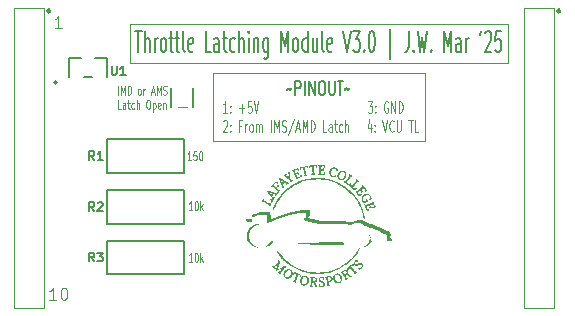
<source format=gbr>
%TF.GenerationSoftware,KiCad,Pcbnew,8.0.8*%
%TF.CreationDate,2025-03-02T20:20:33-05:00*%
%TF.ProjectId,Throttle Latching Module V3.0,5468726f-7474-46c6-9520-4c6174636869,rev?*%
%TF.SameCoordinates,Original*%
%TF.FileFunction,Legend,Top*%
%TF.FilePolarity,Positive*%
%FSLAX46Y46*%
G04 Gerber Fmt 4.6, Leading zero omitted, Abs format (unit mm)*
G04 Created by KiCad (PCBNEW 8.0.8) date 2025-03-02 20:20:33*
%MOMM*%
%LPD*%
G01*
G04 APERTURE LIST*
%ADD10C,0.000000*%
%ADD11C,0.075000*%
%ADD12C,0.100000*%
%ADD13C,0.150000*%
%ADD14C,0.125000*%
%ADD15C,0.152400*%
%ADD16C,0.076200*%
%ADD17C,0.254000*%
G04 APERTURE END LIST*
D10*
G36*
X46086808Y-34647063D02*
G01*
X46092316Y-34647856D01*
X46097434Y-34649089D01*
X46102180Y-34650738D01*
X46106572Y-34652782D01*
X46110628Y-34655198D01*
X46114366Y-34657962D01*
X46117804Y-34661053D01*
X46120958Y-34664448D01*
X46123847Y-34668124D01*
X46126489Y-34672059D01*
X46128902Y-34676230D01*
X46131103Y-34680615D01*
X46134939Y-34689935D01*
X46138142Y-34699838D01*
X46140853Y-34710144D01*
X46143213Y-34720671D01*
X46147452Y-34741670D01*
X46149614Y-34751781D01*
X46151995Y-34761390D01*
X46153779Y-34767309D01*
X46155887Y-34773476D01*
X46160534Y-34786351D01*
X46162802Y-34792954D01*
X46164854Y-34799600D01*
X46166554Y-34806236D01*
X46167229Y-34809534D01*
X46167766Y-34812810D01*
X46168147Y-34816058D01*
X46168355Y-34819271D01*
X46168374Y-34822443D01*
X46168187Y-34825567D01*
X46167776Y-34828638D01*
X46167124Y-34831647D01*
X46166216Y-34834590D01*
X46165034Y-34837459D01*
X46163560Y-34840248D01*
X46161779Y-34842951D01*
X46159673Y-34845560D01*
X46157225Y-34848071D01*
X46154418Y-34850475D01*
X46151236Y-34852768D01*
X46147662Y-34854941D01*
X46143678Y-34856989D01*
X46138355Y-34859327D01*
X46133272Y-34861200D01*
X46128421Y-34862627D01*
X46123794Y-34863626D01*
X46119382Y-34864216D01*
X46115176Y-34864416D01*
X46111167Y-34864244D01*
X46107349Y-34863718D01*
X46103711Y-34862856D01*
X46100245Y-34861678D01*
X46096943Y-34860201D01*
X46093797Y-34858445D01*
X46090797Y-34856427D01*
X46087936Y-34854166D01*
X46085204Y-34851680D01*
X46082594Y-34848988D01*
X46080096Y-34846109D01*
X46077703Y-34843060D01*
X46073195Y-34836529D01*
X46069003Y-34829542D01*
X46065057Y-34822247D01*
X46050381Y-34792940D01*
X46047681Y-34788147D01*
X46044917Y-34783720D01*
X46042090Y-34779649D01*
X46039201Y-34775923D01*
X46036252Y-34772531D01*
X46033244Y-34769462D01*
X46030178Y-34766704D01*
X46027055Y-34764247D01*
X46023878Y-34762080D01*
X46020646Y-34760192D01*
X46017362Y-34758572D01*
X46014027Y-34757208D01*
X46010642Y-34756091D01*
X46007208Y-34755209D01*
X46003727Y-34754550D01*
X46000200Y-34754105D01*
X45996628Y-34753861D01*
X45993013Y-34753809D01*
X45985657Y-34754233D01*
X45978144Y-34755290D01*
X45970482Y-34756891D01*
X45962684Y-34758949D01*
X45954758Y-34761376D01*
X45938568Y-34766985D01*
X45934047Y-34768732D01*
X45929804Y-34770592D01*
X45925833Y-34772563D01*
X45922125Y-34774642D01*
X45918675Y-34776825D01*
X45915474Y-34779110D01*
X45912517Y-34781494D01*
X45909796Y-34783973D01*
X45907303Y-34786544D01*
X45905033Y-34789205D01*
X45902977Y-34791952D01*
X45901130Y-34794781D01*
X45899483Y-34797691D01*
X45898030Y-34800678D01*
X45896763Y-34803739D01*
X45895677Y-34806870D01*
X45894763Y-34810069D01*
X45894014Y-34813333D01*
X45893425Y-34816658D01*
X45892987Y-34820042D01*
X45892538Y-34826972D01*
X45892610Y-34834099D01*
X45893149Y-34841399D01*
X45894097Y-34848845D01*
X45895398Y-34856415D01*
X45896996Y-34864083D01*
X45920369Y-34974718D01*
X45926786Y-35002196D01*
X45933900Y-35029414D01*
X45941944Y-35056279D01*
X45946388Y-35069550D01*
X45951152Y-35082699D01*
X45955292Y-35094659D01*
X45958869Y-35106938D01*
X45961953Y-35119496D01*
X45964616Y-35132293D01*
X45968961Y-35158445D01*
X45972472Y-35185075D01*
X45979262Y-35238501D01*
X45983678Y-35264659D01*
X45986389Y-35277461D01*
X45989531Y-35290025D01*
X45993173Y-35302310D01*
X45997389Y-35314278D01*
X46002247Y-35325889D01*
X46007820Y-35337103D01*
X46014178Y-35347880D01*
X46021392Y-35358180D01*
X46029534Y-35367964D01*
X46038674Y-35377192D01*
X46048883Y-35385824D01*
X46060232Y-35393820D01*
X46072792Y-35401141D01*
X46086635Y-35407746D01*
X46101831Y-35413597D01*
X46118451Y-35418653D01*
X46136566Y-35422875D01*
X46156247Y-35426223D01*
X46133416Y-35440779D01*
X46109447Y-35454187D01*
X46084584Y-35466411D01*
X46059072Y-35477413D01*
X46033153Y-35487159D01*
X46007072Y-35495612D01*
X45981072Y-35502736D01*
X45955397Y-35508495D01*
X45930290Y-35512854D01*
X45905996Y-35515776D01*
X45882757Y-35517224D01*
X45860819Y-35517164D01*
X45840423Y-35515560D01*
X45821815Y-35512374D01*
X45813257Y-35510177D01*
X45805237Y-35507571D01*
X45797786Y-35504552D01*
X45790934Y-35501116D01*
X45820104Y-35467016D01*
X45831786Y-35452666D01*
X45841640Y-35439634D01*
X45849744Y-35427560D01*
X45853165Y-35421770D01*
X45856178Y-35416085D01*
X45858795Y-35410460D01*
X45861023Y-35404849D01*
X45862875Y-35399207D01*
X45864359Y-35393490D01*
X45865485Y-35387653D01*
X45866264Y-35381650D01*
X45866705Y-35375436D01*
X45866818Y-35368966D01*
X45866614Y-35362196D01*
X45866103Y-35355081D01*
X45864196Y-35339632D01*
X45861178Y-35322261D01*
X45857129Y-35302606D01*
X45846256Y-35255006D01*
X45817030Y-35132660D01*
X45785718Y-35003288D01*
X45785132Y-35000132D01*
X45784632Y-34997163D01*
X45784205Y-34994372D01*
X45783840Y-34991751D01*
X45782729Y-34982799D01*
X45782476Y-34980900D01*
X45782207Y-34979120D01*
X45781910Y-34977451D01*
X45781571Y-34975883D01*
X45781178Y-34974409D01*
X45780718Y-34973019D01*
X45780178Y-34971705D01*
X45779546Y-34970459D01*
X45777077Y-34965653D01*
X45774917Y-34960634D01*
X45773033Y-34955424D01*
X45771391Y-34950048D01*
X45769958Y-34944528D01*
X45768701Y-34938887D01*
X45766581Y-34927335D01*
X45762976Y-34903802D01*
X45760958Y-34892190D01*
X45758440Y-34880927D01*
X45756910Y-34875485D01*
X45755154Y-34870199D01*
X45753140Y-34865093D01*
X45750834Y-34860191D01*
X45748202Y-34855514D01*
X45745211Y-34851087D01*
X45741828Y-34846932D01*
X45738019Y-34843072D01*
X45733751Y-34839532D01*
X45728990Y-34836333D01*
X45723704Y-34833498D01*
X45717858Y-34831052D01*
X45711419Y-34829017D01*
X45704354Y-34827416D01*
X45696629Y-34826272D01*
X45688211Y-34825609D01*
X45679650Y-34825381D01*
X45671565Y-34825522D01*
X45663944Y-34826024D01*
X45656775Y-34826879D01*
X45650044Y-34828077D01*
X45643740Y-34829612D01*
X45637850Y-34831473D01*
X45632362Y-34833652D01*
X45627263Y-34836141D01*
X45622541Y-34838931D01*
X45618183Y-34842014D01*
X45614177Y-34845380D01*
X45610510Y-34849022D01*
X45607170Y-34852930D01*
X45604145Y-34857096D01*
X45601422Y-34861512D01*
X45598988Y-34866169D01*
X45596832Y-34871058D01*
X45594940Y-34876171D01*
X45593301Y-34881500D01*
X45590729Y-34892767D01*
X45589016Y-34904792D01*
X45588064Y-34917506D01*
X45587772Y-34930840D01*
X45588041Y-34944725D01*
X45588771Y-34959093D01*
X45588851Y-34962309D01*
X45588686Y-34965472D01*
X45588285Y-34968573D01*
X45587659Y-34971603D01*
X45586819Y-34974556D01*
X45585775Y-34977421D01*
X45584537Y-34980192D01*
X45583115Y-34982859D01*
X45581521Y-34985415D01*
X45579763Y-34987850D01*
X45577854Y-34990158D01*
X45575802Y-34992330D01*
X45573619Y-34994357D01*
X45571314Y-34996231D01*
X45568899Y-34997944D01*
X45566382Y-34999487D01*
X45563776Y-35000853D01*
X45561090Y-35002033D01*
X45558334Y-35003019D01*
X45555519Y-35003802D01*
X45552655Y-35004374D01*
X45549753Y-35004728D01*
X45546822Y-35004854D01*
X45543874Y-35004744D01*
X45540919Y-35004391D01*
X45537966Y-35003786D01*
X45535027Y-35002920D01*
X45532111Y-35001786D01*
X45529229Y-35000375D01*
X45526392Y-34998678D01*
X45523609Y-34996688D01*
X45520892Y-34994397D01*
X45517053Y-34990699D01*
X45513487Y-34986867D01*
X45510182Y-34982905D01*
X45507125Y-34978820D01*
X45504307Y-34974619D01*
X45501714Y-34970306D01*
X45497161Y-34961373D01*
X45493372Y-34952069D01*
X45490256Y-34942443D01*
X45487721Y-34932543D01*
X45485672Y-34922418D01*
X45484018Y-34912116D01*
X45482666Y-34901687D01*
X45480498Y-34880637D01*
X45478427Y-34859658D01*
X45477195Y-34849316D01*
X45475710Y-34839137D01*
X45475215Y-34835562D01*
X45474907Y-34832089D01*
X45474781Y-34828718D01*
X45474834Y-34825447D01*
X45475059Y-34822277D01*
X45475452Y-34819205D01*
X45476009Y-34816232D01*
X45476724Y-34813357D01*
X45477592Y-34810578D01*
X45478608Y-34807895D01*
X45479769Y-34805307D01*
X45481068Y-34802814D01*
X45482501Y-34800414D01*
X45484063Y-34798106D01*
X45485749Y-34795891D01*
X45487555Y-34793766D01*
X45489475Y-34791732D01*
X45491504Y-34789787D01*
X45493638Y-34787931D01*
X45495872Y-34786162D01*
X45498201Y-34784481D01*
X45500620Y-34782886D01*
X45505708Y-34779950D01*
X45511098Y-34777350D01*
X45516751Y-34775078D01*
X45522627Y-34773128D01*
X45528689Y-34771494D01*
X45794024Y-34707225D01*
X45927017Y-34676646D01*
X45993694Y-34662280D01*
X46060531Y-34648734D01*
X46067773Y-34647544D01*
X46074555Y-34646884D01*
X46080894Y-34646731D01*
X46086808Y-34647063D01*
G37*
G36*
X44658981Y-35136189D02*
G01*
X44667344Y-35136778D01*
X44675705Y-35137751D01*
X44684060Y-35139111D01*
X44692406Y-35140859D01*
X44683849Y-35151714D01*
X44676042Y-35162639D01*
X44668955Y-35173630D01*
X44662560Y-35184687D01*
X44656829Y-35195806D01*
X44651732Y-35206987D01*
X44647241Y-35218225D01*
X44643327Y-35229520D01*
X44639961Y-35240869D01*
X44637114Y-35252269D01*
X44632864Y-35275217D01*
X44630346Y-35298345D01*
X44629329Y-35321637D01*
X44629583Y-35345074D01*
X44630878Y-35368639D01*
X44632983Y-35392313D01*
X44635669Y-35416081D01*
X44647604Y-35511724D01*
X44653712Y-35575551D01*
X44657037Y-35607082D01*
X44661066Y-35637993D01*
X44666192Y-35668009D01*
X44672810Y-35696855D01*
X44676800Y-35710755D01*
X44681311Y-35724259D01*
X44686391Y-35737334D01*
X44692090Y-35749945D01*
X44698456Y-35762058D01*
X44705539Y-35773639D01*
X44713388Y-35784654D01*
X44722052Y-35795068D01*
X44731580Y-35804846D01*
X44742021Y-35813956D01*
X44753425Y-35822362D01*
X44765840Y-35830030D01*
X44779317Y-35836926D01*
X44793903Y-35843015D01*
X44809648Y-35848264D01*
X44826601Y-35852638D01*
X44844812Y-35856102D01*
X44864330Y-35858623D01*
X44885203Y-35860167D01*
X44907480Y-35860698D01*
X44894268Y-35880102D01*
X44878737Y-35899143D01*
X44861157Y-35917665D01*
X44841801Y-35935512D01*
X44820939Y-35952529D01*
X44798843Y-35968561D01*
X44775783Y-35983451D01*
X44752031Y-35997046D01*
X44727857Y-36009189D01*
X44703534Y-36019725D01*
X44679332Y-36028498D01*
X44655522Y-36035353D01*
X44632375Y-36040135D01*
X44610163Y-36042688D01*
X44599492Y-36043080D01*
X44589156Y-36042857D01*
X44579189Y-36041999D01*
X44569626Y-36040487D01*
X44579450Y-36030548D01*
X44588216Y-36020739D01*
X44595960Y-36011052D01*
X44602717Y-36001483D01*
X44608524Y-35992026D01*
X44613415Y-35982675D01*
X44617426Y-35973425D01*
X44620593Y-35964269D01*
X44622951Y-35955202D01*
X44624535Y-35946219D01*
X44625382Y-35937314D01*
X44625527Y-35928480D01*
X44625005Y-35919713D01*
X44623852Y-35911006D01*
X44622104Y-35902355D01*
X44619795Y-35893752D01*
X44616962Y-35885193D01*
X44613640Y-35876673D01*
X44609864Y-35868184D01*
X44605671Y-35859722D01*
X44596173Y-35842854D01*
X44585430Y-35826025D01*
X44573727Y-35809188D01*
X44561347Y-35792297D01*
X44535696Y-35758176D01*
X44506071Y-35738998D01*
X44477128Y-35718918D01*
X44420604Y-35677228D01*
X44364756Y-35635459D01*
X44336659Y-35615281D01*
X44308219Y-35595966D01*
X44279263Y-35577809D01*
X44249623Y-35561105D01*
X44219126Y-35546147D01*
X44187603Y-35533230D01*
X44171402Y-35527628D01*
X44154881Y-35522647D01*
X44138017Y-35518324D01*
X44120790Y-35514695D01*
X44103178Y-35511797D01*
X44085159Y-35509666D01*
X44066713Y-35508340D01*
X44047818Y-35507856D01*
X44054178Y-35497330D01*
X44061316Y-35486832D01*
X44069174Y-35476392D01*
X44077696Y-35466040D01*
X44086823Y-35455807D01*
X44096498Y-35445722D01*
X44117259Y-35426121D01*
X44139518Y-35407479D01*
X44162814Y-35390038D01*
X44186685Y-35374041D01*
X44210669Y-35359730D01*
X44234304Y-35347346D01*
X44257130Y-35337133D01*
X44278684Y-35329333D01*
X44288840Y-35326414D01*
X44298505Y-35324188D01*
X44307622Y-35322687D01*
X44316132Y-35321941D01*
X44323978Y-35321979D01*
X44331102Y-35322833D01*
X44337446Y-35324532D01*
X44342954Y-35327107D01*
X44347567Y-35330588D01*
X44351227Y-35335005D01*
X44352769Y-35338757D01*
X44353832Y-35342349D01*
X44354448Y-35345792D01*
X44354648Y-35349095D01*
X44354464Y-35352269D01*
X44353927Y-35355325D01*
X44353069Y-35358273D01*
X44351921Y-35361124D01*
X44350515Y-35363888D01*
X44348882Y-35366575D01*
X44347054Y-35369197D01*
X44345063Y-35371763D01*
X44340716Y-35376772D01*
X44336093Y-35381685D01*
X44331447Y-35386586D01*
X44327030Y-35391559D01*
X44324986Y-35394099D01*
X44323094Y-35396688D01*
X44321386Y-35399337D01*
X44319892Y-35402056D01*
X44318645Y-35404856D01*
X44317677Y-35407748D01*
X44317017Y-35410742D01*
X44316699Y-35413848D01*
X44316754Y-35417076D01*
X44317212Y-35420438D01*
X44318107Y-35423944D01*
X44319469Y-35427604D01*
X44358230Y-35461316D01*
X44375425Y-35475775D01*
X44391405Y-35488785D01*
X44406351Y-35500458D01*
X44420446Y-35510907D01*
X44433869Y-35520244D01*
X44446803Y-35528580D01*
X44459430Y-35536029D01*
X44471929Y-35542703D01*
X44484484Y-35548712D01*
X44497274Y-35554171D01*
X44510483Y-35559190D01*
X44524290Y-35563882D01*
X44538879Y-35568360D01*
X44554429Y-35572735D01*
X44558763Y-35542530D01*
X44561832Y-35514537D01*
X44562873Y-35501318D01*
X44563574Y-35488590D01*
X44563928Y-35476333D01*
X44563927Y-35464526D01*
X44563563Y-35453148D01*
X44562828Y-35442179D01*
X44561715Y-35431599D01*
X44560216Y-35421387D01*
X44558323Y-35411521D01*
X44556029Y-35401983D01*
X44553324Y-35392751D01*
X44550203Y-35383804D01*
X44546657Y-35375123D01*
X44542678Y-35366686D01*
X44538258Y-35358474D01*
X44533390Y-35350465D01*
X44528066Y-35342638D01*
X44522278Y-35334975D01*
X44516018Y-35327453D01*
X44509279Y-35320053D01*
X44502053Y-35312753D01*
X44494332Y-35305534D01*
X44486108Y-35298374D01*
X44477374Y-35291254D01*
X44468122Y-35284152D01*
X44458343Y-35277048D01*
X44437177Y-35262753D01*
X44451459Y-35245271D01*
X44466086Y-35228989D01*
X44481032Y-35213932D01*
X44496271Y-35200125D01*
X44511777Y-35187591D01*
X44527522Y-35176356D01*
X44543482Y-35166445D01*
X44559630Y-35157881D01*
X44575938Y-35150690D01*
X44592382Y-35144897D01*
X44608934Y-35140525D01*
X44617243Y-35138880D01*
X44625569Y-35137600D01*
X44633909Y-35136688D01*
X44642260Y-35136147D01*
X44650618Y-35135979D01*
X44658981Y-35136189D01*
G37*
G36*
X51152825Y-36997788D02*
G01*
X51170716Y-36998886D01*
X51188327Y-37000733D01*
X51205651Y-37003318D01*
X51222679Y-37006631D01*
X51239404Y-37010662D01*
X51255817Y-37015401D01*
X51271911Y-37020838D01*
X51287678Y-37026963D01*
X51303110Y-37033765D01*
X51318199Y-37041235D01*
X51332938Y-37049362D01*
X51347317Y-37058137D01*
X51361330Y-37067548D01*
X51374968Y-37077587D01*
X51388223Y-37088243D01*
X51401088Y-37099505D01*
X51413555Y-37111364D01*
X51425615Y-37123809D01*
X51437261Y-37136831D01*
X51448485Y-37150419D01*
X51459279Y-37164563D01*
X51479546Y-37194480D01*
X51497997Y-37226499D01*
X51514569Y-37260541D01*
X51529200Y-37296525D01*
X51541825Y-37334368D01*
X51544316Y-37343174D01*
X51546431Y-37351697D01*
X51548176Y-37359946D01*
X51549553Y-37367927D01*
X51550568Y-37375648D01*
X51551224Y-37383115D01*
X51551526Y-37390336D01*
X51551478Y-37397318D01*
X51551085Y-37404068D01*
X51550349Y-37410593D01*
X51549276Y-37416900D01*
X51547870Y-37422997D01*
X51546135Y-37428890D01*
X51544075Y-37434587D01*
X51541695Y-37440094D01*
X51538998Y-37445420D01*
X51535989Y-37450570D01*
X51532671Y-37455553D01*
X51529050Y-37460375D01*
X51525129Y-37465044D01*
X51520913Y-37469566D01*
X51516406Y-37473949D01*
X51511611Y-37478200D01*
X51506534Y-37482326D01*
X51501178Y-37486334D01*
X51495548Y-37490231D01*
X51483480Y-37497722D01*
X51470366Y-37504855D01*
X51456237Y-37511689D01*
X51445010Y-37516830D01*
X51439437Y-37519269D01*
X51433898Y-37521517D01*
X51428400Y-37523497D01*
X51422947Y-37525135D01*
X51420239Y-37525801D01*
X51417546Y-37526352D01*
X51414866Y-37526779D01*
X51412201Y-37527072D01*
X51409552Y-37527222D01*
X51406920Y-37527219D01*
X51404305Y-37527053D01*
X51401707Y-37526715D01*
X51399128Y-37526196D01*
X51396569Y-37525485D01*
X51394029Y-37524573D01*
X51391510Y-37523451D01*
X51389013Y-37522109D01*
X51386538Y-37520538D01*
X51384085Y-37518727D01*
X51381656Y-37516668D01*
X51379251Y-37514350D01*
X51376872Y-37511764D01*
X51374518Y-37508901D01*
X51372190Y-37505751D01*
X51370034Y-37502515D01*
X51368134Y-37499321D01*
X51366482Y-37496170D01*
X51365071Y-37493060D01*
X51363895Y-37489994D01*
X51362945Y-37486970D01*
X51362216Y-37483990D01*
X51361699Y-37481053D01*
X51361388Y-37478160D01*
X51361275Y-37475312D01*
X51361354Y-37472508D01*
X51361617Y-37469749D01*
X51362058Y-37467035D01*
X51362668Y-37464366D01*
X51363441Y-37461743D01*
X51364371Y-37459166D01*
X51365448Y-37456636D01*
X51366668Y-37454152D01*
X51368022Y-37451714D01*
X51369503Y-37449325D01*
X51371105Y-37446982D01*
X51372820Y-37444687D01*
X51374640Y-37442441D01*
X51376560Y-37440243D01*
X51378571Y-37438093D01*
X51380667Y-37435993D01*
X51385085Y-37431940D01*
X51389756Y-37428087D01*
X51394622Y-37424435D01*
X51401534Y-37419241D01*
X51407848Y-37414018D01*
X51413582Y-37408766D01*
X51418755Y-37403486D01*
X51423382Y-37398180D01*
X51427482Y-37392848D01*
X51431072Y-37387492D01*
X51434168Y-37382112D01*
X51436789Y-37376710D01*
X51438951Y-37371287D01*
X51440673Y-37365844D01*
X51441971Y-37360382D01*
X51442862Y-37354902D01*
X51443364Y-37349405D01*
X51443495Y-37343892D01*
X51443271Y-37338365D01*
X51442710Y-37332823D01*
X51441829Y-37327270D01*
X51440645Y-37321704D01*
X51439177Y-37316128D01*
X51435453Y-37304949D01*
X51430797Y-37293741D01*
X51425346Y-37282512D01*
X51419240Y-37271272D01*
X51412616Y-37260028D01*
X51405614Y-37248789D01*
X51393572Y-37231092D01*
X51380839Y-37214769D01*
X51367434Y-37199832D01*
X51353374Y-37186293D01*
X51338674Y-37174164D01*
X51323354Y-37163458D01*
X51307428Y-37154186D01*
X51290916Y-37146360D01*
X51273834Y-37139994D01*
X51256199Y-37135099D01*
X51238028Y-37131687D01*
X51219339Y-37129770D01*
X51200148Y-37129361D01*
X51180473Y-37130471D01*
X51160330Y-37133113D01*
X51139738Y-37137300D01*
X51114774Y-37143644D01*
X51090207Y-37150733D01*
X51066085Y-37158641D01*
X51042458Y-37167441D01*
X51019375Y-37177207D01*
X50996885Y-37188011D01*
X50975036Y-37199927D01*
X50953877Y-37213028D01*
X50933458Y-37227388D01*
X50913827Y-37243080D01*
X50904323Y-37251448D01*
X50895034Y-37260177D01*
X50885967Y-37269276D01*
X50877127Y-37278753D01*
X50868522Y-37288618D01*
X50860156Y-37298880D01*
X50852036Y-37309549D01*
X50844168Y-37320633D01*
X50836559Y-37332142D01*
X50829214Y-37344085D01*
X50822140Y-37356470D01*
X50815342Y-37369308D01*
X50809627Y-37384957D01*
X50804990Y-37400335D01*
X50801393Y-37415454D01*
X50798801Y-37430330D01*
X50797176Y-37444974D01*
X50796483Y-37459402D01*
X50796685Y-37473626D01*
X50797746Y-37487661D01*
X50799629Y-37501520D01*
X50802298Y-37515217D01*
X50805716Y-37528765D01*
X50809847Y-37542179D01*
X50814655Y-37555472D01*
X50820103Y-37568657D01*
X50826155Y-37581749D01*
X50832774Y-37594761D01*
X50839884Y-37607383D01*
X50847141Y-37618679D01*
X50854599Y-37628658D01*
X50858421Y-37633156D01*
X50862314Y-37637328D01*
X50866285Y-37641174D01*
X50870340Y-37644696D01*
X50874487Y-37647894D01*
X50878732Y-37650770D01*
X50883083Y-37653325D01*
X50887546Y-37655559D01*
X50892128Y-37657474D01*
X50896837Y-37659070D01*
X50901677Y-37660349D01*
X50906658Y-37661311D01*
X50911785Y-37661957D01*
X50917066Y-37662290D01*
X50922507Y-37662308D01*
X50928115Y-37662014D01*
X50933897Y-37661408D01*
X50939860Y-37660492D01*
X50946011Y-37659266D01*
X50952357Y-37657732D01*
X50965659Y-37653741D01*
X50979823Y-37648527D01*
X50994903Y-37642098D01*
X51003443Y-37638032D01*
X51011426Y-37633815D01*
X51018866Y-37629443D01*
X51025783Y-37624914D01*
X51032192Y-37620224D01*
X51038112Y-37615372D01*
X51043560Y-37610353D01*
X51048552Y-37605166D01*
X51053106Y-37599807D01*
X51057240Y-37594274D01*
X51060969Y-37588564D01*
X51064313Y-37582673D01*
X51067287Y-37576601D01*
X51069910Y-37570342D01*
X51072197Y-37563895D01*
X51074168Y-37557258D01*
X51077225Y-37543397D01*
X51079219Y-37528738D01*
X51080287Y-37513259D01*
X51080568Y-37496936D01*
X51080199Y-37479747D01*
X51079318Y-37461670D01*
X51076571Y-37422762D01*
X51097168Y-37440187D01*
X51116094Y-37457795D01*
X51133485Y-37475629D01*
X51149475Y-37493734D01*
X51164198Y-37512155D01*
X51177790Y-37530937D01*
X51190385Y-37550123D01*
X51202118Y-37569759D01*
X51213124Y-37589890D01*
X51223536Y-37610559D01*
X51233490Y-37631812D01*
X51243121Y-37653693D01*
X51261951Y-37699518D01*
X51281103Y-37748390D01*
X51270002Y-37742733D01*
X51259205Y-37737751D01*
X51248703Y-37733418D01*
X51238484Y-37729711D01*
X51228539Y-37726604D01*
X51218857Y-37724073D01*
X51209427Y-37722094D01*
X51200240Y-37720642D01*
X51191284Y-37719692D01*
X51182550Y-37719221D01*
X51174026Y-37719203D01*
X51165702Y-37719615D01*
X51157568Y-37720431D01*
X51149614Y-37721627D01*
X51141828Y-37723179D01*
X51134201Y-37725063D01*
X51126722Y-37727253D01*
X51119381Y-37729725D01*
X51105069Y-37735418D01*
X51091182Y-37741946D01*
X51077637Y-37749113D01*
X51064349Y-37756723D01*
X51051236Y-37764581D01*
X51025197Y-37780252D01*
X51010714Y-37788417D01*
X51003528Y-37792145D01*
X50996352Y-37795572D01*
X50989164Y-37798646D01*
X50981945Y-37801320D01*
X50974673Y-37803542D01*
X50967329Y-37805263D01*
X50959892Y-37806434D01*
X50952340Y-37807005D01*
X50948516Y-37807050D01*
X50944654Y-37806926D01*
X50940755Y-37806627D01*
X50936814Y-37806147D01*
X50932829Y-37805480D01*
X50928797Y-37804619D01*
X50924717Y-37803558D01*
X50920585Y-37802292D01*
X50916398Y-37800813D01*
X50912155Y-37799116D01*
X50907853Y-37797194D01*
X50903488Y-37795042D01*
X50890411Y-37787780D01*
X50877565Y-37779642D01*
X50864971Y-37770668D01*
X50852647Y-37760901D01*
X50828891Y-37739154D01*
X50806454Y-37714735D01*
X50785494Y-37687979D01*
X50766168Y-37659221D01*
X50748634Y-37628795D01*
X50733048Y-37597035D01*
X50719569Y-37564276D01*
X50708353Y-37530853D01*
X50699559Y-37497100D01*
X50693342Y-37463352D01*
X50689860Y-37429942D01*
X50689272Y-37397207D01*
X50690112Y-37381196D01*
X50691734Y-37365480D01*
X50694157Y-37350098D01*
X50697403Y-37335095D01*
X50702332Y-37316920D01*
X50708031Y-37299078D01*
X50714480Y-37281584D01*
X50721658Y-37264455D01*
X50729544Y-37247705D01*
X50738117Y-37231352D01*
X50757243Y-37199897D01*
X50778872Y-37170218D01*
X50802837Y-37142442D01*
X50828974Y-37116698D01*
X50857118Y-37093112D01*
X50887102Y-37071812D01*
X50918762Y-37052927D01*
X50951933Y-37036582D01*
X50986449Y-37022907D01*
X51022146Y-37012029D01*
X51040385Y-37007678D01*
X51058857Y-37004074D01*
X51077541Y-37001234D01*
X51096418Y-36999172D01*
X51115465Y-36997905D01*
X51134663Y-36997449D01*
X51152825Y-36997788D01*
G37*
G36*
X46942303Y-44308760D02*
G01*
X46940847Y-44319782D01*
X46938747Y-44330780D01*
X46936004Y-44341728D01*
X46932618Y-44352601D01*
X46928589Y-44363372D01*
X46923918Y-44374016D01*
X46918605Y-44384507D01*
X46912649Y-44394818D01*
X46906052Y-44404924D01*
X46898812Y-44414798D01*
X46890931Y-44424416D01*
X46882409Y-44433750D01*
X46873245Y-44442775D01*
X46863704Y-44451367D01*
X46853812Y-44459719D01*
X46843558Y-44467956D01*
X46832929Y-44476202D01*
X46810504Y-44493218D01*
X46798685Y-44502235D01*
X46786447Y-44511759D01*
X46796365Y-44521601D01*
X46805309Y-44531890D01*
X46813353Y-44542590D01*
X46820573Y-44553666D01*
X46827041Y-44565083D01*
X46832833Y-44576803D01*
X46838023Y-44588793D01*
X46842685Y-44601015D01*
X46850723Y-44626015D01*
X46857541Y-44651519D01*
X46869894Y-44702892D01*
X46876618Y-44728189D01*
X46884500Y-44752846D01*
X46889061Y-44764846D01*
X46894134Y-44776578D01*
X46899794Y-44788006D01*
X46906114Y-44799097D01*
X46913170Y-44809812D01*
X46921036Y-44820118D01*
X46929785Y-44829978D01*
X46939492Y-44839356D01*
X46950232Y-44848216D01*
X46962078Y-44856524D01*
X46975105Y-44864243D01*
X46989388Y-44871337D01*
X46978728Y-44877924D01*
X46968239Y-44883949D01*
X46957927Y-44889416D01*
X46947796Y-44894327D01*
X46937850Y-44898685D01*
X46928095Y-44902493D01*
X46918536Y-44905752D01*
X46909177Y-44908465D01*
X46900022Y-44910636D01*
X46891077Y-44912266D01*
X46882347Y-44913358D01*
X46873835Y-44913915D01*
X46865548Y-44913940D01*
X46857489Y-44913434D01*
X46849664Y-44912401D01*
X46842076Y-44910843D01*
X46834732Y-44908763D01*
X46827635Y-44906162D01*
X46820791Y-44903045D01*
X46814204Y-44899413D01*
X46807879Y-44895268D01*
X46801820Y-44890615D01*
X46796033Y-44885454D01*
X46790523Y-44879789D01*
X46785293Y-44873623D01*
X46780349Y-44866957D01*
X46775695Y-44859794D01*
X46771337Y-44852138D01*
X46767278Y-44843990D01*
X46763524Y-44835353D01*
X46760080Y-44826230D01*
X46756950Y-44816623D01*
X46705232Y-44598119D01*
X46703561Y-44593059D01*
X46701705Y-44588163D01*
X46699670Y-44583431D01*
X46697460Y-44578863D01*
X46695080Y-44574460D01*
X46692536Y-44570221D01*
X46689831Y-44566148D01*
X46686972Y-44562239D01*
X46683963Y-44558497D01*
X46680809Y-44554920D01*
X46677514Y-44551509D01*
X46674085Y-44548264D01*
X46670525Y-44545186D01*
X46666840Y-44542275D01*
X46659114Y-44536953D01*
X46650946Y-44532301D01*
X46642375Y-44528321D01*
X46633442Y-44525014D01*
X46624185Y-44522382D01*
X46614645Y-44520428D01*
X46604860Y-44519154D01*
X46594871Y-44518560D01*
X46584716Y-44518650D01*
X46578853Y-44519070D01*
X46573471Y-44519804D01*
X46568548Y-44520839D01*
X46564064Y-44522160D01*
X46559996Y-44523754D01*
X46556325Y-44525607D01*
X46553029Y-44527705D01*
X46550086Y-44530035D01*
X46547476Y-44532582D01*
X46545177Y-44535332D01*
X46543169Y-44538272D01*
X46541430Y-44541388D01*
X46539938Y-44544667D01*
X46538674Y-44548093D01*
X46537615Y-44551654D01*
X46536740Y-44555335D01*
X46535460Y-44563003D01*
X46534663Y-44570988D01*
X46533844Y-44587462D01*
X46533483Y-44595730D01*
X46532929Y-44603871D01*
X46532012Y-44611774D01*
X46530563Y-44619329D01*
X46526596Y-44636742D01*
X46523264Y-44653925D01*
X46520754Y-44670832D01*
X46519250Y-44687419D01*
X46518933Y-44695580D01*
X46518937Y-44703644D01*
X46519285Y-44711606D01*
X46520000Y-44719462D01*
X46521106Y-44727204D01*
X46522625Y-44734828D01*
X46524580Y-44742329D01*
X46526995Y-44749700D01*
X46529894Y-44756936D01*
X46533298Y-44764033D01*
X46537231Y-44770983D01*
X46541716Y-44777783D01*
X46546777Y-44784425D01*
X46552437Y-44790906D01*
X46558718Y-44797219D01*
X46565643Y-44803358D01*
X46573237Y-44809319D01*
X46581522Y-44815096D01*
X46590521Y-44820684D01*
X46600257Y-44826076D01*
X46610753Y-44831268D01*
X46622034Y-44836253D01*
X46634120Y-44841027D01*
X46647037Y-44845584D01*
X46636192Y-44850132D01*
X46625496Y-44854181D01*
X46614946Y-44857756D01*
X46604533Y-44860881D01*
X46584101Y-44865886D01*
X46564152Y-44869399D01*
X46544640Y-44871621D01*
X46525517Y-44872755D01*
X46506738Y-44873004D01*
X46488254Y-44872569D01*
X46416342Y-44868042D01*
X46398636Y-44867225D01*
X46380944Y-44866938D01*
X46363219Y-44867384D01*
X46345416Y-44868766D01*
X46330378Y-44866163D01*
X46323215Y-44864820D01*
X46316353Y-44863340D01*
X46309838Y-44861642D01*
X46306726Y-44860686D01*
X46303719Y-44859644D01*
X46300822Y-44858506D01*
X46298042Y-44857263D01*
X46295384Y-44855904D01*
X46292855Y-44854419D01*
X46290461Y-44852798D01*
X46288207Y-44851030D01*
X46286099Y-44849105D01*
X46284143Y-44847014D01*
X46282345Y-44844745D01*
X46280712Y-44842288D01*
X46279248Y-44839634D01*
X46277960Y-44836773D01*
X46276854Y-44833693D01*
X46275936Y-44830385D01*
X46275212Y-44826838D01*
X46274687Y-44823043D01*
X46274368Y-44818988D01*
X46274261Y-44814665D01*
X46274370Y-44810062D01*
X46274703Y-44805170D01*
X46282952Y-44803852D01*
X46290740Y-44802224D01*
X46298083Y-44800292D01*
X46304997Y-44798065D01*
X46311496Y-44795549D01*
X46317595Y-44792753D01*
X46323311Y-44789685D01*
X46328659Y-44786351D01*
X46333653Y-44782759D01*
X46338309Y-44778917D01*
X46342642Y-44774832D01*
X46346667Y-44770512D01*
X46350401Y-44765965D01*
X46353857Y-44761197D01*
X46357052Y-44756217D01*
X46360000Y-44751033D01*
X46365219Y-44740079D01*
X46369635Y-44728397D01*
X46373371Y-44716047D01*
X46376550Y-44703089D01*
X46379292Y-44689584D01*
X46381722Y-44675593D01*
X46386129Y-44646392D01*
X46388732Y-44626364D01*
X46390767Y-44606323D01*
X46393475Y-44566222D01*
X46394927Y-44526124D01*
X46395799Y-44486066D01*
X46396766Y-44446083D01*
X46398504Y-44406213D01*
X46399873Y-44386332D01*
X46401688Y-44366492D01*
X46404033Y-44346698D01*
X46406993Y-44326954D01*
X46407172Y-44325923D01*
X46541287Y-44325923D01*
X46542039Y-44339851D01*
X46543704Y-44353535D01*
X46546348Y-44366912D01*
X46550036Y-44379917D01*
X46552291Y-44386260D01*
X46554833Y-44392486D01*
X46557668Y-44398587D01*
X46560805Y-44404555D01*
X46563781Y-44409428D01*
X46567034Y-44413894D01*
X46570548Y-44417966D01*
X46574310Y-44421655D01*
X46578306Y-44424972D01*
X46582522Y-44427930D01*
X46586943Y-44430538D01*
X46591556Y-44432810D01*
X46596346Y-44434755D01*
X46601300Y-44436386D01*
X46606403Y-44437714D01*
X46611641Y-44438751D01*
X46617001Y-44439507D01*
X46622467Y-44439994D01*
X46633664Y-44440209D01*
X46645120Y-44439486D01*
X46656722Y-44437916D01*
X46668358Y-44435592D01*
X46679914Y-44432604D01*
X46691278Y-44429043D01*
X46702337Y-44425002D01*
X46712978Y-44420572D01*
X46723089Y-44415844D01*
X46735000Y-44409433D01*
X46746041Y-44402403D01*
X46756185Y-44394771D01*
X46765403Y-44386551D01*
X46769657Y-44382225D01*
X46773669Y-44377760D01*
X46777435Y-44373155D01*
X46780953Y-44368414D01*
X46784219Y-44363538D01*
X46787229Y-44358529D01*
X46789980Y-44353389D01*
X46792468Y-44348121D01*
X46794691Y-44342726D01*
X46796643Y-44337206D01*
X46798322Y-44331564D01*
X46799725Y-44325800D01*
X46800848Y-44319918D01*
X46801687Y-44313920D01*
X46802240Y-44307807D01*
X46802501Y-44301581D01*
X46802469Y-44295244D01*
X46802139Y-44288799D01*
X46801508Y-44282247D01*
X46800573Y-44275590D01*
X46799330Y-44268830D01*
X46797776Y-44261970D01*
X46795906Y-44255012D01*
X46793718Y-44247956D01*
X46791401Y-44241487D01*
X46788801Y-44235238D01*
X46785918Y-44229211D01*
X46782754Y-44223412D01*
X46779311Y-44217842D01*
X46775590Y-44212506D01*
X46771592Y-44207406D01*
X46767319Y-44202546D01*
X46762773Y-44197930D01*
X46757953Y-44193561D01*
X46752863Y-44189442D01*
X46747503Y-44185577D01*
X46741874Y-44181969D01*
X46735979Y-44178621D01*
X46729818Y-44175537D01*
X46723393Y-44172720D01*
X46711139Y-44170039D01*
X46698936Y-44167122D01*
X46674938Y-44161190D01*
X46663273Y-44158483D01*
X46651916Y-44156153D01*
X46640933Y-44154354D01*
X46630389Y-44153238D01*
X46625301Y-44152985D01*
X46620347Y-44152960D01*
X46615534Y-44153183D01*
X46610872Y-44153673D01*
X46606368Y-44154450D01*
X46602030Y-44155531D01*
X46597866Y-44156937D01*
X46593884Y-44158686D01*
X46590093Y-44160799D01*
X46586500Y-44163293D01*
X46583114Y-44166189D01*
X46579942Y-44169505D01*
X46576993Y-44173260D01*
X46574275Y-44177475D01*
X46571796Y-44182167D01*
X46569563Y-44187356D01*
X46564790Y-44200193D01*
X46560274Y-44213427D01*
X46556081Y-44226995D01*
X46552277Y-44240832D01*
X46548927Y-44254875D01*
X46546097Y-44269059D01*
X46543853Y-44283319D01*
X46542259Y-44297593D01*
X46541382Y-44311816D01*
X46541287Y-44325923D01*
X46407172Y-44325923D01*
X46413155Y-44291407D01*
X46416032Y-44273906D01*
X46418467Y-44256700D01*
X46420228Y-44239871D01*
X46421087Y-44223504D01*
X46421105Y-44215520D01*
X46420812Y-44207683D01*
X46420177Y-44200003D01*
X46419173Y-44192490D01*
X46417771Y-44185156D01*
X46415941Y-44178011D01*
X46413655Y-44171065D01*
X46410885Y-44164329D01*
X46407601Y-44157812D01*
X46403775Y-44151527D01*
X46399378Y-44145482D01*
X46394381Y-44139690D01*
X46388755Y-44134159D01*
X46382472Y-44128900D01*
X46375503Y-44123925D01*
X46367819Y-44119244D01*
X46359391Y-44114866D01*
X46350191Y-44110803D01*
X46340190Y-44107064D01*
X46329358Y-44103661D01*
X46329016Y-44100904D01*
X46328761Y-44098217D01*
X46328593Y-44095599D01*
X46328508Y-44093052D01*
X46328504Y-44090579D01*
X46328579Y-44088179D01*
X46328730Y-44085855D01*
X46328955Y-44083608D01*
X46329253Y-44081439D01*
X46329619Y-44079350D01*
X46330052Y-44077342D01*
X46330551Y-44075415D01*
X46331111Y-44073573D01*
X46331731Y-44071816D01*
X46332409Y-44070144D01*
X46333142Y-44068561D01*
X46333927Y-44067067D01*
X46334764Y-44065663D01*
X46335648Y-44064351D01*
X46336578Y-44063132D01*
X46337551Y-44062008D01*
X46338565Y-44060979D01*
X46339618Y-44060048D01*
X46340707Y-44059215D01*
X46341830Y-44058482D01*
X46342984Y-44057850D01*
X46344168Y-44057322D01*
X46345378Y-44056897D01*
X46346613Y-44056577D01*
X46347869Y-44056364D01*
X46349146Y-44056259D01*
X46350440Y-44056264D01*
X46413778Y-44058046D01*
X46477417Y-44058686D01*
X46541036Y-44059806D01*
X46572737Y-44061054D01*
X46604311Y-44063029D01*
X46635719Y-44065936D01*
X46666921Y-44069977D01*
X46697876Y-44075354D01*
X46728543Y-44082271D01*
X46758883Y-44090930D01*
X46788854Y-44101534D01*
X46818418Y-44114285D01*
X46847533Y-44129388D01*
X46858331Y-44135926D01*
X46868483Y-44142934D01*
X46877988Y-44150385D01*
X46886847Y-44158254D01*
X46895059Y-44166515D01*
X46902626Y-44175142D01*
X46909547Y-44184108D01*
X46915823Y-44193389D01*
X46921454Y-44202957D01*
X46926439Y-44212787D01*
X46930779Y-44222853D01*
X46934475Y-44233129D01*
X46937526Y-44243589D01*
X46939932Y-44254207D01*
X46941694Y-44264957D01*
X46942812Y-44275813D01*
X46943286Y-44286750D01*
X46943116Y-44297741D01*
X46942833Y-44301581D01*
X46942303Y-44308760D01*
G37*
G36*
X46804828Y-34570049D02*
G01*
X46817369Y-34570845D01*
X46829151Y-34572145D01*
X46840180Y-34573956D01*
X46850460Y-34576287D01*
X46859999Y-34579143D01*
X46868800Y-34582534D01*
X46876871Y-34586466D01*
X46884216Y-34590946D01*
X46890841Y-34595983D01*
X46896752Y-34601584D01*
X46901955Y-34607755D01*
X46906454Y-34614506D01*
X46910257Y-34621843D01*
X46913367Y-34629773D01*
X46915792Y-34638305D01*
X46917536Y-34647445D01*
X46918605Y-34657201D01*
X46919005Y-34667580D01*
X46918741Y-34678591D01*
X46917819Y-34690241D01*
X46916245Y-34702536D01*
X46914025Y-34715484D01*
X46911163Y-34729094D01*
X46903538Y-34758326D01*
X46893417Y-34790292D01*
X46887492Y-34791467D01*
X46881916Y-34792251D01*
X46876674Y-34792660D01*
X46871754Y-34792709D01*
X46867143Y-34792415D01*
X46862828Y-34791794D01*
X46858796Y-34790860D01*
X46855034Y-34789631D01*
X46851529Y-34788122D01*
X46848268Y-34786349D01*
X46845238Y-34784327D01*
X46842426Y-34782074D01*
X46839819Y-34779604D01*
X46837404Y-34776933D01*
X46835169Y-34774078D01*
X46833100Y-34771055D01*
X46831184Y-34767878D01*
X46829408Y-34764565D01*
X46826225Y-34757591D01*
X46823447Y-34750261D01*
X46820971Y-34742700D01*
X46816506Y-34727400D01*
X46814311Y-34719914D01*
X46812002Y-34712706D01*
X46809290Y-34705269D01*
X46806397Y-34698349D01*
X46803298Y-34691960D01*
X46799971Y-34686118D01*
X46798215Y-34683406D01*
X46796393Y-34680837D01*
X46794502Y-34678411D01*
X46792539Y-34676132D01*
X46790501Y-34674000D01*
X46788385Y-34672018D01*
X46786189Y-34670187D01*
X46783910Y-34668509D01*
X46781544Y-34666987D01*
X46779089Y-34665621D01*
X46776541Y-34664415D01*
X46773898Y-34663369D01*
X46771157Y-34662486D01*
X46768315Y-34661767D01*
X46765369Y-34661214D01*
X46762315Y-34660829D01*
X46759152Y-34660615D01*
X46755876Y-34660572D01*
X46752484Y-34660703D01*
X46748974Y-34661009D01*
X46745341Y-34661492D01*
X46741585Y-34662155D01*
X46737700Y-34662999D01*
X46733685Y-34664026D01*
X46706444Y-34671055D01*
X46699527Y-34673070D01*
X46692772Y-34675309D01*
X46689488Y-34676530D01*
X46686282Y-34677830D01*
X46683167Y-34679215D01*
X46680157Y-34680694D01*
X46677264Y-34682273D01*
X46674501Y-34683961D01*
X46671881Y-34685764D01*
X46669416Y-34687690D01*
X46667119Y-34689747D01*
X46665003Y-34691942D01*
X46663081Y-34694283D01*
X46661365Y-34696777D01*
X46659869Y-34699431D01*
X46658605Y-34702253D01*
X46657585Y-34705251D01*
X46656824Y-34708432D01*
X46656332Y-34711804D01*
X46656124Y-34715373D01*
X46656211Y-34719148D01*
X46656607Y-34723137D01*
X46660711Y-34763848D01*
X46662509Y-34805135D01*
X46662638Y-34846846D01*
X46661730Y-34888830D01*
X46659350Y-34973011D01*
X46659146Y-35014907D01*
X46660448Y-35056471D01*
X46663889Y-35097553D01*
X46670104Y-35138001D01*
X46674451Y-35157940D01*
X46679729Y-35177665D01*
X46686019Y-35197155D01*
X46693399Y-35216393D01*
X46701949Y-35235358D01*
X46711748Y-35254034D01*
X46722876Y-35272399D01*
X46735412Y-35290437D01*
X46749435Y-35308127D01*
X46765025Y-35325451D01*
X46782261Y-35342390D01*
X46801223Y-35358925D01*
X46792838Y-35364023D01*
X46783775Y-35368844D01*
X46763808Y-35377639D01*
X46741713Y-35385277D01*
X46717882Y-35391720D01*
X46692708Y-35396934D01*
X46666582Y-35400883D01*
X46639896Y-35403532D01*
X46613041Y-35404845D01*
X46586411Y-35404786D01*
X46560395Y-35403321D01*
X46535387Y-35400413D01*
X46511779Y-35396027D01*
X46489961Y-35390128D01*
X46479846Y-35386600D01*
X46470326Y-35382680D01*
X46461450Y-35378363D01*
X46453267Y-35373647D01*
X46445825Y-35368525D01*
X46439174Y-35362994D01*
X46450916Y-35360141D01*
X46461791Y-35356888D01*
X46471829Y-35353251D01*
X46481063Y-35349245D01*
X46489525Y-35344884D01*
X46497245Y-35340184D01*
X46504255Y-35335160D01*
X46510588Y-35329826D01*
X46516274Y-35324199D01*
X46521346Y-35318293D01*
X46525835Y-35312122D01*
X46529772Y-35305703D01*
X46533189Y-35299050D01*
X46536118Y-35292178D01*
X46538590Y-35285103D01*
X46540638Y-35277839D01*
X46542292Y-35270401D01*
X46543585Y-35262805D01*
X46545211Y-35247197D01*
X46545771Y-35231136D01*
X46545516Y-35214742D01*
X46541414Y-35148247D01*
X46536891Y-35062426D01*
X46531213Y-34976643D01*
X46527724Y-34933816D01*
X46523686Y-34891059D01*
X46519013Y-34848392D01*
X46513617Y-34805834D01*
X46512672Y-34797211D01*
X46512003Y-34788090D01*
X46510881Y-34768916D01*
X46510121Y-34759140D01*
X46509023Y-34749423D01*
X46508299Y-34744631D01*
X46507434Y-34739906D01*
X46506407Y-34735265D01*
X46505201Y-34730726D01*
X46503794Y-34726306D01*
X46502169Y-34722023D01*
X46500306Y-34717894D01*
X46498187Y-34713936D01*
X46495791Y-34710167D01*
X46493099Y-34706604D01*
X46490093Y-34703265D01*
X46486753Y-34700166D01*
X46483061Y-34697326D01*
X46478996Y-34694762D01*
X46474540Y-34692491D01*
X46469673Y-34690530D01*
X46464377Y-34688897D01*
X46458632Y-34687609D01*
X46452419Y-34686684D01*
X46445719Y-34686139D01*
X46434437Y-34685955D01*
X46428964Y-34686160D01*
X46423609Y-34686565D01*
X46418375Y-34687172D01*
X46413268Y-34687981D01*
X46408291Y-34688994D01*
X46403448Y-34690213D01*
X46398744Y-34691639D01*
X46394183Y-34693274D01*
X46389769Y-34695118D01*
X46385506Y-34697174D01*
X46381398Y-34699442D01*
X46377450Y-34701924D01*
X46373666Y-34704622D01*
X46370050Y-34707537D01*
X46366607Y-34710669D01*
X46363339Y-34714022D01*
X46360253Y-34717596D01*
X46357351Y-34721392D01*
X46354638Y-34725412D01*
X46352118Y-34729658D01*
X46349796Y-34734130D01*
X46347675Y-34738830D01*
X46345760Y-34743760D01*
X46344056Y-34748921D01*
X46342565Y-34754315D01*
X46341293Y-34759942D01*
X46340244Y-34765804D01*
X46339421Y-34771904D01*
X46338829Y-34778241D01*
X46338473Y-34784817D01*
X46338324Y-34787538D01*
X46338073Y-34790227D01*
X46337720Y-34792880D01*
X46337265Y-34795494D01*
X46336708Y-34798064D01*
X46336051Y-34800587D01*
X46335294Y-34803060D01*
X46334438Y-34805477D01*
X46333482Y-34807836D01*
X46332428Y-34810132D01*
X46331275Y-34812362D01*
X46330026Y-34814522D01*
X46328679Y-34816608D01*
X46327236Y-34818616D01*
X46325697Y-34820543D01*
X46324063Y-34822385D01*
X46322334Y-34824137D01*
X46320510Y-34825797D01*
X46318593Y-34827359D01*
X46316583Y-34828821D01*
X46314480Y-34830179D01*
X46312285Y-34831429D01*
X46309998Y-34832566D01*
X46307620Y-34833588D01*
X46305151Y-34834490D01*
X46302592Y-34835268D01*
X46299944Y-34835919D01*
X46297207Y-34836440D01*
X46294381Y-34836825D01*
X46291467Y-34837071D01*
X46288466Y-34837175D01*
X46285378Y-34837133D01*
X46284126Y-34837060D01*
X46282854Y-34836934D01*
X46280261Y-34836530D01*
X46277616Y-34835932D01*
X46274939Y-34835154D01*
X46272248Y-34834206D01*
X46269562Y-34833100D01*
X46266899Y-34831849D01*
X46264278Y-34830464D01*
X46261718Y-34828958D01*
X46259237Y-34827341D01*
X46256854Y-34825626D01*
X46254588Y-34823825D01*
X46252457Y-34821950D01*
X46250480Y-34820013D01*
X46248675Y-34818025D01*
X46247061Y-34815998D01*
X46242537Y-34809357D01*
X46238594Y-34802467D01*
X46235219Y-34795353D01*
X46232401Y-34788043D01*
X46230128Y-34780562D01*
X46228387Y-34772936D01*
X46227168Y-34765192D01*
X46226457Y-34757355D01*
X46226244Y-34749451D01*
X46226516Y-34741508D01*
X46227262Y-34733551D01*
X46228469Y-34725605D01*
X46230125Y-34717698D01*
X46232219Y-34709855D01*
X46234739Y-34702103D01*
X46237673Y-34694468D01*
X46241008Y-34686975D01*
X46244734Y-34679651D01*
X46248837Y-34672523D01*
X46253307Y-34665615D01*
X46258131Y-34658955D01*
X46263298Y-34652568D01*
X46268795Y-34646481D01*
X46274610Y-34640720D01*
X46280733Y-34635311D01*
X46287150Y-34630279D01*
X46293849Y-34625652D01*
X46300820Y-34621455D01*
X46308050Y-34617715D01*
X46315527Y-34614457D01*
X46323239Y-34611708D01*
X46331174Y-34609494D01*
X46348054Y-34605765D01*
X46364977Y-34602665D01*
X46381956Y-34600132D01*
X46399006Y-34598104D01*
X46416139Y-34596521D01*
X46433369Y-34595322D01*
X46468178Y-34593827D01*
X46539573Y-34592739D01*
X46576378Y-34592166D01*
X46614069Y-34590918D01*
X46630890Y-34588506D01*
X46646792Y-34586050D01*
X46676384Y-34581220D01*
X46703934Y-34576851D01*
X46717286Y-34574972D01*
X46730537Y-34573366D01*
X46762592Y-34570610D01*
X46791522Y-34569749D01*
X46804828Y-34570049D01*
G37*
G36*
X43559753Y-37019896D02*
G01*
X43523870Y-37057718D01*
X43490159Y-37091641D01*
X43459526Y-37120625D01*
X43432878Y-37143629D01*
X43411120Y-37159615D01*
X43402358Y-37164650D01*
X43395159Y-37167540D01*
X43396921Y-37158836D01*
X43398333Y-37150378D01*
X43399397Y-37142167D01*
X43400113Y-37134206D01*
X43400482Y-37126494D01*
X43400506Y-37119035D01*
X43400186Y-37111829D01*
X43399522Y-37104877D01*
X43398517Y-37098181D01*
X43397170Y-37091743D01*
X43395483Y-37085563D01*
X43393458Y-37079644D01*
X43391095Y-37073987D01*
X43388395Y-37068592D01*
X43385360Y-37063462D01*
X43381990Y-37058598D01*
X43378287Y-37054002D01*
X43374252Y-37049673D01*
X43369886Y-37045616D01*
X43365190Y-37041829D01*
X43360166Y-37038316D01*
X43354813Y-37035077D01*
X43349134Y-37032113D01*
X43343130Y-37029427D01*
X43336801Y-37027019D01*
X43330149Y-37024892D01*
X43323174Y-37023046D01*
X43315879Y-37021482D01*
X43308264Y-37020203D01*
X43300330Y-37019209D01*
X43292078Y-37018503D01*
X43283509Y-37018085D01*
X43279127Y-37018434D01*
X43274304Y-37019706D01*
X43269080Y-37021849D01*
X43263497Y-37024808D01*
X43257594Y-37028531D01*
X43251413Y-37032965D01*
X43238378Y-37043754D01*
X43224717Y-37056749D01*
X43210755Y-37071527D01*
X43196816Y-37087662D01*
X43183226Y-37104731D01*
X43170309Y-37122309D01*
X43158391Y-37139972D01*
X43147797Y-37157295D01*
X43138850Y-37173853D01*
X43131877Y-37189223D01*
X43129233Y-37196330D01*
X43127203Y-37202980D01*
X43125829Y-37209121D01*
X43125152Y-37214699D01*
X43125212Y-37219662D01*
X43126049Y-37223956D01*
X43129052Y-37232926D01*
X43132270Y-37241439D01*
X43135699Y-37249498D01*
X43139336Y-37257105D01*
X43143177Y-37264264D01*
X43147217Y-37270976D01*
X43151452Y-37277245D01*
X43155878Y-37283073D01*
X43160491Y-37288462D01*
X43165287Y-37293417D01*
X43170261Y-37297938D01*
X43175410Y-37302029D01*
X43180730Y-37305693D01*
X43186216Y-37308931D01*
X43191864Y-37311748D01*
X43197671Y-37314145D01*
X43203632Y-37316125D01*
X43209742Y-37317691D01*
X43215999Y-37318845D01*
X43222397Y-37319590D01*
X43228933Y-37319930D01*
X43235602Y-37319865D01*
X43242401Y-37319400D01*
X43249325Y-37318536D01*
X43256371Y-37317277D01*
X43263533Y-37315625D01*
X43270808Y-37313583D01*
X43278193Y-37311153D01*
X43285682Y-37308338D01*
X43293272Y-37305141D01*
X43308737Y-37297610D01*
X43310849Y-37300006D01*
X43312802Y-37302375D01*
X43314600Y-37304718D01*
X43316247Y-37307035D01*
X43317746Y-37309324D01*
X43319101Y-37311587D01*
X43320317Y-37313822D01*
X43321397Y-37316030D01*
X43322344Y-37318211D01*
X43323164Y-37320363D01*
X43323858Y-37322487D01*
X43324432Y-37324583D01*
X43324890Y-37326650D01*
X43325234Y-37328688D01*
X43325469Y-37330697D01*
X43325599Y-37332677D01*
X43325627Y-37334627D01*
X43325558Y-37336547D01*
X43325395Y-37338438D01*
X43325141Y-37340298D01*
X43324802Y-37342128D01*
X43324380Y-37343927D01*
X43323880Y-37345695D01*
X43323305Y-37347432D01*
X43322659Y-37349137D01*
X43321946Y-37350811D01*
X43320335Y-37354064D01*
X43318501Y-37357187D01*
X43316476Y-37360179D01*
X43289519Y-37398822D01*
X43263807Y-37438129D01*
X43239211Y-37478030D01*
X43215603Y-37518458D01*
X43170841Y-37600619D01*
X43128498Y-37684068D01*
X43046972Y-37852643D01*
X43005742Y-37936677D01*
X42962836Y-38019814D01*
X42957010Y-38031200D01*
X42954029Y-38037020D01*
X42950908Y-38042774D01*
X42947577Y-38048349D01*
X42943968Y-38053632D01*
X42942037Y-38056129D01*
X42940010Y-38058511D01*
X42937879Y-38060763D01*
X42935634Y-38062872D01*
X42933266Y-38064823D01*
X42930768Y-38066602D01*
X42928131Y-38068196D01*
X42925345Y-38069589D01*
X42922401Y-38070768D01*
X42919292Y-38071720D01*
X42916009Y-38072428D01*
X42912542Y-38072881D01*
X42908883Y-38073063D01*
X42905024Y-38072960D01*
X42900955Y-38072558D01*
X42896667Y-38071844D01*
X42892153Y-38070802D01*
X42887403Y-38069419D01*
X42882409Y-38067681D01*
X42877162Y-38065574D01*
X42878562Y-38056911D01*
X42879515Y-38048547D01*
X42880033Y-38040474D01*
X42880128Y-38032683D01*
X42879809Y-38025167D01*
X42879090Y-38017915D01*
X42877981Y-38010921D01*
X42876493Y-38004175D01*
X42874638Y-37997669D01*
X42872427Y-37991394D01*
X42869872Y-37985343D01*
X42866984Y-37979507D01*
X42863773Y-37973877D01*
X42860253Y-37968445D01*
X42856433Y-37963202D01*
X42852326Y-37958140D01*
X42847942Y-37953251D01*
X42843293Y-37948526D01*
X42833246Y-37939534D01*
X42822274Y-37931096D01*
X42810470Y-37923147D01*
X42797922Y-37915616D01*
X42784723Y-37908439D01*
X42770963Y-37901545D01*
X42756733Y-37894869D01*
X42712223Y-37874236D01*
X42667920Y-37853150D01*
X42579760Y-37810000D01*
X42404003Y-37722474D01*
X42387925Y-37714554D01*
X42380022Y-37710845D01*
X42372192Y-37707452D01*
X42364422Y-37704487D01*
X42356699Y-37702063D01*
X42352851Y-37701088D01*
X42349010Y-37700291D01*
X42345175Y-37699684D01*
X42341342Y-37699283D01*
X42337512Y-37699101D01*
X42333683Y-37699152D01*
X42329852Y-37699450D01*
X42326018Y-37700010D01*
X42322180Y-37700844D01*
X42318336Y-37701968D01*
X42314483Y-37703395D01*
X42310622Y-37705139D01*
X42306750Y-37707214D01*
X42302865Y-37709634D01*
X42298965Y-37712414D01*
X42295050Y-37715566D01*
X42291117Y-37719106D01*
X42287166Y-37723048D01*
X42283193Y-37727404D01*
X42279198Y-37732190D01*
X42276513Y-37735408D01*
X42273792Y-37738400D01*
X42271043Y-37741162D01*
X42268273Y-37743688D01*
X42265489Y-37745974D01*
X42262699Y-37748016D01*
X42259910Y-37749807D01*
X42257130Y-37751345D01*
X42254365Y-37752623D01*
X42251624Y-37753637D01*
X42248913Y-37754382D01*
X42246239Y-37754853D01*
X42243611Y-37755046D01*
X42241035Y-37754956D01*
X42238519Y-37754578D01*
X42236071Y-37753908D01*
X42233696Y-37752939D01*
X42231404Y-37751669D01*
X42229200Y-37750091D01*
X42227093Y-37748202D01*
X42225090Y-37745996D01*
X42223198Y-37743468D01*
X42221424Y-37740614D01*
X42219776Y-37737430D01*
X42218262Y-37733909D01*
X42216887Y-37730048D01*
X42215661Y-37725841D01*
X42214589Y-37721285D01*
X42213681Y-37716373D01*
X42212941Y-37711102D01*
X42212379Y-37705466D01*
X42212002Y-37699461D01*
X42221911Y-37681808D01*
X42231084Y-37663785D01*
X42248067Y-37626873D01*
X42264634Y-37589216D01*
X42273287Y-37570262D01*
X42282467Y-37551306D01*
X42292385Y-37532411D01*
X42303250Y-37513637D01*
X42315273Y-37495046D01*
X42328665Y-37476700D01*
X42343635Y-37458660D01*
X42351778Y-37449774D01*
X42360395Y-37440988D01*
X42369511Y-37432309D01*
X42379154Y-37423745D01*
X42389349Y-37415304D01*
X42400123Y-37406993D01*
X42397391Y-37422717D01*
X42395497Y-37437580D01*
X42394409Y-37451615D01*
X42394094Y-37464854D01*
X42394521Y-37477330D01*
X42395657Y-37489074D01*
X42397470Y-37500119D01*
X42399928Y-37510497D01*
X42402998Y-37520241D01*
X42406648Y-37529383D01*
X42410846Y-37537956D01*
X42415560Y-37545991D01*
X42420757Y-37553522D01*
X42426405Y-37560580D01*
X42432472Y-37567198D01*
X42438926Y-37573408D01*
X42445735Y-37579243D01*
X42452865Y-37584734D01*
X42467964Y-37594818D01*
X42483965Y-37603918D01*
X42500609Y-37612292D01*
X42534799Y-37627901D01*
X42551827Y-37635653D01*
X42568468Y-37643715D01*
X42711936Y-37715952D01*
X42784037Y-37751316D01*
X42856544Y-37785806D01*
X42864029Y-37789539D01*
X42871734Y-37793727D01*
X42887622Y-37802626D01*
X42895714Y-37806916D01*
X42903842Y-37810820D01*
X42911962Y-37814128D01*
X42916004Y-37815493D01*
X42920027Y-37816629D01*
X42924025Y-37817512D01*
X42927992Y-37818113D01*
X42931923Y-37818408D01*
X42935811Y-37818370D01*
X42939652Y-37817973D01*
X42943439Y-37817190D01*
X42947166Y-37815995D01*
X42950828Y-37814361D01*
X42954420Y-37812264D01*
X42957934Y-37809675D01*
X42961367Y-37806570D01*
X42964711Y-37802921D01*
X42967962Y-37798703D01*
X42971113Y-37793888D01*
X42974159Y-37788452D01*
X42977095Y-37782367D01*
X42982881Y-37770715D01*
X42989559Y-37759114D01*
X43004410Y-37735908D01*
X43011994Y-37724222D01*
X43019292Y-37712428D01*
X43026007Y-37700485D01*
X43031847Y-37688355D01*
X43034346Y-37682206D01*
X43036516Y-37675996D01*
X43038320Y-37669718D01*
X43039720Y-37663369D01*
X43040680Y-37656942D01*
X43041164Y-37650434D01*
X43041134Y-37643838D01*
X43040553Y-37637151D01*
X43039385Y-37630366D01*
X43037593Y-37623480D01*
X43035141Y-37616487D01*
X43031990Y-37609381D01*
X43028105Y-37602159D01*
X43023448Y-37594814D01*
X43017984Y-37587343D01*
X43011674Y-37579740D01*
X43006321Y-37574064D01*
X43000452Y-37568463D01*
X42987864Y-37557312D01*
X42981495Y-37551673D01*
X42975308Y-37545933D01*
X42969480Y-37540047D01*
X42964183Y-37533972D01*
X42961789Y-37530849D01*
X42959594Y-37527662D01*
X42957619Y-37524406D01*
X42955886Y-37521075D01*
X42954417Y-37517663D01*
X42953235Y-37514165D01*
X42952360Y-37510576D01*
X42951815Y-37506889D01*
X42951621Y-37503099D01*
X42951801Y-37499202D01*
X42952376Y-37495190D01*
X42953368Y-37491060D01*
X42954798Y-37486804D01*
X42956690Y-37482418D01*
X42959063Y-37477897D01*
X42961942Y-37473234D01*
X42965730Y-37467887D01*
X42969531Y-37463239D01*
X42973346Y-37459257D01*
X42977173Y-37455905D01*
X42981012Y-37453153D01*
X42984862Y-37450965D01*
X42988723Y-37449308D01*
X42992594Y-37448150D01*
X42996474Y-37447457D01*
X43000364Y-37447196D01*
X43004262Y-37447332D01*
X43008167Y-37447834D01*
X43012080Y-37448667D01*
X43015999Y-37449798D01*
X43019924Y-37451194D01*
X43023855Y-37452821D01*
X43031731Y-37456637D01*
X43039621Y-37460979D01*
X43055428Y-37470171D01*
X43063335Y-37474488D01*
X43071238Y-37478263D01*
X43075187Y-37479864D01*
X43079133Y-37481230D01*
X43083076Y-37482327D01*
X43087015Y-37483122D01*
X43091289Y-37483782D01*
X43095562Y-37484395D01*
X43104052Y-37485517D01*
X43120500Y-37487590D01*
X43125832Y-37482813D01*
X43130596Y-37478088D01*
X43134812Y-37473415D01*
X43138500Y-37468791D01*
X43141682Y-37464215D01*
X43144376Y-37459685D01*
X43146605Y-37455200D01*
X43148387Y-37450758D01*
X43149744Y-37446359D01*
X43150696Y-37441999D01*
X43151263Y-37437679D01*
X43151466Y-37433395D01*
X43151325Y-37429148D01*
X43150861Y-37424935D01*
X43150094Y-37420754D01*
X43149044Y-37416605D01*
X43147731Y-37412485D01*
X43146177Y-37408394D01*
X43144402Y-37404329D01*
X43142425Y-37400290D01*
X43137951Y-37392280D01*
X43132917Y-37384353D01*
X43127488Y-37376496D01*
X43121825Y-37368697D01*
X43110456Y-37353226D01*
X42804746Y-36930105D01*
X42929496Y-36930105D01*
X42929971Y-36938050D01*
X42930908Y-36945718D01*
X42932283Y-36953125D01*
X42934070Y-36960289D01*
X42936243Y-36967223D01*
X42938778Y-36973945D01*
X42941649Y-36980470D01*
X42944830Y-36986813D01*
X42948296Y-36992991D01*
X42952023Y-36999019D01*
X42960154Y-37010690D01*
X42969020Y-37021951D01*
X42978418Y-37032930D01*
X42988145Y-37043752D01*
X43007777Y-37065432D01*
X43017276Y-37076543D01*
X43026292Y-37088002D01*
X43034624Y-37099937D01*
X43038469Y-37106123D01*
X43042067Y-37112474D01*
X43048146Y-37110117D01*
X43053951Y-37107633D01*
X43059490Y-37105024D01*
X43064774Y-37102295D01*
X43069812Y-37099447D01*
X43074613Y-37096485D01*
X43079187Y-37093412D01*
X43083543Y-37090231D01*
X43087690Y-37086944D01*
X43091637Y-37083557D01*
X43098972Y-37076490D01*
X43105622Y-37069056D01*
X43111662Y-37061280D01*
X43117168Y-37053190D01*
X43122213Y-37044810D01*
X43126874Y-37036168D01*
X43131224Y-37027288D01*
X43135340Y-37018197D01*
X43139295Y-37008921D01*
X43147026Y-36989919D01*
X43134756Y-36980951D01*
X43122164Y-36972984D01*
X43109283Y-36965921D01*
X43096143Y-36959669D01*
X43082778Y-36954133D01*
X43069219Y-36949217D01*
X43055498Y-36944827D01*
X43041648Y-36940867D01*
X43013688Y-36933862D01*
X42985595Y-36927443D01*
X42957626Y-36920850D01*
X42943768Y-36917252D01*
X42930037Y-36913326D01*
X42929510Y-36921870D01*
X42929496Y-36930105D01*
X42804746Y-36930105D01*
X42782955Y-36899945D01*
X42777325Y-36892387D01*
X42771355Y-36884802D01*
X42759049Y-36869465D01*
X42753039Y-36861670D01*
X42747344Y-36853763D01*
X42742126Y-36845723D01*
X42737549Y-36837527D01*
X42735552Y-36833365D01*
X42733776Y-36829156D01*
X42732242Y-36824897D01*
X42730971Y-36820587D01*
X42729982Y-36816221D01*
X42729297Y-36811799D01*
X42728936Y-36807316D01*
X42728918Y-36802771D01*
X42729265Y-36798160D01*
X42729998Y-36793482D01*
X42731135Y-36788732D01*
X42732699Y-36783910D01*
X42734709Y-36779011D01*
X42737185Y-36774034D01*
X42740149Y-36768975D01*
X42743621Y-36763833D01*
X42747436Y-36758860D01*
X42751330Y-36754416D01*
X42755299Y-36750479D01*
X42759338Y-36747028D01*
X42763444Y-36744041D01*
X42767612Y-36741496D01*
X42771840Y-36739371D01*
X42776122Y-36737645D01*
X42780455Y-36736296D01*
X42784836Y-36735303D01*
X42789259Y-36734642D01*
X42793722Y-36734294D01*
X42798220Y-36734235D01*
X42802749Y-36734445D01*
X42807306Y-36734901D01*
X42811886Y-36735582D01*
X42821101Y-36737532D01*
X42830363Y-36740120D01*
X42839641Y-36743172D01*
X42848902Y-36746515D01*
X42867251Y-36753376D01*
X42876275Y-36756547D01*
X42885158Y-36759312D01*
X43159265Y-36838376D01*
X43432790Y-36919435D01*
X43439828Y-36921393D01*
X43446693Y-36922990D01*
X43453389Y-36924237D01*
X43459919Y-36925141D01*
X43466288Y-36925711D01*
X43472500Y-36925956D01*
X43478558Y-36925884D01*
X43484467Y-36925506D01*
X43490231Y-36924828D01*
X43495853Y-36923861D01*
X43501337Y-36922613D01*
X43506689Y-36921093D01*
X43511911Y-36919309D01*
X43517007Y-36917270D01*
X43521982Y-36914986D01*
X43526839Y-36912465D01*
X43531583Y-36909715D01*
X43536217Y-36906746D01*
X43540746Y-36903566D01*
X43545174Y-36900185D01*
X43549503Y-36896610D01*
X43553739Y-36892851D01*
X43561947Y-36884816D01*
X43569828Y-36876149D01*
X43577414Y-36866921D01*
X43584738Y-36857202D01*
X43591831Y-36847063D01*
X43595275Y-36841655D01*
X43598179Y-36836426D01*
X43600565Y-36831369D01*
X43602455Y-36826477D01*
X43603873Y-36821743D01*
X43604839Y-36817162D01*
X43605378Y-36812725D01*
X43605510Y-36808428D01*
X43605258Y-36804264D01*
X43604644Y-36800225D01*
X43603691Y-36796305D01*
X43602421Y-36792498D01*
X43600856Y-36788797D01*
X43599019Y-36785196D01*
X43596931Y-36781688D01*
X43594616Y-36778266D01*
X43592095Y-36774925D01*
X43589391Y-36771657D01*
X43583521Y-36765314D01*
X43577186Y-36759186D01*
X43570563Y-36753221D01*
X43557168Y-36741567D01*
X43550753Y-36735775D01*
X43544764Y-36729934D01*
X43486255Y-36670645D01*
X43427035Y-36612045D01*
X43307600Y-36495832D01*
X43294996Y-36483194D01*
X43282546Y-36470173D01*
X43257699Y-36444169D01*
X43245099Y-36431775D01*
X43232245Y-36420181D01*
X43219036Y-36409681D01*
X43212266Y-36404934D01*
X43205369Y-36400572D01*
X43198333Y-36396631D01*
X43191144Y-36393148D01*
X43183790Y-36390160D01*
X43176258Y-36387704D01*
X43168536Y-36385818D01*
X43160610Y-36384537D01*
X43152468Y-36383899D01*
X43144098Y-36383940D01*
X43135486Y-36384699D01*
X43126620Y-36386211D01*
X43117487Y-36388513D01*
X43108074Y-36391643D01*
X43098369Y-36395637D01*
X43088359Y-36400532D01*
X43078031Y-36406365D01*
X43067373Y-36413173D01*
X43064865Y-36406919D01*
X43062776Y-36400910D01*
X43061087Y-36395138D01*
X43059784Y-36389594D01*
X43058848Y-36384269D01*
X43058263Y-36379154D01*
X43058011Y-36374241D01*
X43058077Y-36369520D01*
X43058443Y-36364983D01*
X43059092Y-36360622D01*
X43060008Y-36356426D01*
X43061174Y-36352388D01*
X43062572Y-36348499D01*
X43064186Y-36344750D01*
X43066000Y-36341133D01*
X43067995Y-36337637D01*
X43070156Y-36334255D01*
X43072466Y-36330978D01*
X43077463Y-36324704D01*
X43082852Y-36318743D01*
X43088498Y-36313026D01*
X43100021Y-36302041D01*
X43105628Y-36296632D01*
X43110953Y-36291187D01*
X43170321Y-36228589D01*
X43230297Y-36166560D01*
X43350915Y-36043132D01*
X43368827Y-36025256D01*
X43385460Y-36009789D01*
X43393349Y-36002959D01*
X43400981Y-35996731D01*
X43408376Y-35991107D01*
X43415557Y-35986085D01*
X43422542Y-35981665D01*
X43429354Y-35977849D01*
X43436014Y-35974635D01*
X43442541Y-35972025D01*
X43448957Y-35970018D01*
X43455283Y-35968614D01*
X43461540Y-35967813D01*
X43467748Y-35967615D01*
X43473929Y-35968021D01*
X43480103Y-35969031D01*
X43486292Y-35970644D01*
X43492515Y-35972861D01*
X43498794Y-35975681D01*
X43505150Y-35979106D01*
X43511604Y-35983134D01*
X43518176Y-35987766D01*
X43524887Y-35993003D01*
X43531759Y-35998844D01*
X43538812Y-36005289D01*
X43546067Y-36012338D01*
X43561266Y-36028250D01*
X43577524Y-36046580D01*
X43584599Y-36054819D01*
X43588030Y-36058958D01*
X43591312Y-36063124D01*
X43594387Y-36067331D01*
X43597198Y-36071589D01*
X43599684Y-36075912D01*
X43601789Y-36080309D01*
X43602681Y-36082540D01*
X43603454Y-36084794D01*
X43604104Y-36087073D01*
X43604621Y-36089378D01*
X43605000Y-36091710D01*
X43605232Y-36094072D01*
X43605310Y-36096465D01*
X43605227Y-36098889D01*
X43604977Y-36101348D01*
X43604550Y-36103841D01*
X43603941Y-36106371D01*
X43603142Y-36108938D01*
X43602145Y-36111546D01*
X43600944Y-36114194D01*
X43599530Y-36116885D01*
X43597898Y-36119619D01*
X43595822Y-36122746D01*
X43593685Y-36125664D01*
X43591492Y-36128376D01*
X43589245Y-36130885D01*
X43586946Y-36133193D01*
X43584599Y-36135302D01*
X43582207Y-36137216D01*
X43579772Y-36138937D01*
X43577297Y-36140467D01*
X43574786Y-36141809D01*
X43572241Y-36142966D01*
X43569665Y-36143941D01*
X43567062Y-36144735D01*
X43564433Y-36145351D01*
X43561782Y-36145792D01*
X43559112Y-36146061D01*
X43556426Y-36146160D01*
X43553727Y-36146092D01*
X43551017Y-36145859D01*
X43548300Y-36145464D01*
X43545578Y-36144909D01*
X43542854Y-36144197D01*
X43540132Y-36143331D01*
X43537414Y-36142313D01*
X43534703Y-36141146D01*
X43532003Y-36139832D01*
X43529315Y-36138374D01*
X43526643Y-36136775D01*
X43523989Y-36135036D01*
X43521358Y-36133162D01*
X43516172Y-36129014D01*
X43509739Y-36123715D01*
X43503450Y-36118991D01*
X43497300Y-36114825D01*
X43491284Y-36111202D01*
X43485398Y-36108104D01*
X43479637Y-36105515D01*
X43473997Y-36103419D01*
X43468473Y-36101800D01*
X43463060Y-36100641D01*
X43457754Y-36099926D01*
X43452550Y-36099638D01*
X43447443Y-36099760D01*
X43442430Y-36100278D01*
X43437505Y-36101173D01*
X43432663Y-36102431D01*
X43427901Y-36104033D01*
X43423214Y-36105965D01*
X43418596Y-36108209D01*
X43414044Y-36110750D01*
X43409552Y-36113570D01*
X43405117Y-36116654D01*
X43400733Y-36119985D01*
X43396396Y-36123546D01*
X43392102Y-36127322D01*
X43383621Y-36135450D01*
X43375255Y-36144239D01*
X43366967Y-36153558D01*
X43358719Y-36163274D01*
X43349221Y-36174456D01*
X43339443Y-36185625D01*
X43318737Y-36208549D01*
X43270577Y-36261129D01*
X43277338Y-36266263D01*
X43283859Y-36271721D01*
X43290161Y-36277468D01*
X43296265Y-36283469D01*
X43307963Y-36296093D01*
X43319119Y-36309315D01*
X43340476Y-36336429D01*
X43351013Y-36349762D01*
X43361677Y-36362574D01*
X43372636Y-36374584D01*
X43378279Y-36380201D01*
X43384059Y-36385512D01*
X43389996Y-36390484D01*
X43396111Y-36395080D01*
X43402426Y-36399266D01*
X43408961Y-36403007D01*
X43415737Y-36406268D01*
X43422775Y-36409013D01*
X43430096Y-36411209D01*
X43437722Y-36412820D01*
X43445672Y-36413811D01*
X43453967Y-36414147D01*
X43462630Y-36413793D01*
X43471680Y-36412714D01*
X43481725Y-36410788D01*
X43490754Y-36408346D01*
X43498814Y-36405407D01*
X43505956Y-36401994D01*
X43512227Y-36398126D01*
X43517676Y-36393824D01*
X43522351Y-36389111D01*
X43526302Y-36384006D01*
X43529577Y-36378530D01*
X43532225Y-36372705D01*
X43534294Y-36366552D01*
X43535833Y-36360091D01*
X43536890Y-36353343D01*
X43537515Y-36346330D01*
X43537660Y-36331590D01*
X43536659Y-36316038D01*
X43534899Y-36299842D01*
X43530662Y-36266189D01*
X43528963Y-36249066D01*
X43528063Y-36231970D01*
X43528351Y-36215068D01*
X43529062Y-36206742D01*
X43530216Y-36198527D01*
X43550377Y-36208981D01*
X43569614Y-36219869D01*
X43587967Y-36231186D01*
X43605474Y-36242928D01*
X43622176Y-36255090D01*
X43638111Y-36267666D01*
X43653319Y-36280652D01*
X43667841Y-36294043D01*
X43681714Y-36307834D01*
X43694979Y-36322020D01*
X43707675Y-36336595D01*
X43719842Y-36351556D01*
X43731518Y-36366897D01*
X43742745Y-36382612D01*
X43753560Y-36398698D01*
X43764004Y-36415149D01*
X43758285Y-36420733D01*
X43752721Y-36425542D01*
X43747303Y-36429617D01*
X43742023Y-36433000D01*
X43736873Y-36435731D01*
X43731845Y-36437851D01*
X43726930Y-36439401D01*
X43722121Y-36440422D01*
X43717409Y-36440954D01*
X43712786Y-36441038D01*
X43708244Y-36440715D01*
X43703775Y-36440026D01*
X43699371Y-36439011D01*
X43695023Y-36437712D01*
X43690723Y-36436169D01*
X43686463Y-36434423D01*
X43652846Y-36418046D01*
X43648579Y-36416309D01*
X43644271Y-36414778D01*
X43639912Y-36413492D01*
X43635496Y-36412493D01*
X43631013Y-36411821D01*
X43626456Y-36411518D01*
X43621816Y-36411624D01*
X43617086Y-36412180D01*
X43614315Y-36415221D01*
X43611302Y-36418247D01*
X43604666Y-36424273D01*
X43597411Y-36430299D01*
X43589770Y-36436366D01*
X43574261Y-36448792D01*
X43566859Y-36455233D01*
X43560002Y-36461881D01*
X43556851Y-36465297D01*
X43553923Y-36468779D01*
X43551248Y-36472335D01*
X43548855Y-36475968D01*
X43546773Y-36479685D01*
X43545031Y-36483490D01*
X43543658Y-36487388D01*
X43542683Y-36491385D01*
X43542136Y-36495486D01*
X43542046Y-36499696D01*
X43542440Y-36504021D01*
X43543350Y-36508465D01*
X43544803Y-36513033D01*
X43546829Y-36517732D01*
X43549458Y-36522566D01*
X43552717Y-36527540D01*
X43577663Y-36562117D01*
X43590670Y-36579152D01*
X43604161Y-36595665D01*
X43618232Y-36611388D01*
X43632979Y-36626055D01*
X43648498Y-36639400D01*
X43656577Y-36645494D01*
X43664885Y-36651157D01*
X43673433Y-36656357D01*
X43682235Y-36661061D01*
X43691302Y-36665234D01*
X43700646Y-36668843D01*
X43710278Y-36671857D01*
X43720212Y-36674240D01*
X43730458Y-36675960D01*
X43741029Y-36676984D01*
X43751938Y-36677278D01*
X43763195Y-36676808D01*
X43774813Y-36675543D01*
X43786804Y-36673448D01*
X43799179Y-36670491D01*
X43811952Y-36666637D01*
X43825134Y-36661854D01*
X43838736Y-36656109D01*
X43835766Y-36665028D01*
X43830961Y-36675704D01*
X43816299Y-36701802D01*
X43795654Y-36733364D01*
X43769934Y-36769349D01*
X43740043Y-36808717D01*
X43706889Y-36850429D01*
X43671377Y-36893442D01*
X43634412Y-36936718D01*
X43596903Y-36979216D01*
X43587129Y-36989919D01*
X43559753Y-37019896D01*
G37*
G36*
X50267951Y-35780162D02*
G01*
X50287030Y-35792182D01*
X50305708Y-35804419D01*
X50323958Y-35816926D01*
X50341755Y-35829754D01*
X50359071Y-35842958D01*
X50375881Y-35856590D01*
X50392158Y-35870702D01*
X50407877Y-35885349D01*
X50423012Y-35900582D01*
X50437535Y-35916455D01*
X50451422Y-35933020D01*
X50464645Y-35950330D01*
X50477179Y-35968438D01*
X50488998Y-35987397D01*
X50483431Y-35991770D01*
X50477887Y-35995431D01*
X50472369Y-35998427D01*
X50466875Y-36000808D01*
X50461406Y-36002623D01*
X50455962Y-36003920D01*
X50450542Y-36004749D01*
X50445148Y-36005157D01*
X50439779Y-36005195D01*
X50434435Y-36004911D01*
X50429116Y-36004354D01*
X50423823Y-36003573D01*
X50413312Y-36001532D01*
X50402904Y-35999181D01*
X50392599Y-35996910D01*
X50382397Y-35995109D01*
X50377335Y-35994508D01*
X50372300Y-35994170D01*
X50367291Y-35994146D01*
X50362308Y-35994484D01*
X50357351Y-35995233D01*
X50352421Y-35996442D01*
X50347517Y-35998159D01*
X50342640Y-36000434D01*
X50337790Y-36003315D01*
X50332967Y-36006851D01*
X50328170Y-36011091D01*
X50323401Y-36016084D01*
X50276242Y-36068879D01*
X50228574Y-36121181D01*
X50132254Y-36224608D01*
X49939464Y-36428879D01*
X49977697Y-36475946D01*
X49993815Y-36494859D01*
X50008487Y-36510892D01*
X50022125Y-36524194D01*
X50028685Y-36529869D01*
X50035142Y-36534918D01*
X50041548Y-36539359D01*
X50047953Y-36543212D01*
X50054410Y-36546495D01*
X50060971Y-36549227D01*
X50067687Y-36551427D01*
X50074609Y-36553114D01*
X50081790Y-36554306D01*
X50089281Y-36555022D01*
X50097134Y-36555281D01*
X50105400Y-36555102D01*
X50114132Y-36554503D01*
X50123381Y-36553504D01*
X50143635Y-36550379D01*
X50166577Y-36545877D01*
X50222180Y-36533343D01*
X50225283Y-36532673D01*
X50228365Y-36532106D01*
X50231421Y-36531643D01*
X50234446Y-36531284D01*
X50237434Y-36531029D01*
X50240383Y-36530880D01*
X50243285Y-36530836D01*
X50246138Y-36530897D01*
X50248936Y-36531064D01*
X50251673Y-36531338D01*
X50254346Y-36531718D01*
X50256950Y-36532205D01*
X50259480Y-36532800D01*
X50261931Y-36533502D01*
X50264297Y-36534313D01*
X50266576Y-36535232D01*
X50268761Y-36536260D01*
X50270848Y-36537397D01*
X50272832Y-36538643D01*
X50274708Y-36540000D01*
X50276472Y-36541467D01*
X50278119Y-36543045D01*
X50279643Y-36544733D01*
X50281041Y-36546533D01*
X50282307Y-36548445D01*
X50283436Y-36550469D01*
X50284425Y-36552605D01*
X50285267Y-36554855D01*
X50285959Y-36557217D01*
X50286495Y-36559693D01*
X50286870Y-36562283D01*
X50287080Y-36564988D01*
X50287172Y-36571315D01*
X50286869Y-36577397D01*
X50286189Y-36583244D01*
X50285152Y-36588867D01*
X50283775Y-36594279D01*
X50282077Y-36599489D01*
X50280076Y-36604511D01*
X50277790Y-36609355D01*
X50275239Y-36614033D01*
X50272440Y-36618556D01*
X50269411Y-36622935D01*
X50266172Y-36627182D01*
X50259134Y-36635326D01*
X50251472Y-36643077D01*
X50243334Y-36650529D01*
X50234867Y-36657770D01*
X50217532Y-36671991D01*
X50208958Y-36679152D01*
X50200642Y-36686469D01*
X50192732Y-36694033D01*
X50185374Y-36701934D01*
X50182826Y-36704766D01*
X50180230Y-36707446D01*
X50177589Y-36709973D01*
X50174904Y-36712344D01*
X50172179Y-36714558D01*
X50169416Y-36716610D01*
X50166616Y-36718500D01*
X50163784Y-36720226D01*
X50160920Y-36721783D01*
X50158028Y-36723171D01*
X50155109Y-36724387D01*
X50152167Y-36725429D01*
X50149203Y-36726294D01*
X50146221Y-36726981D01*
X50143221Y-36727485D01*
X50140208Y-36727807D01*
X50137184Y-36727942D01*
X50134150Y-36727889D01*
X50131109Y-36727646D01*
X50128064Y-36727209D01*
X50125016Y-36726577D01*
X50121970Y-36725748D01*
X50118926Y-36724719D01*
X50115887Y-36723488D01*
X50112856Y-36722052D01*
X50109836Y-36720409D01*
X50106828Y-36718557D01*
X50103834Y-36716494D01*
X50100859Y-36714217D01*
X50097903Y-36711723D01*
X50094969Y-36709012D01*
X50092060Y-36706079D01*
X50067705Y-36681140D01*
X50042789Y-36656779D01*
X49991716Y-36609336D01*
X49887684Y-36516371D01*
X49836484Y-36469026D01*
X49811474Y-36444738D01*
X49787002Y-36419888D01*
X49763180Y-36394362D01*
X49740117Y-36368045D01*
X49717924Y-36340825D01*
X49696710Y-36312587D01*
X49700962Y-36308298D01*
X49704906Y-36304476D01*
X49706809Y-36302727D01*
X49708689Y-36301080D01*
X49710565Y-36299529D01*
X49712456Y-36298069D01*
X49714380Y-36296694D01*
X49716356Y-36295401D01*
X49718401Y-36294183D01*
X49720534Y-36293036D01*
X49722774Y-36291953D01*
X49725139Y-36290931D01*
X49727646Y-36289965D01*
X49730316Y-36289048D01*
X49743957Y-36296421D01*
X49757133Y-36302739D01*
X49763557Y-36305491D01*
X49769875Y-36307966D01*
X49776093Y-36310158D01*
X49782214Y-36312064D01*
X49788241Y-36313680D01*
X49794179Y-36314999D01*
X49800032Y-36316018D01*
X49805802Y-36316733D01*
X49811495Y-36317138D01*
X49817114Y-36317230D01*
X49822662Y-36317003D01*
X49828143Y-36316453D01*
X49833562Y-36315576D01*
X49838922Y-36314368D01*
X49844228Y-36312822D01*
X49849481Y-36310936D01*
X49854688Y-36308703D01*
X49859851Y-36306121D01*
X49864974Y-36303184D01*
X49870061Y-36299888D01*
X49875116Y-36296229D01*
X49880143Y-36292200D01*
X49885146Y-36287799D01*
X49890127Y-36283021D01*
X49895093Y-36277861D01*
X49900045Y-36272314D01*
X49904987Y-36266376D01*
X49909925Y-36260043D01*
X49920785Y-36246024D01*
X49931959Y-36232246D01*
X49943414Y-36218682D01*
X49955115Y-36205305D01*
X49979120Y-36179008D01*
X50003699Y-36153142D01*
X50053483Y-36101849D01*
X50078139Y-36075997D01*
X50102273Y-36049723D01*
X50116081Y-36034881D01*
X50130451Y-36020253D01*
X50159721Y-35991058D01*
X50174042Y-35976199D01*
X50187768Y-35960974D01*
X50200610Y-35945236D01*
X50212279Y-35928841D01*
X50217583Y-35920351D01*
X50222485Y-35911642D01*
X50226950Y-35902696D01*
X50230940Y-35893495D01*
X50234421Y-35884020D01*
X50237355Y-35874254D01*
X50239706Y-35864178D01*
X50241439Y-35853774D01*
X50242517Y-35843024D01*
X50242904Y-35831910D01*
X50242563Y-35820413D01*
X50241460Y-35808516D01*
X50239557Y-35796201D01*
X50236819Y-35783448D01*
X50233209Y-35770240D01*
X50228691Y-35756560D01*
X50267951Y-35780162D01*
G37*
G36*
X49008088Y-41046685D02*
G01*
X49015831Y-41047533D01*
X49023814Y-41049169D01*
X49032003Y-41051554D01*
X49040363Y-41054647D01*
X49048859Y-41058409D01*
X49057458Y-41062799D01*
X49066123Y-41067778D01*
X49083518Y-41079341D01*
X49100768Y-41092778D01*
X49117595Y-41107769D01*
X49133723Y-41123994D01*
X49148875Y-41141133D01*
X49162776Y-41158866D01*
X49175148Y-41176873D01*
X49185714Y-41194834D01*
X49190234Y-41203698D01*
X49194199Y-41212430D01*
X49197574Y-41220991D01*
X49200325Y-41229340D01*
X49202417Y-41237438D01*
X49203815Y-41245244D01*
X49204486Y-41252719D01*
X49204394Y-41259823D01*
X49204086Y-41263303D01*
X49203660Y-41266677D01*
X49203117Y-41269946D01*
X49202458Y-41273110D01*
X49201685Y-41276171D01*
X49200801Y-41279127D01*
X49199805Y-41281981D01*
X49198701Y-41284733D01*
X49197489Y-41287383D01*
X49196172Y-41289931D01*
X49194750Y-41292380D01*
X49193225Y-41294728D01*
X49191600Y-41296977D01*
X49189875Y-41299127D01*
X49188052Y-41301178D01*
X49186132Y-41303132D01*
X49184119Y-41304990D01*
X49182011Y-41306750D01*
X49179813Y-41308415D01*
X49177524Y-41309984D01*
X49175147Y-41311459D01*
X49172684Y-41312840D01*
X49170135Y-41314127D01*
X49167502Y-41315321D01*
X49161993Y-41317432D01*
X49156169Y-41319179D01*
X49150042Y-41320566D01*
X49143625Y-41321597D01*
X49111155Y-41326278D01*
X49094845Y-41328654D01*
X49078532Y-41330771D01*
X49062247Y-41332420D01*
X49054127Y-41333002D01*
X49046026Y-41333388D01*
X49037950Y-41333551D01*
X49029902Y-41333465D01*
X49021888Y-41333104D01*
X49013910Y-41332440D01*
X48936746Y-41325627D01*
X48859412Y-41320913D01*
X48781774Y-41317955D01*
X48703695Y-41316412D01*
X48545672Y-41316202D01*
X48384258Y-41317541D01*
X44281252Y-41271986D01*
X44286729Y-41267235D01*
X44292151Y-41262886D01*
X44297518Y-41258924D01*
X44302831Y-41255330D01*
X44308092Y-41252089D01*
X44313301Y-41249183D01*
X44318460Y-41246596D01*
X44323568Y-41244311D01*
X44328627Y-41242311D01*
X44333638Y-41240579D01*
X44338602Y-41239099D01*
X44343520Y-41237854D01*
X44348391Y-41236826D01*
X44353219Y-41235999D01*
X44362743Y-41234882D01*
X44372100Y-41234367D01*
X44381296Y-41234321D01*
X44390339Y-41234608D01*
X44399235Y-41235095D01*
X44416618Y-41236130D01*
X44425118Y-41236408D01*
X44433501Y-41236348D01*
X46061051Y-41185461D01*
X46292378Y-41176041D01*
X46523547Y-41163235D01*
X46985707Y-41133573D01*
X47216843Y-41119774D01*
X47448114Y-41108698D01*
X47679594Y-41101875D01*
X47911356Y-41100831D01*
X48038831Y-41101304D01*
X48102584Y-41100459D01*
X48166323Y-41098479D01*
X48230030Y-41095054D01*
X48293688Y-41089873D01*
X48357277Y-41082625D01*
X48420780Y-41073000D01*
X48456746Y-41067390D01*
X48492783Y-41062845D01*
X48528883Y-41059250D01*
X48565039Y-41056491D01*
X48637491Y-41053020D01*
X48710079Y-41051509D01*
X48855430Y-41050688D01*
X48928074Y-41049537D01*
X49000620Y-41046665D01*
X49008088Y-41046685D01*
G37*
G36*
X49711842Y-35359115D02*
G01*
X49751242Y-35384127D01*
X49770485Y-35396843D01*
X49789424Y-35409833D01*
X49808060Y-35423196D01*
X49826395Y-35437031D01*
X49844431Y-35451438D01*
X49862167Y-35466517D01*
X49879605Y-35482365D01*
X49896746Y-35499085D01*
X49913592Y-35516773D01*
X49930143Y-35535531D01*
X49922914Y-35538068D01*
X49915771Y-35540216D01*
X49908713Y-35542011D01*
X49901742Y-35543484D01*
X49894860Y-35544671D01*
X49888066Y-35545606D01*
X49874750Y-35546853D01*
X49825270Y-35548518D01*
X49813890Y-35549460D01*
X49808354Y-35550196D01*
X49802922Y-35551155D01*
X49797596Y-35552369D01*
X49792377Y-35553874D01*
X49787265Y-35555702D01*
X49782262Y-35557889D01*
X49777369Y-35560466D01*
X49772586Y-35563470D01*
X49767916Y-35566933D01*
X49763359Y-35570890D01*
X49758916Y-35575374D01*
X49754589Y-35580419D01*
X49750378Y-35586059D01*
X49746284Y-35592328D01*
X49714677Y-35642606D01*
X49681986Y-35692222D01*
X49648443Y-35741316D01*
X49614281Y-35790031D01*
X49476072Y-35983934D01*
X49472024Y-35989833D01*
X49468112Y-35995826D01*
X49464423Y-36001888D01*
X49461045Y-36007997D01*
X49458064Y-36014128D01*
X49455566Y-36020258D01*
X49454526Y-36023316D01*
X49453640Y-36026364D01*
X49452918Y-36029401D01*
X49452371Y-36032422D01*
X49452011Y-36035426D01*
X49451847Y-36038409D01*
X49451892Y-36041369D01*
X49452155Y-36044302D01*
X49452648Y-36047205D01*
X49453381Y-36050076D01*
X49454366Y-36052911D01*
X49455613Y-36055708D01*
X49457133Y-36058464D01*
X49458937Y-36061176D01*
X49461036Y-36063840D01*
X49463440Y-36066455D01*
X49466161Y-36069016D01*
X49469209Y-36071522D01*
X49472596Y-36073969D01*
X49476332Y-36076353D01*
X49489834Y-36085294D01*
X49503188Y-36095463D01*
X49529734Y-36117694D01*
X49543068Y-36128858D01*
X49556537Y-36139455D01*
X49570211Y-36149038D01*
X49577148Y-36153308D01*
X49584163Y-36157156D01*
X49591264Y-36160526D01*
X49598461Y-36163362D01*
X49605763Y-36165608D01*
X49613178Y-36167207D01*
X49620716Y-36168103D01*
X49628385Y-36168241D01*
X49636194Y-36167564D01*
X49644151Y-36166016D01*
X49652267Y-36163541D01*
X49660549Y-36160083D01*
X49669006Y-36155586D01*
X49677648Y-36149994D01*
X49686483Y-36143250D01*
X49695520Y-36135299D01*
X49704768Y-36126084D01*
X49714235Y-36115550D01*
X49716383Y-36113146D01*
X49718599Y-36110881D01*
X49720878Y-36108757D01*
X49723218Y-36106775D01*
X49725615Y-36104936D01*
X49728065Y-36103241D01*
X49730564Y-36101693D01*
X49733110Y-36100291D01*
X49735698Y-36099039D01*
X49738325Y-36097936D01*
X49740987Y-36096985D01*
X49743681Y-36096187D01*
X49746403Y-36095543D01*
X49749149Y-36095054D01*
X49751916Y-36094723D01*
X49754701Y-36094549D01*
X49757499Y-36094535D01*
X49760307Y-36094683D01*
X49763122Y-36094992D01*
X49765940Y-36095465D01*
X49768757Y-36096104D01*
X49771570Y-36096909D01*
X49774374Y-36097882D01*
X49777168Y-36099024D01*
X49779946Y-36100336D01*
X49782705Y-36101821D01*
X49785443Y-36103479D01*
X49788154Y-36105312D01*
X49790836Y-36107320D01*
X49793485Y-36109507D01*
X49796097Y-36111872D01*
X49798669Y-36114417D01*
X49801010Y-36116974D01*
X49803072Y-36119511D01*
X49804867Y-36122030D01*
X49806405Y-36124529D01*
X49807695Y-36127010D01*
X49808750Y-36129474D01*
X49809579Y-36131920D01*
X49810194Y-36134348D01*
X49810604Y-36136760D01*
X49810821Y-36139156D01*
X49810855Y-36141535D01*
X49810716Y-36143899D01*
X49810416Y-36146248D01*
X49809964Y-36148582D01*
X49809372Y-36150901D01*
X49808650Y-36153206D01*
X49807809Y-36155498D01*
X49806859Y-36157776D01*
X49804675Y-36162294D01*
X49802184Y-36166764D01*
X49799471Y-36171188D01*
X49788089Y-36188491D01*
X49780160Y-36200980D01*
X49772104Y-36213390D01*
X49755720Y-36238038D01*
X49722640Y-36287139D01*
X49719980Y-36289649D01*
X49717168Y-36292204D01*
X49714050Y-36294847D01*
X49710473Y-36297623D01*
X49708465Y-36299074D01*
X49706285Y-36300575D01*
X49703914Y-36302130D01*
X49701333Y-36303747D01*
X49698522Y-36305429D01*
X49695463Y-36307183D01*
X49692136Y-36309015D01*
X49688523Y-36310929D01*
X49620971Y-36273222D01*
X49555082Y-36234397D01*
X49490721Y-36194455D01*
X49427754Y-36153393D01*
X49366047Y-36111210D01*
X49305466Y-36067904D01*
X49245877Y-36023475D01*
X49187146Y-35977921D01*
X49192136Y-35971829D01*
X49197225Y-35966530D01*
X49202400Y-35961972D01*
X49207650Y-35958107D01*
X49212966Y-35954884D01*
X49218335Y-35952252D01*
X49223746Y-35950162D01*
X49229190Y-35948563D01*
X49234654Y-35947405D01*
X49240128Y-35946638D01*
X49245601Y-35946212D01*
X49251062Y-35946075D01*
X49261903Y-35946473D01*
X49272564Y-35947429D01*
X49282958Y-35948542D01*
X49292995Y-35949410D01*
X49297853Y-35949627D01*
X49302589Y-35949631D01*
X49307192Y-35949374D01*
X49311652Y-35948804D01*
X49315956Y-35947872D01*
X49320095Y-35946527D01*
X49324057Y-35944719D01*
X49327832Y-35942397D01*
X49331408Y-35939512D01*
X49334774Y-35936014D01*
X49337919Y-35931852D01*
X49340834Y-35926975D01*
X49361618Y-35891332D01*
X49384872Y-35856868D01*
X49409988Y-35823244D01*
X49436358Y-35790121D01*
X49490429Y-35724015D01*
X49516914Y-35690354D01*
X49542222Y-35655834D01*
X49565745Y-35620116D01*
X49586874Y-35582860D01*
X49596352Y-35563548D01*
X49605003Y-35543725D01*
X49612751Y-35523348D01*
X49619522Y-35502374D01*
X49625238Y-35480760D01*
X49629824Y-35458465D01*
X49633204Y-35435445D01*
X49635302Y-35411659D01*
X49636041Y-35387063D01*
X49635346Y-35361616D01*
X49633142Y-35335274D01*
X49629351Y-35307997D01*
X49711842Y-35359115D01*
G37*
G36*
X40924058Y-39102010D02*
G01*
X40950396Y-39106088D01*
X40976743Y-39109317D01*
X41003097Y-39111797D01*
X41055826Y-39114901D01*
X41108572Y-39116187D01*
X41214080Y-39116444D01*
X41266824Y-39116989D01*
X41319547Y-39118858D01*
X41322520Y-39119066D01*
X41325424Y-39119370D01*
X41328261Y-39119770D01*
X41331030Y-39120263D01*
X41333731Y-39120848D01*
X41336364Y-39121524D01*
X41338929Y-39122290D01*
X41341426Y-39123144D01*
X41343855Y-39124086D01*
X41346216Y-39125113D01*
X41348509Y-39126225D01*
X41350734Y-39127420D01*
X41352891Y-39128696D01*
X41354980Y-39130053D01*
X41357001Y-39131490D01*
X41358954Y-39133004D01*
X41360839Y-39134595D01*
X41362656Y-39136261D01*
X41364405Y-39138001D01*
X41366087Y-39139814D01*
X41367700Y-39141697D01*
X41369245Y-39143651D01*
X41370723Y-39145674D01*
X41372132Y-39147764D01*
X41374747Y-39152141D01*
X41377090Y-39156771D01*
X41379162Y-39161645D01*
X41380962Y-39166752D01*
X41385052Y-39178621D01*
X41389691Y-39190617D01*
X41399942Y-39214883D01*
X41410378Y-39239344D01*
X41415247Y-39251585D01*
X41419661Y-39263797D01*
X41423453Y-39275955D01*
X41426454Y-39288034D01*
X41428499Y-39300009D01*
X41429111Y-39305949D01*
X41429420Y-39311853D01*
X41429407Y-39317718D01*
X41429050Y-39323540D01*
X41428328Y-39329318D01*
X41427221Y-39335046D01*
X41425707Y-39340723D01*
X41423766Y-39346345D01*
X41421377Y-39351908D01*
X41418518Y-39357410D01*
X41415126Y-39362879D01*
X41411474Y-39367801D01*
X41407576Y-39372200D01*
X41403443Y-39376102D01*
X41399088Y-39379531D01*
X41394522Y-39382512D01*
X41389758Y-39385070D01*
X41384807Y-39387229D01*
X41379683Y-39389016D01*
X41374396Y-39390454D01*
X41368960Y-39391568D01*
X41363386Y-39392384D01*
X41351873Y-39393219D01*
X41339955Y-39393158D01*
X41327729Y-39392400D01*
X41315291Y-39391143D01*
X41290168Y-39387932D01*
X41265363Y-39385117D01*
X41253322Y-39384356D01*
X41241651Y-39384290D01*
X41237282Y-39384323D01*
X41232892Y-39384167D01*
X41228464Y-39383841D01*
X41223985Y-39383361D01*
X41214810Y-39382012D01*
X41205244Y-39380261D01*
X41184452Y-39376114D01*
X41172983Y-39373999D01*
X41160635Y-39372045D01*
X41119206Y-39370997D01*
X41082276Y-39369031D01*
X41049596Y-39365882D01*
X41034772Y-39363782D01*
X41020917Y-39361287D01*
X41007999Y-39358364D01*
X40995987Y-39354980D01*
X40984850Y-39351102D01*
X40974557Y-39346697D01*
X40965076Y-39341732D01*
X40956377Y-39336174D01*
X40948427Y-39329989D01*
X40941196Y-39323145D01*
X40934652Y-39315609D01*
X40928765Y-39307347D01*
X40923502Y-39298327D01*
X40918833Y-39288515D01*
X40914727Y-39277878D01*
X40911151Y-39266384D01*
X40908075Y-39253998D01*
X40905468Y-39240689D01*
X40901535Y-39211167D01*
X40899101Y-39177552D01*
X40897916Y-39139580D01*
X40897731Y-39096987D01*
X40924058Y-39102010D01*
G37*
G36*
X48246242Y-44229557D02*
G01*
X48245008Y-44240847D01*
X48243213Y-44252126D01*
X48240851Y-44263375D01*
X48237917Y-44274577D01*
X48234407Y-44285712D01*
X48230316Y-44296762D01*
X48225638Y-44307708D01*
X48220369Y-44318531D01*
X48214503Y-44329214D01*
X48206246Y-44342462D01*
X48197391Y-44354888D01*
X48187969Y-44366531D01*
X48178006Y-44377432D01*
X48167533Y-44387632D01*
X48156577Y-44397172D01*
X48145168Y-44406093D01*
X48133334Y-44414435D01*
X48121103Y-44422239D01*
X48108506Y-44429546D01*
X48095569Y-44436396D01*
X48082323Y-44442831D01*
X48068795Y-44448891D01*
X48055015Y-44454616D01*
X48041011Y-44460048D01*
X48026812Y-44465227D01*
X48016432Y-44469094D01*
X48006588Y-44473140D01*
X47997280Y-44477366D01*
X47988506Y-44481771D01*
X47980262Y-44486356D01*
X47972548Y-44491120D01*
X47965361Y-44496064D01*
X47958699Y-44501187D01*
X47952561Y-44506489D01*
X47946943Y-44511970D01*
X47941845Y-44517631D01*
X47937263Y-44523470D01*
X47933197Y-44529488D01*
X47929643Y-44535686D01*
X47926600Y-44542062D01*
X47924066Y-44548617D01*
X47922039Y-44555351D01*
X47920516Y-44562263D01*
X47919496Y-44569354D01*
X47918977Y-44576624D01*
X47918956Y-44584072D01*
X47919432Y-44591699D01*
X47920402Y-44599504D01*
X47921865Y-44607488D01*
X47923818Y-44615650D01*
X47926259Y-44623990D01*
X47929187Y-44632508D01*
X47932598Y-44641204D01*
X47936493Y-44650079D01*
X47940867Y-44659131D01*
X47951048Y-44677770D01*
X47953791Y-44682025D01*
X47956749Y-44685837D01*
X47959908Y-44689236D01*
X47963249Y-44692252D01*
X47966758Y-44694915D01*
X47970418Y-44697258D01*
X47974213Y-44699309D01*
X47978128Y-44701099D01*
X47982145Y-44702660D01*
X47986250Y-44704022D01*
X47994658Y-44706270D01*
X48003222Y-44708089D01*
X48011814Y-44709722D01*
X48020307Y-44711416D01*
X48028571Y-44713414D01*
X48032578Y-44714603D01*
X48036479Y-44715961D01*
X48040260Y-44717517D01*
X48043903Y-44719302D01*
X48047393Y-44721347D01*
X48050714Y-44723682D01*
X48053850Y-44726338D01*
X48056784Y-44729345D01*
X48059501Y-44732734D01*
X48061985Y-44736537D01*
X48064220Y-44740782D01*
X48066189Y-44745501D01*
X48058745Y-44751841D01*
X48050684Y-44757971D01*
X48032861Y-44769564D01*
X48013036Y-44780206D01*
X47991523Y-44789822D01*
X47968636Y-44798337D01*
X47944690Y-44805678D01*
X47920000Y-44811768D01*
X47894879Y-44816534D01*
X47869643Y-44819901D01*
X47844606Y-44821793D01*
X47820082Y-44822138D01*
X47796386Y-44820859D01*
X47773833Y-44817883D01*
X47752737Y-44813134D01*
X47742834Y-44810072D01*
X47733413Y-44806539D01*
X47724513Y-44802525D01*
X47716174Y-44798021D01*
X47729932Y-44790623D01*
X47742607Y-44782756D01*
X47754175Y-44774404D01*
X47764609Y-44765553D01*
X47769392Y-44760936D01*
X47773883Y-44756188D01*
X47778077Y-44751308D01*
X47781971Y-44746293D01*
X47785563Y-44741143D01*
X47788849Y-44735855D01*
X47791826Y-44730427D01*
X47794490Y-44724858D01*
X47796839Y-44719145D01*
X47798869Y-44713287D01*
X47800576Y-44707281D01*
X47801959Y-44701127D01*
X47803013Y-44694822D01*
X47803735Y-44688364D01*
X47804122Y-44681751D01*
X47804171Y-44674982D01*
X47803879Y-44668054D01*
X47803242Y-44660967D01*
X47802257Y-44653717D01*
X47800921Y-44646303D01*
X47799231Y-44638723D01*
X47797183Y-44630976D01*
X47794775Y-44623059D01*
X47792003Y-44614971D01*
X47735100Y-44350947D01*
X47731106Y-44330925D01*
X47727651Y-44310577D01*
X47721138Y-44269661D01*
X47717474Y-44249470D01*
X47713133Y-44229707D01*
X47710614Y-44220046D01*
X47707811Y-44210562D01*
X47704687Y-44201280D01*
X47701205Y-44192223D01*
X47697325Y-44183414D01*
X47693010Y-44174878D01*
X47688221Y-44166638D01*
X47682922Y-44158716D01*
X47677074Y-44151138D01*
X47670639Y-44143926D01*
X47663579Y-44137104D01*
X47655856Y-44130695D01*
X47648176Y-44125251D01*
X47831428Y-44125251D01*
X47831559Y-44129059D01*
X47831897Y-44132900D01*
X47833102Y-44140658D01*
X47834864Y-44148480D01*
X47836999Y-44156320D01*
X47839325Y-44164132D01*
X47843825Y-44179486D01*
X47845635Y-44186937D01*
X47846908Y-44194176D01*
X47848478Y-44205041D01*
X47850283Y-44215875D01*
X47854509Y-44237461D01*
X47859401Y-44258958D01*
X47864776Y-44280392D01*
X47876233Y-44323164D01*
X47881948Y-44344553D01*
X47887408Y-44365975D01*
X47897566Y-44371394D01*
X47907436Y-44376133D01*
X47917021Y-44380209D01*
X47926326Y-44383639D01*
X47935356Y-44386442D01*
X47944114Y-44388635D01*
X47952605Y-44390235D01*
X47960833Y-44391260D01*
X47968803Y-44391729D01*
X47976517Y-44391658D01*
X47983981Y-44391065D01*
X47991200Y-44389969D01*
X47998176Y-44388386D01*
X48004914Y-44386334D01*
X48011420Y-44383831D01*
X48017696Y-44380894D01*
X48023747Y-44377542D01*
X48029577Y-44373792D01*
X48035191Y-44369661D01*
X48040593Y-44365168D01*
X48045787Y-44360329D01*
X48050777Y-44355163D01*
X48055567Y-44349687D01*
X48060162Y-44343919D01*
X48064566Y-44337876D01*
X48068783Y-44331577D01*
X48076674Y-44318279D01*
X48083868Y-44304165D01*
X48090399Y-44289377D01*
X48093531Y-44281322D01*
X48096275Y-44273317D01*
X48098632Y-44265366D01*
X48100607Y-44257473D01*
X48102202Y-44249642D01*
X48103419Y-44241878D01*
X48104263Y-44234184D01*
X48104735Y-44226565D01*
X48104839Y-44219026D01*
X48104578Y-44211569D01*
X48103954Y-44204201D01*
X48102972Y-44196924D01*
X48101632Y-44189743D01*
X48099939Y-44182663D01*
X48097896Y-44175687D01*
X48095505Y-44168819D01*
X48092769Y-44162065D01*
X48089692Y-44155428D01*
X48086275Y-44148912D01*
X48082523Y-44142522D01*
X48078438Y-44136262D01*
X48074023Y-44130136D01*
X48069281Y-44124148D01*
X48064215Y-44118303D01*
X48058827Y-44112604D01*
X48053122Y-44107057D01*
X48047101Y-44101664D01*
X48040768Y-44096431D01*
X48034125Y-44091362D01*
X48027176Y-44086461D01*
X48019924Y-44081731D01*
X48012371Y-44077179D01*
X48003586Y-44072500D01*
X47994652Y-44068540D01*
X47985586Y-44065281D01*
X47976406Y-44062705D01*
X47967132Y-44060794D01*
X47957780Y-44059531D01*
X47948371Y-44058897D01*
X47938921Y-44058877D01*
X47929449Y-44059451D01*
X47919974Y-44060602D01*
X47910514Y-44062313D01*
X47901087Y-44064565D01*
X47891712Y-44067342D01*
X47882406Y-44070625D01*
X47873188Y-44074397D01*
X47864077Y-44078640D01*
X47858921Y-44081380D01*
X47854290Y-44084234D01*
X47850162Y-44087196D01*
X47846514Y-44090260D01*
X47843323Y-44093420D01*
X47840566Y-44096671D01*
X47838222Y-44100007D01*
X47836266Y-44103421D01*
X47834677Y-44106910D01*
X47833431Y-44110466D01*
X47832506Y-44114083D01*
X47831879Y-44117757D01*
X47831527Y-44121482D01*
X47831428Y-44125251D01*
X47648176Y-44125251D01*
X47647432Y-44124724D01*
X47638269Y-44119213D01*
X47628330Y-44114186D01*
X47617575Y-44109667D01*
X47605968Y-44105680D01*
X47593470Y-44102247D01*
X47580043Y-44099393D01*
X47565650Y-44097141D01*
X47576931Y-44087230D01*
X47589445Y-44077686D01*
X47617840Y-44059735D01*
X47650180Y-44043367D01*
X47685808Y-44028658D01*
X47724069Y-44015686D01*
X47764307Y-44004528D01*
X47805864Y-43995262D01*
X47848086Y-43987964D01*
X47890316Y-43982714D01*
X47931898Y-43979587D01*
X47972175Y-43978661D01*
X48010493Y-43980015D01*
X48046194Y-43983724D01*
X48078623Y-43989867D01*
X48093405Y-43993875D01*
X48107123Y-43998520D01*
X48119695Y-44003813D01*
X48131039Y-44009762D01*
X48141351Y-44016160D01*
X48151215Y-44022974D01*
X48160628Y-44030188D01*
X48169583Y-44037782D01*
X48178076Y-44045738D01*
X48186102Y-44054036D01*
X48193655Y-44062659D01*
X48200732Y-44071588D01*
X48207326Y-44080804D01*
X48213433Y-44090289D01*
X48219048Y-44100024D01*
X48224167Y-44109990D01*
X48228783Y-44120168D01*
X48232892Y-44130541D01*
X48236489Y-44141089D01*
X48239570Y-44151794D01*
X48242128Y-44162637D01*
X48244160Y-44173600D01*
X48245660Y-44184664D01*
X48246623Y-44195810D01*
X48247044Y-44207020D01*
X48246919Y-44218276D01*
X48246874Y-44219026D01*
X48246242Y-44229557D01*
G37*
G36*
X44432097Y-36043343D02*
G01*
X44454308Y-36050055D01*
X44477069Y-36055986D01*
X44500410Y-36061088D01*
X44524364Y-36065311D01*
X44548961Y-36068607D01*
X44574232Y-36070926D01*
X44537143Y-36104662D01*
X44501856Y-36137603D01*
X44467210Y-36169205D01*
X44449765Y-36184333D01*
X44432044Y-36198922D01*
X44413902Y-36212904D01*
X44395195Y-36226211D01*
X44375776Y-36238774D01*
X44355501Y-36250525D01*
X44334225Y-36261397D01*
X44311802Y-36271320D01*
X44288087Y-36280228D01*
X44262935Y-36288051D01*
X44273066Y-36256452D01*
X44277867Y-36241418D01*
X44282231Y-36226914D01*
X44285964Y-36212958D01*
X44288870Y-36199564D01*
X44289952Y-36193083D01*
X44290755Y-36186749D01*
X44291253Y-36180563D01*
X44291422Y-36174528D01*
X44291238Y-36168645D01*
X44290677Y-36162917D01*
X44289714Y-36157346D01*
X44288325Y-36151932D01*
X44286486Y-36146679D01*
X44284171Y-36141589D01*
X44281357Y-36136663D01*
X44278019Y-36131903D01*
X44274133Y-36127312D01*
X44269675Y-36122891D01*
X44264620Y-36118642D01*
X44258943Y-36114567D01*
X44252621Y-36110669D01*
X44245628Y-36106949D01*
X44237941Y-36103409D01*
X44229535Y-36100051D01*
X44220269Y-36096894D01*
X44211336Y-36094431D01*
X44202723Y-36092630D01*
X44194416Y-36091462D01*
X44186401Y-36090897D01*
X44178663Y-36090904D01*
X44171190Y-36091452D01*
X44163968Y-36092512D01*
X44156982Y-36094054D01*
X44150219Y-36096046D01*
X44143664Y-36098459D01*
X44137304Y-36101263D01*
X44131126Y-36104426D01*
X44125115Y-36107920D01*
X44119256Y-36111713D01*
X44113538Y-36115775D01*
X44102464Y-36124586D01*
X44091781Y-36134111D01*
X44081379Y-36144108D01*
X44071146Y-36154334D01*
X44050746Y-36174504D01*
X44040357Y-36183963D01*
X44029694Y-36192683D01*
X44022606Y-36198416D01*
X44016389Y-36204115D01*
X44011003Y-36209780D01*
X44006411Y-36215412D01*
X44002572Y-36221012D01*
X43999449Y-36226580D01*
X43997002Y-36232118D01*
X43995192Y-36237624D01*
X43993980Y-36243101D01*
X43993328Y-36248549D01*
X43993196Y-36253968D01*
X43993546Y-36259359D01*
X43994338Y-36264723D01*
X43995534Y-36270060D01*
X43997095Y-36275372D01*
X43998981Y-36280657D01*
X44001155Y-36285918D01*
X44003577Y-36291155D01*
X44009008Y-36301559D01*
X44014965Y-36311874D01*
X44021135Y-36322105D01*
X44027208Y-36332256D01*
X44032872Y-36342334D01*
X44037815Y-36352343D01*
X44039919Y-36357323D01*
X44041726Y-36362288D01*
X44045731Y-36363616D01*
X44049727Y-36364569D01*
X44053714Y-36365179D01*
X44057694Y-36365483D01*
X44061664Y-36365514D01*
X44065627Y-36365308D01*
X44069581Y-36364900D01*
X44073528Y-36364323D01*
X44104836Y-36357843D01*
X44108719Y-36357321D01*
X44112595Y-36356978D01*
X44116464Y-36356851D01*
X44120328Y-36356972D01*
X44124185Y-36357378D01*
X44128037Y-36358103D01*
X44131883Y-36359181D01*
X44135723Y-36360648D01*
X44139558Y-36362538D01*
X44143388Y-36364886D01*
X44147213Y-36367727D01*
X44151032Y-36371096D01*
X44154847Y-36375026D01*
X44158657Y-36379554D01*
X44162463Y-36384714D01*
X44166264Y-36390540D01*
X44155427Y-36404624D01*
X44144189Y-36418256D01*
X44132508Y-36431414D01*
X44120343Y-36444077D01*
X44107651Y-36456224D01*
X44094390Y-36467833D01*
X44080519Y-36478883D01*
X44065996Y-36489351D01*
X44050778Y-36499217D01*
X44034825Y-36508460D01*
X44018094Y-36517057D01*
X44000544Y-36524988D01*
X43982132Y-36532230D01*
X43962817Y-36538763D01*
X43942557Y-36544564D01*
X43921310Y-36549613D01*
X43928847Y-36538897D01*
X43935520Y-36528300D01*
X43941363Y-36517819D01*
X43946410Y-36507448D01*
X43950696Y-36497184D01*
X43954255Y-36487023D01*
X43957122Y-36476958D01*
X43959332Y-36466987D01*
X43960919Y-36457105D01*
X43961917Y-36447307D01*
X43962362Y-36437589D01*
X43962287Y-36427946D01*
X43961727Y-36418374D01*
X43960717Y-36408869D01*
X43959290Y-36399426D01*
X43957483Y-36390040D01*
X43952862Y-36371423D01*
X43947130Y-36352984D01*
X43940563Y-36334686D01*
X43933437Y-36316494D01*
X43918613Y-36280285D01*
X43911468Y-36262196D01*
X43904869Y-36244072D01*
X43783604Y-35895594D01*
X43869557Y-35895594D01*
X43947928Y-36112291D01*
X43954083Y-36111369D01*
X43960054Y-36110302D01*
X43965847Y-36109095D01*
X43971466Y-36107751D01*
X43976919Y-36106273D01*
X43982208Y-36104664D01*
X43987340Y-36102929D01*
X43992319Y-36101070D01*
X43997151Y-36099091D01*
X44001840Y-36096994D01*
X44006393Y-36094784D01*
X44010813Y-36092464D01*
X44015106Y-36090037D01*
X44019278Y-36087506D01*
X44027277Y-36082148D01*
X44034850Y-36076416D01*
X44042038Y-36070336D01*
X44048883Y-36063936D01*
X44055425Y-36057243D01*
X44061706Y-36050284D01*
X44067765Y-36043084D01*
X44073645Y-36035672D01*
X44079387Y-36028074D01*
X44078030Y-36023444D01*
X44076473Y-36019049D01*
X44074724Y-36014879D01*
X44072794Y-36010921D01*
X44070693Y-36007165D01*
X44068432Y-36003597D01*
X44066021Y-36000208D01*
X44063470Y-35996986D01*
X44060789Y-35993918D01*
X44057989Y-35990994D01*
X44052072Y-35985529D01*
X44045800Y-35980500D01*
X44039256Y-35975812D01*
X44032522Y-35971376D01*
X44025680Y-35967097D01*
X44011999Y-35958643D01*
X44005325Y-35954284D01*
X43998871Y-35949713D01*
X43992720Y-35944838D01*
X43986953Y-35939567D01*
X43979114Y-35935115D01*
X43971689Y-35930483D01*
X43964603Y-35925759D01*
X43957783Y-35921029D01*
X43944639Y-35911903D01*
X43938167Y-35907681D01*
X43931663Y-35903802D01*
X43925053Y-35900354D01*
X43921685Y-35898819D01*
X43918262Y-35897424D01*
X43914775Y-35896180D01*
X43911215Y-35895098D01*
X43907573Y-35894189D01*
X43903840Y-35893464D01*
X43900005Y-35892934D01*
X43896060Y-35892610D01*
X43891996Y-35892502D01*
X43887803Y-35892622D01*
X43883472Y-35892980D01*
X43878993Y-35893588D01*
X43874358Y-35894455D01*
X43869557Y-35895594D01*
X43783604Y-35895594D01*
X43756558Y-35817873D01*
X43744539Y-35784676D01*
X43741889Y-35776291D01*
X43739654Y-35767874D01*
X43737973Y-35759427D01*
X43737383Y-35755192D01*
X43736982Y-35750949D01*
X43736788Y-35746700D01*
X43736818Y-35742443D01*
X43737089Y-35738180D01*
X43737619Y-35733910D01*
X43738423Y-35729634D01*
X43739520Y-35725351D01*
X43740926Y-35721061D01*
X43742659Y-35716766D01*
X43744736Y-35712464D01*
X43747174Y-35708157D01*
X43749990Y-35703844D01*
X43753201Y-35699525D01*
X43756824Y-35695201D01*
X43760877Y-35690872D01*
X43765377Y-35686537D01*
X43770340Y-35682198D01*
X43777676Y-35681210D01*
X43784795Y-35680619D01*
X43791707Y-35680408D01*
X43798422Y-35680557D01*
X43804949Y-35681048D01*
X43811297Y-35681862D01*
X43817477Y-35682981D01*
X43823499Y-35684385D01*
X43829371Y-35686057D01*
X43835104Y-35687978D01*
X43840707Y-35690128D01*
X43846190Y-35692490D01*
X43851563Y-35695045D01*
X43856835Y-35697774D01*
X43867116Y-35703679D01*
X43877110Y-35710058D01*
X43886896Y-35716760D01*
X43906149Y-35730541D01*
X43915772Y-35737320D01*
X43925497Y-35743828D01*
X43935399Y-35749914D01*
X43945557Y-35755430D01*
X43982992Y-35775528D01*
X44019512Y-35797406D01*
X44055366Y-35820671D01*
X44090804Y-35844931D01*
X44161426Y-35894867D01*
X44233370Y-35944077D01*
X44270462Y-35967430D01*
X44308631Y-35989425D01*
X44348127Y-36009670D01*
X44389199Y-36027773D01*
X44390028Y-36028074D01*
X44432097Y-36043343D01*
G37*
D11*
X31100000Y-22600000D02*
X63100000Y-22600000D01*
X63100000Y-25900000D01*
X31100000Y-25900000D01*
X31100000Y-22600000D01*
D10*
G36*
X47361689Y-44046963D02*
G01*
X47377708Y-44048090D01*
X47393497Y-44050218D01*
X47409020Y-44053397D01*
X47424242Y-44057674D01*
X47439126Y-44063099D01*
X47446430Y-44066257D01*
X47453637Y-44069719D01*
X47460742Y-44073493D01*
X47467740Y-44077584D01*
X47474626Y-44081998D01*
X47481398Y-44086742D01*
X47488049Y-44091821D01*
X47494575Y-44097241D01*
X47500973Y-44103009D01*
X47507237Y-44109130D01*
X47510930Y-44113073D01*
X47514399Y-44117159D01*
X47517643Y-44121380D01*
X47520660Y-44125724D01*
X47523448Y-44130185D01*
X47526004Y-44134750D01*
X47528328Y-44139412D01*
X47530417Y-44144161D01*
X47532269Y-44148987D01*
X47533882Y-44153881D01*
X47535255Y-44158833D01*
X47536385Y-44163834D01*
X47537270Y-44168874D01*
X47537909Y-44173945D01*
X47538300Y-44179036D01*
X47538440Y-44184138D01*
X47538328Y-44189242D01*
X47537962Y-44194337D01*
X47537340Y-44199416D01*
X47536460Y-44204467D01*
X47535320Y-44209482D01*
X47533918Y-44214452D01*
X47532252Y-44219366D01*
X47530321Y-44224216D01*
X47528122Y-44228992D01*
X47525653Y-44233684D01*
X47522913Y-44238283D01*
X47519900Y-44242779D01*
X47516611Y-44247163D01*
X47513045Y-44251426D01*
X47509200Y-44255559D01*
X47505073Y-44259550D01*
X47501564Y-44262599D01*
X47498075Y-44265287D01*
X47494609Y-44267623D01*
X47491170Y-44269616D01*
X47487759Y-44271275D01*
X47484381Y-44272607D01*
X47481036Y-44273621D01*
X47477729Y-44274325D01*
X47474462Y-44274728D01*
X47471238Y-44274839D01*
X47468059Y-44274665D01*
X47464928Y-44274215D01*
X47461848Y-44273498D01*
X47458821Y-44272522D01*
X47455852Y-44271296D01*
X47452941Y-44269827D01*
X47450092Y-44268125D01*
X47447308Y-44266197D01*
X47444591Y-44264053D01*
X47441945Y-44261700D01*
X47439371Y-44259147D01*
X47436873Y-44256402D01*
X47434453Y-44253475D01*
X47432115Y-44250372D01*
X47429860Y-44247104D01*
X47427692Y-44243677D01*
X47425614Y-44240101D01*
X47423628Y-44236384D01*
X47419942Y-44228561D01*
X47416658Y-44220275D01*
X47412633Y-44209716D01*
X47408304Y-44199557D01*
X47403631Y-44189872D01*
X47398574Y-44180737D01*
X47393094Y-44172226D01*
X47390183Y-44168228D01*
X47387151Y-44164415D01*
X47383994Y-44160795D01*
X47380707Y-44157379D01*
X47377283Y-44154175D01*
X47373720Y-44151192D01*
X47370011Y-44148441D01*
X47366151Y-44145931D01*
X47362137Y-44143671D01*
X47357962Y-44141670D01*
X47353622Y-44139938D01*
X47349111Y-44138484D01*
X47344426Y-44137318D01*
X47339561Y-44136449D01*
X47334510Y-44135887D01*
X47329270Y-44135640D01*
X47323835Y-44135718D01*
X47318200Y-44136131D01*
X47312360Y-44136887D01*
X47306311Y-44137998D01*
X47300047Y-44139470D01*
X47293563Y-44141315D01*
X47273395Y-44147804D01*
X47263445Y-44151342D01*
X47253688Y-44155162D01*
X47244204Y-44159329D01*
X47235069Y-44163907D01*
X47226364Y-44168961D01*
X47222196Y-44171686D01*
X47218165Y-44174555D01*
X47214281Y-44177575D01*
X47210553Y-44180754D01*
X47206991Y-44184101D01*
X47203604Y-44187624D01*
X47200404Y-44191330D01*
X47197399Y-44195227D01*
X47194599Y-44199325D01*
X47192014Y-44203630D01*
X47189654Y-44208152D01*
X47187528Y-44212897D01*
X47185647Y-44217874D01*
X47184020Y-44223092D01*
X47182658Y-44228558D01*
X47181569Y-44234280D01*
X47180764Y-44240266D01*
X47180252Y-44246525D01*
X47180018Y-44252869D01*
X47180040Y-44259057D01*
X47180313Y-44265091D01*
X47180833Y-44270972D01*
X47181595Y-44276702D01*
X47182594Y-44282283D01*
X47183827Y-44287717D01*
X47185290Y-44293004D01*
X47186976Y-44298147D01*
X47188883Y-44303148D01*
X47191005Y-44308008D01*
X47193339Y-44312729D01*
X47195879Y-44317313D01*
X47198621Y-44321760D01*
X47201562Y-44326074D01*
X47204696Y-44330255D01*
X47208018Y-44334306D01*
X47211525Y-44338227D01*
X47215213Y-44342022D01*
X47219076Y-44345690D01*
X47227310Y-44352657D01*
X47236195Y-44359142D01*
X47245692Y-44365158D01*
X47255768Y-44370718D01*
X47266386Y-44375837D01*
X47277511Y-44380528D01*
X47305273Y-44390907D01*
X47333300Y-44400634D01*
X47361394Y-44410193D01*
X47389357Y-44420066D01*
X47416992Y-44430737D01*
X47430625Y-44436523D01*
X47444102Y-44442689D01*
X47457398Y-44449297D01*
X47470490Y-44456406D01*
X47483351Y-44464076D01*
X47495957Y-44472369D01*
X47506594Y-44480098D01*
X47516673Y-44488179D01*
X47526190Y-44496593D01*
X47535145Y-44505322D01*
X47543533Y-44514348D01*
X47551352Y-44523652D01*
X47558598Y-44533217D01*
X47565269Y-44543024D01*
X47571363Y-44553055D01*
X47576875Y-44563292D01*
X47581804Y-44573717D01*
X47586147Y-44584311D01*
X47589900Y-44595056D01*
X47593060Y-44605934D01*
X47595625Y-44616928D01*
X47597593Y-44628017D01*
X47598959Y-44639186D01*
X47599721Y-44650414D01*
X47599877Y-44661685D01*
X47599423Y-44672979D01*
X47598356Y-44684279D01*
X47596675Y-44695566D01*
X47594374Y-44706823D01*
X47591453Y-44718031D01*
X47587908Y-44729171D01*
X47583736Y-44740226D01*
X47578934Y-44751178D01*
X47573500Y-44762008D01*
X47567429Y-44772698D01*
X47560721Y-44783230D01*
X47553371Y-44793585D01*
X47545377Y-44803746D01*
X47537046Y-44813097D01*
X47527874Y-44822056D01*
X47517910Y-44830614D01*
X47507208Y-44838765D01*
X47495817Y-44846499D01*
X47483790Y-44853809D01*
X47458029Y-44867124D01*
X47430336Y-44878649D01*
X47401120Y-44888318D01*
X47370792Y-44896070D01*
X47339760Y-44901841D01*
X47308436Y-44905567D01*
X47277229Y-44907185D01*
X47246548Y-44906632D01*
X47216805Y-44903845D01*
X47188408Y-44898759D01*
X47174842Y-44895336D01*
X47161767Y-44891313D01*
X47149234Y-44886685D01*
X47137293Y-44881443D01*
X47125997Y-44875579D01*
X47115396Y-44869086D01*
X47109286Y-44864798D01*
X47103626Y-44860376D01*
X47098404Y-44855827D01*
X47093607Y-44851157D01*
X47089223Y-44846373D01*
X47085240Y-44841482D01*
X47081645Y-44836490D01*
X47078425Y-44831404D01*
X47075568Y-44826231D01*
X47073062Y-44820977D01*
X47070894Y-44815648D01*
X47069051Y-44810253D01*
X47067521Y-44804797D01*
X47066292Y-44799287D01*
X47065350Y-44793729D01*
X47064684Y-44788131D01*
X47064282Y-44782499D01*
X47064129Y-44776839D01*
X47064527Y-44765464D01*
X47065776Y-44754060D01*
X47067778Y-44742680D01*
X47070432Y-44731376D01*
X47073638Y-44720204D01*
X47077297Y-44709215D01*
X47081309Y-44698464D01*
X47083013Y-44694453D01*
X47084872Y-44690720D01*
X47086879Y-44687266D01*
X47089026Y-44684092D01*
X47091305Y-44681197D01*
X47093711Y-44678583D01*
X47096235Y-44676250D01*
X47098869Y-44674198D01*
X47101607Y-44672429D01*
X47104441Y-44670942D01*
X47107364Y-44669739D01*
X47110369Y-44668819D01*
X47113447Y-44668184D01*
X47116592Y-44667834D01*
X47119797Y-44667770D01*
X47123054Y-44667992D01*
X47126355Y-44668500D01*
X47129694Y-44669296D01*
X47133062Y-44670380D01*
X47136454Y-44671752D01*
X47139860Y-44673413D01*
X47143275Y-44675364D01*
X47146690Y-44677604D01*
X47150098Y-44680136D01*
X47153492Y-44682959D01*
X47156865Y-44686073D01*
X47160209Y-44689480D01*
X47163517Y-44693180D01*
X47166781Y-44697174D01*
X47169994Y-44701462D01*
X47173149Y-44706044D01*
X47176239Y-44710922D01*
X47178989Y-44720869D01*
X47182010Y-44730196D01*
X47185294Y-44738919D01*
X47188833Y-44747054D01*
X47192619Y-44754620D01*
X47196642Y-44761632D01*
X47200896Y-44768108D01*
X47205370Y-44774065D01*
X47210059Y-44779520D01*
X47214952Y-44784490D01*
X47220042Y-44788992D01*
X47225320Y-44793042D01*
X47230778Y-44796659D01*
X47236409Y-44799858D01*
X47242202Y-44802657D01*
X47248152Y-44805073D01*
X47254248Y-44807122D01*
X47260483Y-44808823D01*
X47266848Y-44810191D01*
X47273336Y-44811244D01*
X47286645Y-44812472D01*
X47300343Y-44812644D01*
X47314364Y-44811894D01*
X47328643Y-44810359D01*
X47343112Y-44808175D01*
X47357705Y-44805477D01*
X47368276Y-44803129D01*
X47378626Y-44800306D01*
X47388697Y-44796988D01*
X47398434Y-44793149D01*
X47407781Y-44788769D01*
X47416680Y-44783824D01*
X47420944Y-44781132D01*
X47425075Y-44778290D01*
X47429066Y-44775296D01*
X47432910Y-44772146D01*
X47436599Y-44768838D01*
X47440127Y-44765369D01*
X47443487Y-44761735D01*
X47446672Y-44757934D01*
X47449674Y-44753964D01*
X47452487Y-44749821D01*
X47455103Y-44745502D01*
X47457515Y-44741005D01*
X47459717Y-44736327D01*
X47461701Y-44731464D01*
X47463460Y-44726415D01*
X47464988Y-44721176D01*
X47466276Y-44715744D01*
X47467319Y-44710116D01*
X47468108Y-44704290D01*
X47468637Y-44698263D01*
X47468954Y-44690569D01*
X47468895Y-44683172D01*
X47468470Y-44676064D01*
X47467692Y-44669237D01*
X47466571Y-44662682D01*
X47465118Y-44656392D01*
X47463343Y-44650359D01*
X47461258Y-44644574D01*
X47458874Y-44639030D01*
X47456201Y-44633718D01*
X47453250Y-44628630D01*
X47450033Y-44623757D01*
X47446559Y-44619093D01*
X47442841Y-44614629D01*
X47438889Y-44610356D01*
X47434713Y-44606267D01*
X47430326Y-44602353D01*
X47425737Y-44598607D01*
X47415998Y-44591583D01*
X47405585Y-44585132D01*
X47394585Y-44579188D01*
X47383085Y-44573686D01*
X47371172Y-44568562D01*
X47358933Y-44563750D01*
X47346456Y-44559186D01*
X47292961Y-44541034D01*
X47266237Y-44531826D01*
X47239820Y-44521948D01*
X47226794Y-44516622D01*
X47213928Y-44510965D01*
X47201248Y-44504922D01*
X47188781Y-44498439D01*
X47176555Y-44491461D01*
X47164598Y-44483934D01*
X47152936Y-44475803D01*
X47141596Y-44467013D01*
X47129034Y-44456233D01*
X47117276Y-44445082D01*
X47106354Y-44433554D01*
X47096302Y-44421645D01*
X47087151Y-44409349D01*
X47078936Y-44396661D01*
X47071689Y-44383577D01*
X47065443Y-44370091D01*
X47060231Y-44356198D01*
X47056085Y-44341894D01*
X47053039Y-44327172D01*
X47051126Y-44312029D01*
X47050378Y-44296458D01*
X47050828Y-44280456D01*
X47052510Y-44264016D01*
X47055456Y-44247134D01*
X47057829Y-44236815D01*
X47060538Y-44226847D01*
X47063577Y-44217223D01*
X47066938Y-44207937D01*
X47070614Y-44198982D01*
X47074598Y-44190352D01*
X47078883Y-44182040D01*
X47083461Y-44174039D01*
X47088325Y-44166344D01*
X47093469Y-44158947D01*
X47098885Y-44151842D01*
X47104565Y-44145023D01*
X47110503Y-44138482D01*
X47116692Y-44132214D01*
X47129791Y-44120469D01*
X47143807Y-44109736D01*
X47158682Y-44099961D01*
X47174357Y-44091093D01*
X47190777Y-44083079D01*
X47207883Y-44075867D01*
X47225618Y-44069405D01*
X47243926Y-44063640D01*
X47262747Y-44058521D01*
X47279395Y-44054657D01*
X47296028Y-44051503D01*
X47312610Y-44049108D01*
X47329104Y-44047521D01*
X47345476Y-44046789D01*
X47361689Y-44046963D01*
G37*
G36*
X46242805Y-38361927D02*
G01*
X46263352Y-38363020D01*
X46272671Y-38364003D01*
X46281369Y-38365297D01*
X46289457Y-38366916D01*
X46296948Y-38368875D01*
X46303851Y-38371188D01*
X46310178Y-38373870D01*
X46315941Y-38376936D01*
X46321152Y-38380400D01*
X46325820Y-38384277D01*
X46329959Y-38388582D01*
X46333578Y-38393329D01*
X46336690Y-38398533D01*
X46339306Y-38404208D01*
X46341437Y-38410370D01*
X46343095Y-38417032D01*
X46344291Y-38424210D01*
X46345035Y-38431918D01*
X46345341Y-38440171D01*
X46345218Y-38448983D01*
X46344679Y-38458369D01*
X46342395Y-38478921D01*
X46338581Y-38501946D01*
X46333327Y-38527559D01*
X46327425Y-38559793D01*
X46323439Y-38592573D01*
X46320830Y-38625748D01*
X46319060Y-38659167D01*
X46315885Y-38726140D01*
X46313405Y-38759393D01*
X46309612Y-38792289D01*
X46303968Y-38824678D01*
X46300284Y-38840636D01*
X46295936Y-38856411D01*
X46290856Y-38871984D01*
X46284977Y-38887337D01*
X46278232Y-38902450D01*
X46270553Y-38917305D01*
X46261874Y-38931883D01*
X46252127Y-38946165D01*
X46241244Y-38960133D01*
X46229159Y-38973767D01*
X46215805Y-38987049D01*
X46201113Y-38999961D01*
X46185018Y-39012483D01*
X46167451Y-39024596D01*
X46187045Y-39034152D01*
X46206344Y-39042700D01*
X46225358Y-39050331D01*
X46244101Y-39057134D01*
X46262584Y-39063199D01*
X46280820Y-39068614D01*
X46298820Y-39073471D01*
X46316596Y-39077857D01*
X46452205Y-39106781D01*
X46733844Y-39179219D01*
X46874810Y-39214903D01*
X47016310Y-39247491D01*
X47087365Y-39261982D01*
X47158676Y-39274929D01*
X47230286Y-39286074D01*
X47302235Y-39295162D01*
X47374565Y-39301935D01*
X47447316Y-39306136D01*
X47520531Y-39307508D01*
X47594249Y-39305795D01*
X47683409Y-39303219D01*
X47772488Y-39303174D01*
X47861496Y-39305101D01*
X47950445Y-39308439D01*
X48128200Y-39317111D01*
X48305836Y-39324709D01*
X48658914Y-39334405D01*
X49012000Y-39342054D01*
X49718188Y-39355435D01*
X49731646Y-39355451D01*
X49745213Y-39355126D01*
X49758815Y-39354708D01*
X49772382Y-39354441D01*
X49785843Y-39354575D01*
X49792512Y-39354869D01*
X49799127Y-39355356D01*
X49805679Y-39356066D01*
X49812161Y-39357030D01*
X49818562Y-39358280D01*
X49824875Y-39359845D01*
X49848566Y-39365650D01*
X49871931Y-39369904D01*
X49894996Y-39372676D01*
X49917786Y-39374037D01*
X49940327Y-39374057D01*
X49962646Y-39372805D01*
X49984767Y-39370354D01*
X50006717Y-39366771D01*
X50028522Y-39362128D01*
X50050208Y-39356495D01*
X50071800Y-39349941D01*
X50093324Y-39342537D01*
X50114806Y-39334354D01*
X50136273Y-39325460D01*
X50157749Y-39315927D01*
X50179261Y-39305824D01*
X50247507Y-39275716D01*
X50315037Y-39251341D01*
X50348534Y-39241268D01*
X50381853Y-39232587D01*
X50414994Y-39225282D01*
X50447958Y-39219340D01*
X50480744Y-39214748D01*
X50513353Y-39211490D01*
X50545784Y-39209553D01*
X50578040Y-39208924D01*
X50610119Y-39209587D01*
X50642022Y-39211529D01*
X50705300Y-39219194D01*
X50767877Y-39231807D01*
X50829755Y-39249254D01*
X50890936Y-39271424D01*
X50951421Y-39298206D01*
X51011214Y-39329485D01*
X51070316Y-39365152D01*
X51128729Y-39405092D01*
X51186455Y-39449194D01*
X51199669Y-39459564D01*
X51212969Y-39469483D01*
X51226372Y-39478955D01*
X51239893Y-39487979D01*
X51253550Y-39496560D01*
X51267358Y-39504697D01*
X51281333Y-39512394D01*
X51295491Y-39519652D01*
X51309849Y-39526473D01*
X51324423Y-39532859D01*
X51339229Y-39538812D01*
X51354282Y-39544333D01*
X51369600Y-39549425D01*
X51385198Y-39554089D01*
X51401093Y-39558328D01*
X51417300Y-39562143D01*
X51577046Y-39600216D01*
X51734623Y-39643845D01*
X51812560Y-39667838D01*
X51889910Y-39693333D01*
X51966658Y-39720369D01*
X52042788Y-39748984D01*
X52118286Y-39779215D01*
X52193137Y-39811102D01*
X52267325Y-39844681D01*
X52340836Y-39879990D01*
X52413654Y-39917069D01*
X52485765Y-39955954D01*
X52557153Y-39996684D01*
X52627805Y-40039297D01*
X52664546Y-40061766D01*
X52701737Y-40083248D01*
X52720580Y-40093360D01*
X52739630Y-40102918D01*
X52758918Y-40111817D01*
X52778477Y-40119954D01*
X52798338Y-40127228D01*
X52818532Y-40133535D01*
X52839092Y-40138773D01*
X52860048Y-40142838D01*
X52881433Y-40145628D01*
X52903278Y-40147040D01*
X52925614Y-40146971D01*
X52948474Y-40145319D01*
X52953678Y-40144833D01*
X52959004Y-40144491D01*
X52964410Y-40144324D01*
X52969858Y-40144360D01*
X52975305Y-40144628D01*
X52980713Y-40145158D01*
X52986041Y-40145978D01*
X52991248Y-40147118D01*
X52993794Y-40147817D01*
X52996294Y-40148606D01*
X52998744Y-40149490D01*
X53001139Y-40150472D01*
X53003473Y-40151556D01*
X53005742Y-40152745D01*
X53007941Y-40154043D01*
X53010063Y-40155454D01*
X53012106Y-40156981D01*
X53014062Y-40158627D01*
X53015928Y-40160398D01*
X53017698Y-40162295D01*
X53019368Y-40164323D01*
X53020932Y-40166485D01*
X53022385Y-40168786D01*
X53023721Y-40171228D01*
X53142674Y-40363835D01*
X53154350Y-40388929D01*
X53159413Y-40401716D01*
X53163890Y-40414686D01*
X53167725Y-40427854D01*
X53170865Y-40441237D01*
X53173258Y-40454851D01*
X53174849Y-40468713D01*
X53175585Y-40482839D01*
X53175413Y-40497245D01*
X53174278Y-40511948D01*
X53172129Y-40526965D01*
X53168910Y-40542310D01*
X53164568Y-40558002D01*
X53159051Y-40574056D01*
X53152304Y-40590489D01*
X53149018Y-40598250D01*
X53146088Y-40605911D01*
X53143512Y-40613477D01*
X53141285Y-40620949D01*
X53139402Y-40628332D01*
X53137860Y-40635627D01*
X53136655Y-40642837D01*
X53135782Y-40649966D01*
X53135237Y-40657017D01*
X53135015Y-40663992D01*
X53135114Y-40670894D01*
X53135528Y-40677727D01*
X53136254Y-40684493D01*
X53137287Y-40691195D01*
X53138623Y-40697836D01*
X53140258Y-40704419D01*
X53142188Y-40710947D01*
X53144408Y-40717423D01*
X53146915Y-40723850D01*
X53149705Y-40730230D01*
X53152772Y-40736567D01*
X53156113Y-40742864D01*
X53163601Y-40755347D01*
X53172135Y-40767704D01*
X53181681Y-40779958D01*
X53192207Y-40792133D01*
X53203679Y-40804251D01*
X53218677Y-40818808D01*
X53234383Y-40833569D01*
X53242272Y-40841158D01*
X53250062Y-40848955D01*
X53257661Y-40857014D01*
X53264977Y-40865387D01*
X53271918Y-40874127D01*
X53278392Y-40883286D01*
X53284307Y-40892918D01*
X53287025Y-40897927D01*
X53289570Y-40903074D01*
X53291929Y-40908365D01*
X53294090Y-40913808D01*
X53296043Y-40919408D01*
X53297775Y-40925172D01*
X53299275Y-40931106D01*
X53300532Y-40937218D01*
X53301534Y-40943514D01*
X53302270Y-40950000D01*
X53298655Y-40951054D01*
X53295153Y-40952139D01*
X53288461Y-40954347D01*
X53276103Y-40958547D01*
X53270313Y-40960328D01*
X53267488Y-40961092D01*
X53264699Y-40961754D01*
X53261939Y-40962302D01*
X53259200Y-40962720D01*
X53256474Y-40962997D01*
X53253753Y-40963120D01*
X53173392Y-40963648D01*
X53093016Y-40963616D01*
X53012672Y-40964180D01*
X52972527Y-40965046D01*
X52932407Y-40966495D01*
X52924665Y-40966705D01*
X52917222Y-40966635D01*
X52910074Y-40966287D01*
X52903218Y-40965666D01*
X52896651Y-40964775D01*
X52890368Y-40963618D01*
X52884367Y-40962198D01*
X52878644Y-40960520D01*
X52873196Y-40958587D01*
X52868019Y-40956403D01*
X52863109Y-40953971D01*
X52858464Y-40951296D01*
X52854080Y-40948380D01*
X52849952Y-40945227D01*
X52846079Y-40941842D01*
X52842456Y-40938228D01*
X52839080Y-40934388D01*
X52835947Y-40930327D01*
X52833054Y-40926048D01*
X52830398Y-40921554D01*
X52827975Y-40916850D01*
X52825782Y-40911939D01*
X52823814Y-40906824D01*
X52822069Y-40901510D01*
X52820544Y-40896000D01*
X52819234Y-40890298D01*
X52818137Y-40884408D01*
X52817248Y-40878333D01*
X52816083Y-40865643D01*
X52815712Y-40852258D01*
X52816292Y-40827129D01*
X52817795Y-40802006D01*
X52819955Y-40776886D01*
X52822507Y-40751765D01*
X52827727Y-40701502D01*
X52829864Y-40676352D01*
X52831333Y-40651185D01*
X52831649Y-40637648D01*
X52831465Y-40624406D01*
X52830784Y-40611464D01*
X52829610Y-40598828D01*
X52827949Y-40586505D01*
X52825805Y-40574500D01*
X52823182Y-40562821D01*
X52820085Y-40551472D01*
X52816517Y-40540460D01*
X52812484Y-40529792D01*
X52807989Y-40519473D01*
X52803038Y-40509510D01*
X52797635Y-40499909D01*
X52791783Y-40490675D01*
X52785488Y-40481815D01*
X52778754Y-40473336D01*
X52771585Y-40465243D01*
X52763986Y-40457542D01*
X52755961Y-40450240D01*
X52747515Y-40443343D01*
X52738652Y-40436856D01*
X52729376Y-40430787D01*
X52719692Y-40425141D01*
X52709604Y-40419924D01*
X52699116Y-40415143D01*
X52688234Y-40410803D01*
X52676962Y-40406911D01*
X52665303Y-40403473D01*
X52653262Y-40400496D01*
X52640845Y-40397984D01*
X52628054Y-40395945D01*
X52614895Y-40394384D01*
X52606322Y-40393372D01*
X52597938Y-40392058D01*
X52589733Y-40390453D01*
X52581695Y-40388570D01*
X52573816Y-40386420D01*
X52566084Y-40384015D01*
X52558489Y-40381366D01*
X52551020Y-40378485D01*
X52543666Y-40375383D01*
X52536418Y-40372073D01*
X52529265Y-40368566D01*
X52522196Y-40364873D01*
X52515200Y-40361006D01*
X52508268Y-40356977D01*
X52494552Y-40348478D01*
X52411017Y-40296436D01*
X52326452Y-40246987D01*
X52240891Y-40200040D01*
X52154373Y-40155503D01*
X52066933Y-40113285D01*
X51978609Y-40073295D01*
X51889437Y-40035440D01*
X51799453Y-39999630D01*
X51708694Y-39965774D01*
X51617198Y-39933779D01*
X51432136Y-39875009D01*
X51244562Y-39822591D01*
X51054768Y-39775792D01*
X51046372Y-39773634D01*
X51038277Y-39771139D01*
X51030466Y-39768319D01*
X51022917Y-39765190D01*
X51015611Y-39761765D01*
X51008529Y-39758060D01*
X51001649Y-39754089D01*
X50994953Y-39749866D01*
X50988420Y-39745406D01*
X50982031Y-39740723D01*
X50975766Y-39735832D01*
X50969605Y-39730748D01*
X50963527Y-39725483D01*
X50957514Y-39720054D01*
X50945601Y-39708760D01*
X50891853Y-39660202D01*
X50835817Y-39616782D01*
X50777721Y-39578539D01*
X50717793Y-39545517D01*
X50656260Y-39517757D01*
X50593350Y-39495300D01*
X50529290Y-39478190D01*
X50464309Y-39466467D01*
X50398633Y-39460173D01*
X50332491Y-39459351D01*
X50266110Y-39464041D01*
X50199717Y-39474287D01*
X50133541Y-39490129D01*
X50067809Y-39511610D01*
X50002748Y-39538771D01*
X49938587Y-39571654D01*
X49924904Y-39579155D01*
X49911235Y-39586250D01*
X49897566Y-39592909D01*
X49883880Y-39599105D01*
X49870164Y-39604807D01*
X49856403Y-39609989D01*
X49842582Y-39614621D01*
X49828686Y-39618675D01*
X49814700Y-39622122D01*
X49800609Y-39624933D01*
X49786399Y-39627080D01*
X49772056Y-39628535D01*
X49757563Y-39629268D01*
X49742906Y-39629251D01*
X49728071Y-39628456D01*
X49713043Y-39626854D01*
X49600687Y-39614387D01*
X49488133Y-39606238D01*
X49375436Y-39601429D01*
X49262648Y-39598982D01*
X49037019Y-39597265D01*
X48924286Y-39596040D01*
X48811679Y-39593266D01*
X48146062Y-39564072D01*
X47979554Y-39558661D01*
X47813013Y-39555853D01*
X47646443Y-39556576D01*
X47479849Y-39561752D01*
X47378749Y-39563883D01*
X47278524Y-39561193D01*
X47179087Y-39554162D01*
X47080350Y-39543273D01*
X46982227Y-39529005D01*
X46884630Y-39511840D01*
X46690667Y-39470743D01*
X46305222Y-39374947D01*
X46112347Y-39327944D01*
X45918440Y-39286668D01*
X45911710Y-39284953D01*
X45905151Y-39282441D01*
X45898776Y-39279182D01*
X45892600Y-39275226D01*
X45886638Y-39270623D01*
X45880903Y-39265425D01*
X45875410Y-39259681D01*
X45870174Y-39253443D01*
X45865208Y-39246759D01*
X45860527Y-39239682D01*
X45856147Y-39232260D01*
X45852080Y-39224546D01*
X45848341Y-39216588D01*
X45844945Y-39208438D01*
X45841906Y-39200146D01*
X45839239Y-39191762D01*
X45836957Y-39183337D01*
X45835076Y-39174921D01*
X45833609Y-39166565D01*
X45832572Y-39158319D01*
X45831977Y-39150234D01*
X45831841Y-39142359D01*
X45832176Y-39134746D01*
X45832998Y-39127445D01*
X45834321Y-39120506D01*
X45836160Y-39113979D01*
X45838528Y-39107916D01*
X45841440Y-39102366D01*
X45844910Y-39097379D01*
X45848954Y-39093008D01*
X45853584Y-39089301D01*
X45858816Y-39086309D01*
X45872684Y-39079317D01*
X45885542Y-39071952D01*
X45897432Y-39064228D01*
X45908396Y-39056160D01*
X45918476Y-39047765D01*
X45927716Y-39039055D01*
X45936157Y-39030047D01*
X45943842Y-39020756D01*
X45950813Y-39011196D01*
X45957113Y-39001382D01*
X45962783Y-38991330D01*
X45967867Y-38981055D01*
X45972406Y-38970571D01*
X45976443Y-38959893D01*
X45983180Y-38938017D01*
X45988418Y-38915547D01*
X45992494Y-38892603D01*
X45998520Y-38845771D01*
X46003968Y-38798482D01*
X46007323Y-38774966D01*
X46011551Y-38751696D01*
X46014613Y-38734470D01*
X46015656Y-38726399D01*
X46016372Y-38718682D01*
X46016761Y-38711312D01*
X46016822Y-38704284D01*
X46016556Y-38697592D01*
X46015960Y-38691229D01*
X46015035Y-38685190D01*
X46013780Y-38679469D01*
X46012195Y-38674061D01*
X46010278Y-38668958D01*
X46008030Y-38664155D01*
X46005450Y-38659646D01*
X46002537Y-38655426D01*
X45999290Y-38651488D01*
X45995710Y-38647826D01*
X45991795Y-38644434D01*
X45987544Y-38641307D01*
X45982959Y-38638439D01*
X45978037Y-38635823D01*
X45972778Y-38633453D01*
X45967181Y-38631325D01*
X45961247Y-38629431D01*
X45954974Y-38627765D01*
X45948362Y-38626323D01*
X45941411Y-38625098D01*
X45934119Y-38624083D01*
X45918512Y-38622663D01*
X45901537Y-38622016D01*
X45804651Y-38621760D01*
X45708003Y-38624043D01*
X45611607Y-38628881D01*
X45515478Y-38636295D01*
X45419633Y-38646301D01*
X45324086Y-38658919D01*
X45228852Y-38674165D01*
X45133947Y-38692059D01*
X44862106Y-38752369D01*
X44593084Y-38821649D01*
X44326545Y-38898821D01*
X44062156Y-38982811D01*
X43799580Y-39072543D01*
X43538483Y-39166941D01*
X43019386Y-39365435D01*
X42872237Y-39426524D01*
X42853088Y-39433677D01*
X42833620Y-39440470D01*
X42813788Y-39446828D01*
X42793547Y-39452673D01*
X42772851Y-39457931D01*
X42751655Y-39462526D01*
X42729914Y-39466381D01*
X42707583Y-39469422D01*
X42681803Y-39171634D01*
X42670301Y-39026170D01*
X42665492Y-38953831D01*
X42661539Y-38881575D01*
X42660384Y-38866135D01*
X42659517Y-38858894D01*
X42658455Y-38851970D01*
X42657197Y-38845361D01*
X42655741Y-38839063D01*
X42654086Y-38833076D01*
X42652230Y-38827396D01*
X42650172Y-38822021D01*
X42647911Y-38816948D01*
X42645444Y-38812177D01*
X42642771Y-38807703D01*
X42639891Y-38803526D01*
X42636800Y-38799642D01*
X42633499Y-38796049D01*
X42629986Y-38792745D01*
X42626259Y-38789728D01*
X42622317Y-38786995D01*
X42618158Y-38784544D01*
X42613781Y-38782373D01*
X42609185Y-38780479D01*
X42604367Y-38778861D01*
X42599328Y-38777515D01*
X42594064Y-38776439D01*
X42588575Y-38775632D01*
X42582859Y-38775090D01*
X42576916Y-38774813D01*
X42570742Y-38774796D01*
X42564337Y-38775038D01*
X42557700Y-38775537D01*
X42543722Y-38777295D01*
X42508354Y-38782131D01*
X42472915Y-38785799D01*
X42437432Y-38788612D01*
X42401933Y-38790884D01*
X42331000Y-38795063D01*
X42295621Y-38797597D01*
X42260337Y-38800846D01*
X42218957Y-38804447D01*
X42177244Y-38806866D01*
X42093268Y-38809901D01*
X42009305Y-38813434D01*
X41967608Y-38816476D01*
X41926251Y-38820949D01*
X41885346Y-38827289D01*
X41845004Y-38835932D01*
X41805337Y-38847312D01*
X41785792Y-38854165D01*
X41766458Y-38861865D01*
X41747349Y-38870468D01*
X41728478Y-38880028D01*
X41709861Y-38890598D01*
X41691510Y-38902234D01*
X41673441Y-38914990D01*
X41655666Y-38928921D01*
X41638200Y-38944080D01*
X41621057Y-38960523D01*
X41618067Y-38963257D01*
X41614805Y-38965744D01*
X41611295Y-38968003D01*
X41607566Y-38970055D01*
X41603641Y-38971919D01*
X41599549Y-38973617D01*
X41595314Y-38975168D01*
X41590964Y-38976593D01*
X41582022Y-38979146D01*
X41572932Y-38981438D01*
X41563904Y-38983631D01*
X41555147Y-38985887D01*
X41543350Y-38988772D01*
X41537631Y-38989901D01*
X41532033Y-38990816D01*
X41526560Y-38991513D01*
X41521213Y-38991989D01*
X41515994Y-38992240D01*
X41510906Y-38992262D01*
X41505951Y-38992052D01*
X41501131Y-38991606D01*
X41496448Y-38990920D01*
X41491905Y-38989990D01*
X41487502Y-38988813D01*
X41483244Y-38987385D01*
X41479131Y-38985703D01*
X41475165Y-38983762D01*
X41471350Y-38981559D01*
X41467687Y-38979091D01*
X41464179Y-38976353D01*
X41460826Y-38973341D01*
X41457633Y-38970053D01*
X41454600Y-38966485D01*
X41451730Y-38962632D01*
X41449025Y-38958491D01*
X41446487Y-38954058D01*
X41444119Y-38949331D01*
X41441922Y-38944304D01*
X41439898Y-38938974D01*
X41438051Y-38933338D01*
X41436381Y-38927391D01*
X41434892Y-38921131D01*
X41433585Y-38914553D01*
X41430889Y-38900308D01*
X41427989Y-38886152D01*
X41421813Y-38858279D01*
X41409610Y-38805466D01*
X41416455Y-38798927D01*
X41423336Y-38793016D01*
X41430255Y-38787705D01*
X41437215Y-38782965D01*
X41444217Y-38778765D01*
X41451263Y-38775078D01*
X41458356Y-38771874D01*
X41465498Y-38769123D01*
X41472689Y-38766797D01*
X41479934Y-38764866D01*
X41487232Y-38763302D01*
X41494588Y-38762074D01*
X41502002Y-38761155D01*
X41509477Y-38760514D01*
X41517014Y-38760123D01*
X41524616Y-38759952D01*
X41553455Y-38759323D01*
X41582013Y-38757923D01*
X41610268Y-38755677D01*
X41638199Y-38752512D01*
X41665783Y-38748356D01*
X41692998Y-38743135D01*
X41719822Y-38736776D01*
X41746233Y-38729205D01*
X41772209Y-38720350D01*
X41797728Y-38710138D01*
X41822767Y-38698494D01*
X41847306Y-38685346D01*
X41871321Y-38670621D01*
X41894791Y-38654245D01*
X41917694Y-38636146D01*
X41940007Y-38616250D01*
X41944241Y-38612365D01*
X41948693Y-38608519D01*
X41953344Y-38604738D01*
X41958172Y-38601049D01*
X41963159Y-38597476D01*
X41968285Y-38594047D01*
X41973528Y-38590786D01*
X41978871Y-38587720D01*
X41984292Y-38584875D01*
X41989772Y-38582276D01*
X41995291Y-38579950D01*
X42000829Y-38577923D01*
X42006366Y-38576221D01*
X42011882Y-38574869D01*
X42017358Y-38573893D01*
X42022773Y-38573320D01*
X42449453Y-38546725D01*
X42876298Y-38522651D01*
X42885565Y-38522392D01*
X42894378Y-38522685D01*
X42898610Y-38523046D01*
X42902723Y-38523552D01*
X42906715Y-38524207D01*
X42910586Y-38525013D01*
X42914333Y-38525973D01*
X42917955Y-38527089D01*
X42921450Y-38528364D01*
X42924816Y-38529801D01*
X42928052Y-38531401D01*
X42931156Y-38533169D01*
X42934126Y-38535106D01*
X42936960Y-38537214D01*
X42939658Y-38539497D01*
X42942217Y-38541958D01*
X42944636Y-38544598D01*
X42946912Y-38547420D01*
X42949045Y-38550427D01*
X42951033Y-38553622D01*
X42952873Y-38557007D01*
X42954565Y-38560584D01*
X42956106Y-38564357D01*
X42957495Y-38568327D01*
X42958730Y-38572498D01*
X42959810Y-38576873D01*
X42960733Y-38581452D01*
X42961497Y-38586240D01*
X42962101Y-38591239D01*
X42962543Y-38596452D01*
X42967673Y-38664375D01*
X42973682Y-38732241D01*
X42987212Y-38867844D01*
X43003204Y-39013663D01*
X43020872Y-39168166D01*
X43039768Y-39163065D01*
X43057487Y-39158441D01*
X43089966Y-39150069D01*
X43105011Y-39146043D01*
X43119449Y-39141939D01*
X43133424Y-39137618D01*
X43147076Y-39132942D01*
X43996364Y-38823785D01*
X44246639Y-38736299D01*
X44498397Y-38654991D01*
X44752073Y-38581269D01*
X45008100Y-38516540D01*
X45137132Y-38487988D01*
X45266916Y-38462214D01*
X45397504Y-38439391D01*
X45528953Y-38419698D01*
X45661315Y-38403309D01*
X45794647Y-38390401D01*
X45929001Y-38381150D01*
X46064433Y-38375732D01*
X46100352Y-38371904D01*
X46133175Y-38368159D01*
X46148755Y-38366467D01*
X46163958Y-38364973D01*
X46178915Y-38363738D01*
X46193759Y-38362821D01*
X46219637Y-38361899D01*
X46242805Y-38361927D01*
G37*
G36*
X45020360Y-43639530D02*
G01*
X45023923Y-43639898D01*
X45027612Y-43640537D01*
X45031430Y-43641457D01*
X45035381Y-43642668D01*
X45039467Y-43644181D01*
X45303889Y-43749849D01*
X45369646Y-43777053D01*
X45435056Y-43804987D01*
X45500017Y-43833859D01*
X45564426Y-43863876D01*
X45571489Y-43867543D01*
X45577693Y-43871361D01*
X45583079Y-43875322D01*
X45587686Y-43879418D01*
X45591554Y-43883643D01*
X45594721Y-43887990D01*
X45597228Y-43892449D01*
X45599114Y-43897015D01*
X45600418Y-43901680D01*
X45601180Y-43906435D01*
X45601438Y-43911275D01*
X45601233Y-43916192D01*
X45600604Y-43921177D01*
X45599590Y-43926224D01*
X45598231Y-43931325D01*
X45596566Y-43936474D01*
X45592475Y-43946881D01*
X45587635Y-43957387D01*
X45576963Y-43978457D01*
X45571762Y-43988903D01*
X45567073Y-43999210D01*
X45563209Y-44009319D01*
X45561686Y-44014281D01*
X45560487Y-44019171D01*
X45559056Y-44025629D01*
X45557427Y-44032175D01*
X45555558Y-44038716D01*
X45553410Y-44045156D01*
X45550941Y-44051398D01*
X45548111Y-44057348D01*
X45546547Y-44060184D01*
X45544878Y-44062911D01*
X45543098Y-44065517D01*
X45541202Y-44067990D01*
X45539185Y-44070318D01*
X45537043Y-44072490D01*
X45534769Y-44074493D01*
X45532359Y-44076316D01*
X45529807Y-44077946D01*
X45527109Y-44079372D01*
X45524260Y-44080581D01*
X45521254Y-44081562D01*
X45518086Y-44082303D01*
X45514751Y-44082792D01*
X45511245Y-44083016D01*
X45507561Y-44082965D01*
X45503696Y-44082625D01*
X45499643Y-44081986D01*
X45495398Y-44081035D01*
X45490955Y-44079760D01*
X45485892Y-44078000D01*
X45481299Y-44076089D01*
X45477158Y-44074035D01*
X45473450Y-44071844D01*
X45470155Y-44069521D01*
X45467254Y-44067073D01*
X45464727Y-44064506D01*
X45462557Y-44061826D01*
X45460722Y-44059041D01*
X45459205Y-44056155D01*
X45457985Y-44053175D01*
X45457044Y-44050108D01*
X45456361Y-44046960D01*
X45455919Y-44043736D01*
X45455697Y-44040444D01*
X45455677Y-44037090D01*
X45456164Y-44030218D01*
X45457225Y-44023172D01*
X45458707Y-44016001D01*
X45460455Y-44008755D01*
X45464133Y-43994240D01*
X45465755Y-43987071D01*
X45467026Y-43980028D01*
X45467751Y-43974260D01*
X45468162Y-43968749D01*
X45468269Y-43963486D01*
X45468082Y-43958463D01*
X45467612Y-43953672D01*
X45466868Y-43949104D01*
X45465860Y-43944752D01*
X45464600Y-43940607D01*
X45463097Y-43936661D01*
X45461361Y-43932905D01*
X45459402Y-43929333D01*
X45457231Y-43925935D01*
X45454858Y-43922703D01*
X45452293Y-43919629D01*
X45449545Y-43916705D01*
X45446626Y-43913922D01*
X45443546Y-43911273D01*
X45440314Y-43908750D01*
X45433437Y-43904045D01*
X45426077Y-43899744D01*
X45418314Y-43895780D01*
X45410231Y-43892089D01*
X45401908Y-43888603D01*
X45384871Y-43881989D01*
X45379753Y-43880187D01*
X45374880Y-43878753D01*
X45370242Y-43877674D01*
X45365831Y-43876937D01*
X45361639Y-43876527D01*
X45357658Y-43876431D01*
X45353879Y-43876637D01*
X45350295Y-43877129D01*
X45346896Y-43877896D01*
X45343675Y-43878923D01*
X45340624Y-43880196D01*
X45337733Y-43881703D01*
X45334995Y-43883430D01*
X45332402Y-43885363D01*
X45329945Y-43887489D01*
X45327616Y-43889795D01*
X45325407Y-43892266D01*
X45323309Y-43894890D01*
X45319415Y-43900540D01*
X45315868Y-43906639D01*
X45312601Y-43913077D01*
X45309548Y-43919748D01*
X45306644Y-43926542D01*
X45301015Y-43940071D01*
X45264386Y-44027620D01*
X45228304Y-44115403D01*
X45192106Y-44203133D01*
X45155127Y-44290527D01*
X45141641Y-44321925D01*
X45135302Y-44337512D01*
X45129517Y-44352998D01*
X45124502Y-44368363D01*
X45120470Y-44383588D01*
X45118890Y-44391142D01*
X45117636Y-44398654D01*
X45116735Y-44406121D01*
X45116214Y-44413541D01*
X45116100Y-44420912D01*
X45116420Y-44428230D01*
X45117200Y-44435494D01*
X45118467Y-44442701D01*
X45120248Y-44449849D01*
X45122570Y-44456935D01*
X45125459Y-44463957D01*
X45128943Y-44470913D01*
X45133047Y-44477799D01*
X45137800Y-44484614D01*
X45143228Y-44491355D01*
X45149357Y-44498020D01*
X45156215Y-44504606D01*
X45163827Y-44511111D01*
X45172222Y-44517532D01*
X45181426Y-44523867D01*
X45178794Y-44527698D01*
X45176149Y-44531243D01*
X45173490Y-44534512D01*
X45170814Y-44537511D01*
X45168122Y-44540250D01*
X45165411Y-44542736D01*
X45162680Y-44544977D01*
X45159929Y-44546982D01*
X45157156Y-44548758D01*
X45154360Y-44550315D01*
X45151539Y-44551659D01*
X45148692Y-44552799D01*
X45145819Y-44553744D01*
X45142918Y-44554501D01*
X45139987Y-44555079D01*
X45137026Y-44555485D01*
X45134033Y-44555728D01*
X45131007Y-44555816D01*
X45124852Y-44555560D01*
X45118550Y-44554781D01*
X45112092Y-44553544D01*
X45105468Y-44551916D01*
X45098668Y-44549960D01*
X45084502Y-44545329D01*
X45068005Y-44536900D01*
X45051315Y-44529161D01*
X45034489Y-44521956D01*
X45017585Y-44515128D01*
X44983776Y-44501985D01*
X44950352Y-44488488D01*
X44933930Y-44481217D01*
X44917777Y-44473391D01*
X44901953Y-44464854D01*
X44886516Y-44455450D01*
X44871522Y-44445024D01*
X44857031Y-44433420D01*
X44849992Y-44427127D01*
X44843100Y-44420482D01*
X44836363Y-44413465D01*
X44829788Y-44406056D01*
X44835336Y-44402426D01*
X44841007Y-44399180D01*
X44846787Y-44396284D01*
X44852662Y-44393702D01*
X44858618Y-44391401D01*
X44864640Y-44389345D01*
X44876830Y-44385833D01*
X44925456Y-44374712D01*
X44937018Y-44371282D01*
X44942632Y-44369280D01*
X44948117Y-44367040D01*
X44953458Y-44364528D01*
X44958641Y-44361710D01*
X44963653Y-44358550D01*
X44968479Y-44355015D01*
X44973104Y-44351070D01*
X44977516Y-44346680D01*
X44981700Y-44341810D01*
X44985642Y-44336427D01*
X44989328Y-44330496D01*
X44992744Y-44323982D01*
X44995876Y-44316850D01*
X44998710Y-44309067D01*
X45016645Y-44257374D01*
X45035951Y-44206136D01*
X45056318Y-44155248D01*
X45077436Y-44104607D01*
X45120688Y-44003651D01*
X45163227Y-43902439D01*
X45169955Y-43885851D01*
X45173110Y-43877597D01*
X45175960Y-43869390D01*
X45178380Y-43861247D01*
X45180247Y-43853185D01*
X45180935Y-43849188D01*
X45181437Y-43845218D01*
X45181739Y-43841276D01*
X45181825Y-43837364D01*
X45181680Y-43833485D01*
X45181287Y-43829639D01*
X45180633Y-43825830D01*
X45179700Y-43822059D01*
X45178474Y-43818328D01*
X45176938Y-43814640D01*
X45175078Y-43810996D01*
X45172878Y-43807398D01*
X45170323Y-43803849D01*
X45167396Y-43800349D01*
X45164083Y-43796903D01*
X45160368Y-43793511D01*
X45156235Y-43790175D01*
X45151669Y-43786898D01*
X45146654Y-43783681D01*
X45141175Y-43780526D01*
X45135873Y-43777725D01*
X45130680Y-43775175D01*
X45125594Y-43772875D01*
X45120613Y-43770828D01*
X45115734Y-43769032D01*
X45110957Y-43767489D01*
X45106278Y-43766198D01*
X45101695Y-43765161D01*
X45097207Y-43764378D01*
X45092811Y-43763849D01*
X45088505Y-43763575D01*
X45084287Y-43763556D01*
X45080156Y-43763792D01*
X45076108Y-43764285D01*
X45072142Y-43765034D01*
X45068256Y-43766039D01*
X45064447Y-43767302D01*
X45060714Y-43768823D01*
X45057054Y-43770602D01*
X45053466Y-43772640D01*
X45049947Y-43774936D01*
X45046495Y-43777492D01*
X45043108Y-43780308D01*
X45039783Y-43783385D01*
X45036520Y-43786722D01*
X45033315Y-43790321D01*
X45030167Y-43794181D01*
X45027074Y-43798303D01*
X45024033Y-43802688D01*
X45021042Y-43807336D01*
X45018100Y-43812247D01*
X45015203Y-43817423D01*
X45010902Y-43824793D01*
X45008603Y-43828322D01*
X45006213Y-43831731D01*
X45003735Y-43835012D01*
X45001176Y-43838153D01*
X44998541Y-43841145D01*
X44995834Y-43843976D01*
X44993061Y-43846636D01*
X44990228Y-43849115D01*
X44987338Y-43851402D01*
X44984399Y-43853488D01*
X44981414Y-43855361D01*
X44978388Y-43857012D01*
X44975328Y-43858429D01*
X44972238Y-43859602D01*
X44969123Y-43860521D01*
X44965989Y-43861176D01*
X44962840Y-43861556D01*
X44959683Y-43861651D01*
X44956521Y-43861450D01*
X44953361Y-43860943D01*
X44950207Y-43860119D01*
X44947064Y-43858968D01*
X44943939Y-43857479D01*
X44940835Y-43855643D01*
X44937758Y-43853449D01*
X44934714Y-43850886D01*
X44931707Y-43847944D01*
X44928743Y-43844612D01*
X44925826Y-43840880D01*
X44922963Y-43836738D01*
X44920122Y-43832012D01*
X44917773Y-43827326D01*
X44915892Y-43822679D01*
X44914456Y-43818070D01*
X44913443Y-43813495D01*
X44912829Y-43808954D01*
X44912592Y-43804445D01*
X44912707Y-43799965D01*
X44913153Y-43795513D01*
X44913906Y-43791087D01*
X44914943Y-43786686D01*
X44916242Y-43782306D01*
X44917779Y-43777947D01*
X44919531Y-43773606D01*
X44923588Y-43764973D01*
X44928231Y-43756392D01*
X44933273Y-43747849D01*
X44943824Y-43730813D01*
X44948964Y-43722292D01*
X44953768Y-43713749D01*
X44958053Y-43705168D01*
X44959942Y-43700860D01*
X44961633Y-43696536D01*
X44964122Y-43690002D01*
X44966822Y-43683539D01*
X44969755Y-43677224D01*
X44972944Y-43671135D01*
X44976411Y-43665351D01*
X44980181Y-43659950D01*
X44982186Y-43657418D01*
X44984274Y-43655010D01*
X44986450Y-43652737D01*
X44988715Y-43650609D01*
X44991072Y-43648635D01*
X44993525Y-43646825D01*
X44996076Y-43645189D01*
X44998728Y-43643737D01*
X45001484Y-43642478D01*
X45004347Y-43641422D01*
X45007319Y-43640578D01*
X45010404Y-43639958D01*
X45013603Y-43639570D01*
X45016921Y-43639424D01*
X45020360Y-43639530D01*
G37*
G36*
X49409620Y-35385780D02*
G01*
X49408841Y-35423714D01*
X49405124Y-35463037D01*
X49398429Y-35503673D01*
X49388716Y-35545546D01*
X49353223Y-35623440D01*
X49344516Y-35641406D01*
X49335488Y-35658767D01*
X49330793Y-35667220D01*
X49325945Y-35675522D01*
X49320920Y-35683673D01*
X49315694Y-35691671D01*
X49303472Y-35708890D01*
X49290589Y-35725264D01*
X49277082Y-35740786D01*
X49262987Y-35755451D01*
X49248339Y-35769252D01*
X49233176Y-35782183D01*
X49217532Y-35794237D01*
X49201445Y-35805409D01*
X49184951Y-35815693D01*
X49168085Y-35825082D01*
X49150885Y-35833570D01*
X49133385Y-35841152D01*
X49115623Y-35847820D01*
X49097634Y-35853569D01*
X49079455Y-35858392D01*
X49061122Y-35862284D01*
X49042672Y-35865238D01*
X49024139Y-35867248D01*
X49005561Y-35868309D01*
X48986974Y-35868413D01*
X48968414Y-35867554D01*
X48949916Y-35865728D01*
X48931518Y-35862926D01*
X48913256Y-35859144D01*
X48895165Y-35854374D01*
X48877282Y-35848612D01*
X48859643Y-35841850D01*
X48842285Y-35834083D01*
X48825242Y-35825304D01*
X48808553Y-35815508D01*
X48792252Y-35804687D01*
X48776377Y-35792837D01*
X48762293Y-35781129D01*
X48748954Y-35768865D01*
X48736362Y-35756067D01*
X48724520Y-35742760D01*
X48713431Y-35728964D01*
X48703098Y-35714703D01*
X48693523Y-35700000D01*
X48684710Y-35684877D01*
X48676661Y-35669358D01*
X48669379Y-35653464D01*
X48662868Y-35637219D01*
X48657129Y-35620646D01*
X48647982Y-35586604D01*
X48645018Y-35569338D01*
X48773682Y-35569338D01*
X48773778Y-35577967D01*
X48774161Y-35586497D01*
X48774833Y-35594924D01*
X48775798Y-35603244D01*
X48777059Y-35611452D01*
X48778619Y-35619544D01*
X48780480Y-35627517D01*
X48782645Y-35635365D01*
X48785119Y-35643085D01*
X48787903Y-35650673D01*
X48791001Y-35658124D01*
X48794416Y-35665434D01*
X48798150Y-35672599D01*
X48802207Y-35679615D01*
X48806590Y-35686478D01*
X48811302Y-35693183D01*
X48816345Y-35699726D01*
X48821723Y-35706103D01*
X48827439Y-35712310D01*
X48833496Y-35718342D01*
X48839896Y-35724196D01*
X48846643Y-35729867D01*
X48853740Y-35735351D01*
X48861190Y-35740645D01*
X48868996Y-35745742D01*
X48877160Y-35750641D01*
X48886011Y-35755472D01*
X48894782Y-35759753D01*
X48903473Y-35763495D01*
X48912084Y-35766712D01*
X48920616Y-35769416D01*
X48929069Y-35771618D01*
X48937443Y-35773332D01*
X48945737Y-35774570D01*
X48953952Y-35775345D01*
X48962089Y-35775668D01*
X48970147Y-35775553D01*
X48978126Y-35775011D01*
X48986026Y-35774056D01*
X48993849Y-35772700D01*
X49001593Y-35770954D01*
X49009259Y-35768833D01*
X49016847Y-35766347D01*
X49024357Y-35763510D01*
X49031789Y-35760334D01*
X49039144Y-35756832D01*
X49046421Y-35753015D01*
X49053621Y-35748896D01*
X49067789Y-35739805D01*
X49081650Y-35729655D01*
X49095203Y-35718549D01*
X49108450Y-35706584D01*
X49121393Y-35693861D01*
X49137494Y-35676636D01*
X49152613Y-35658902D01*
X49166782Y-35640678D01*
X49180035Y-35621984D01*
X49192403Y-35602840D01*
X49203921Y-35583263D01*
X49214621Y-35563274D01*
X49224536Y-35542891D01*
X49233699Y-35522135D01*
X49242142Y-35501023D01*
X49249899Y-35479576D01*
X49257002Y-35457812D01*
X49263485Y-35435752D01*
X49269380Y-35413413D01*
X49274719Y-35390815D01*
X49279537Y-35367978D01*
X49279371Y-35345903D01*
X49278181Y-35324781D01*
X49277196Y-35314582D01*
X49275946Y-35304627D01*
X49274430Y-35294917D01*
X49272644Y-35285455D01*
X49270586Y-35276243D01*
X49268254Y-35267283D01*
X49265644Y-35258575D01*
X49262755Y-35250123D01*
X49259583Y-35241928D01*
X49256126Y-35233992D01*
X49252380Y-35226317D01*
X49248345Y-35218905D01*
X49244016Y-35211757D01*
X49239391Y-35204877D01*
X49234467Y-35198264D01*
X49229243Y-35191922D01*
X49223714Y-35185852D01*
X49217879Y-35180057D01*
X49211735Y-35174537D01*
X49205280Y-35169295D01*
X49198509Y-35164334D01*
X49191422Y-35159653D01*
X49184015Y-35155257D01*
X49176285Y-35151146D01*
X49168230Y-35147323D01*
X49159848Y-35143788D01*
X49151135Y-35140545D01*
X49142089Y-35137596D01*
X49133332Y-35135146D01*
X49124696Y-35133157D01*
X49116180Y-35131615D01*
X49107783Y-35130510D01*
X49099502Y-35129829D01*
X49091336Y-35129561D01*
X49083284Y-35129696D01*
X49075343Y-35130220D01*
X49067511Y-35131122D01*
X49059788Y-35132392D01*
X49052171Y-35134017D01*
X49044659Y-35135985D01*
X49037250Y-35138285D01*
X49029942Y-35140906D01*
X49022733Y-35143836D01*
X49015622Y-35147064D01*
X49008607Y-35150577D01*
X49001686Y-35154364D01*
X48988121Y-35162715D01*
X48974912Y-35172023D01*
X48962046Y-35182197D01*
X48949509Y-35193143D01*
X48937287Y-35204769D01*
X48925366Y-35216981D01*
X48913734Y-35229689D01*
X48900381Y-35245287D01*
X48887746Y-35261230D01*
X48875816Y-35277509D01*
X48864578Y-35294114D01*
X48854019Y-35311038D01*
X48844126Y-35328271D01*
X48834887Y-35345805D01*
X48826287Y-35363632D01*
X48818313Y-35381742D01*
X48810954Y-35400127D01*
X48804196Y-35418777D01*
X48798025Y-35437686D01*
X48792428Y-35456843D01*
X48787394Y-35476240D01*
X48782908Y-35495868D01*
X48778957Y-35515720D01*
X48776104Y-35533916D01*
X48774338Y-35551799D01*
X48773870Y-35560614D01*
X48773682Y-35569338D01*
X48645018Y-35569338D01*
X48641960Y-35551521D01*
X48639087Y-35515578D01*
X48639385Y-35478958D01*
X48642877Y-35441842D01*
X48649585Y-35404412D01*
X48659534Y-35366851D01*
X48672745Y-35329340D01*
X48689241Y-35292062D01*
X48709045Y-35255198D01*
X48719722Y-35237780D01*
X48730919Y-35221025D01*
X48742617Y-35204942D01*
X48754793Y-35189537D01*
X48767427Y-35174820D01*
X48780497Y-35160798D01*
X48793982Y-35147479D01*
X48807861Y-35134871D01*
X48822113Y-35122983D01*
X48836717Y-35111823D01*
X48851652Y-35101398D01*
X48866895Y-35091716D01*
X48882427Y-35082786D01*
X48898226Y-35074616D01*
X48914270Y-35067214D01*
X48930540Y-35060587D01*
X48947012Y-35054745D01*
X48963668Y-35049694D01*
X48980484Y-35045444D01*
X48997440Y-35042001D01*
X49014516Y-35039375D01*
X49031688Y-35037572D01*
X49048938Y-35036603D01*
X49066243Y-35036473D01*
X49083582Y-35037192D01*
X49100934Y-35038767D01*
X49118277Y-35041207D01*
X49135592Y-35044519D01*
X49152856Y-35048712D01*
X49170048Y-35053793D01*
X49187148Y-35059771D01*
X49204133Y-35066655D01*
X49235538Y-35081979D01*
X49264478Y-35099606D01*
X49278011Y-35109259D01*
X49290913Y-35119460D01*
X49303180Y-35130198D01*
X49314805Y-35141464D01*
X49325784Y-35153249D01*
X49336113Y-35165542D01*
X49345785Y-35178336D01*
X49354798Y-35191619D01*
X49363144Y-35205383D01*
X49370820Y-35219618D01*
X49384141Y-35249463D01*
X49394721Y-35281077D01*
X49402521Y-35314386D01*
X49407500Y-35349312D01*
X49408585Y-35367978D01*
X49409620Y-35385780D01*
G37*
G36*
X48409446Y-34773443D02*
G01*
X48442503Y-34777708D01*
X48475673Y-34784365D01*
X48508854Y-34793401D01*
X48541947Y-34804802D01*
X48574849Y-34818556D01*
X48607461Y-34834651D01*
X48622632Y-34843326D01*
X48629591Y-34847778D01*
X48636139Y-34852310D01*
X48642281Y-34856923D01*
X48648023Y-34861619D01*
X48653369Y-34866401D01*
X48658324Y-34871270D01*
X48662895Y-34876228D01*
X48667085Y-34881277D01*
X48670901Y-34886420D01*
X48674347Y-34891657D01*
X48677428Y-34896992D01*
X48680150Y-34902425D01*
X48682518Y-34907960D01*
X48684537Y-34913597D01*
X48686212Y-34919340D01*
X48687548Y-34925189D01*
X48688551Y-34931147D01*
X48689225Y-34937217D01*
X48689577Y-34943398D01*
X48689610Y-34949695D01*
X48689330Y-34956108D01*
X48688743Y-34962640D01*
X48686666Y-34976068D01*
X48683420Y-34989994D01*
X48679047Y-35004434D01*
X48673587Y-35019405D01*
X48668980Y-35030882D01*
X48666560Y-35036495D01*
X48664009Y-35041953D01*
X48661289Y-35047202D01*
X48658359Y-35052186D01*
X48655180Y-35056851D01*
X48653484Y-35059047D01*
X48651711Y-35061144D01*
X48649856Y-35063133D01*
X48647914Y-35065009D01*
X48645879Y-35066765D01*
X48643748Y-35068394D01*
X48641514Y-35069888D01*
X48639173Y-35071242D01*
X48636720Y-35072449D01*
X48634150Y-35073501D01*
X48631459Y-35074392D01*
X48628640Y-35075115D01*
X48625689Y-35075664D01*
X48622602Y-35076031D01*
X48619372Y-35076210D01*
X48615996Y-35076194D01*
X48612468Y-35075977D01*
X48608784Y-35075550D01*
X48605605Y-35075016D01*
X48602589Y-35074341D01*
X48599731Y-35073528D01*
X48597028Y-35072584D01*
X48594476Y-35071512D01*
X48592072Y-35070318D01*
X48589812Y-35069006D01*
X48587692Y-35067581D01*
X48585707Y-35066048D01*
X48583856Y-35064413D01*
X48582133Y-35062679D01*
X48580536Y-35060851D01*
X48579060Y-35058935D01*
X48577701Y-35056935D01*
X48576457Y-35054856D01*
X48575323Y-35052702D01*
X48574295Y-35050479D01*
X48573370Y-35048192D01*
X48571814Y-35043442D01*
X48570625Y-35038492D01*
X48569772Y-35033380D01*
X48569226Y-35028144D01*
X48568957Y-35022824D01*
X48568935Y-35017456D01*
X48569132Y-35012081D01*
X48569540Y-34999973D01*
X48569406Y-34988539D01*
X48568744Y-34977760D01*
X48567572Y-34967619D01*
X48565903Y-34958096D01*
X48563753Y-34949173D01*
X48561137Y-34940834D01*
X48558071Y-34933058D01*
X48554571Y-34925828D01*
X48550651Y-34919126D01*
X48546326Y-34912934D01*
X48541613Y-34907233D01*
X48536527Y-34902004D01*
X48531082Y-34897231D01*
X48525295Y-34892894D01*
X48519180Y-34888976D01*
X48512753Y-34885458D01*
X48506029Y-34882321D01*
X48499024Y-34879548D01*
X48491753Y-34877121D01*
X48476474Y-34873230D01*
X48460316Y-34870502D01*
X48443400Y-34868790D01*
X48425850Y-34867951D01*
X48407789Y-34867836D01*
X48389339Y-34868302D01*
X48375775Y-34869166D01*
X48362490Y-34870716D01*
X48349486Y-34872949D01*
X48336766Y-34875864D01*
X48324331Y-34879457D01*
X48312186Y-34883726D01*
X48300332Y-34888670D01*
X48288772Y-34894285D01*
X48277509Y-34900569D01*
X48266544Y-34907519D01*
X48255882Y-34915134D01*
X48245524Y-34923411D01*
X48225732Y-34941942D01*
X48207189Y-34963092D01*
X48189915Y-34986841D01*
X48173933Y-35013172D01*
X48159261Y-35042065D01*
X48145922Y-35073500D01*
X48133936Y-35107459D01*
X48123324Y-35143922D01*
X48114107Y-35182871D01*
X48106305Y-35224286D01*
X48106527Y-35240976D01*
X48106412Y-35256951D01*
X48106115Y-35286953D01*
X48106405Y-35301082D01*
X48106763Y-35307951D01*
X48107303Y-35314698D01*
X48108054Y-35321329D01*
X48109046Y-35327851D01*
X48110308Y-35334270D01*
X48111870Y-35340592D01*
X48116903Y-35357184D01*
X48122726Y-35373137D01*
X48129338Y-35388430D01*
X48136739Y-35403044D01*
X48144927Y-35416957D01*
X48153900Y-35430148D01*
X48163659Y-35442598D01*
X48174200Y-35454285D01*
X48185524Y-35465190D01*
X48197628Y-35475291D01*
X48210513Y-35484567D01*
X48224176Y-35492999D01*
X48238616Y-35500565D01*
X48253833Y-35507246D01*
X48269824Y-35513020D01*
X48286590Y-35517867D01*
X48297351Y-35520529D01*
X48308183Y-35522977D01*
X48319042Y-35525100D01*
X48329884Y-35526787D01*
X48340665Y-35527929D01*
X48351341Y-35528414D01*
X48356626Y-35528376D01*
X48361869Y-35528132D01*
X48367063Y-35527669D01*
X48372203Y-35526973D01*
X48377284Y-35526029D01*
X48382301Y-35524825D01*
X48387247Y-35523347D01*
X48392118Y-35521580D01*
X48396907Y-35519510D01*
X48401609Y-35517125D01*
X48406220Y-35514410D01*
X48410733Y-35511351D01*
X48415142Y-35507935D01*
X48419443Y-35504147D01*
X48423630Y-35499974D01*
X48427697Y-35495403D01*
X48431638Y-35490418D01*
X48435449Y-35485008D01*
X48439124Y-35479156D01*
X48442658Y-35472851D01*
X48449738Y-35459548D01*
X48453453Y-35452918D01*
X48457338Y-35446467D01*
X48461432Y-35440321D01*
X48465777Y-35434603D01*
X48468056Y-35431943D01*
X48470412Y-35429436D01*
X48472850Y-35427099D01*
X48475376Y-35424946D01*
X48477995Y-35422993D01*
X48480711Y-35421256D01*
X48483529Y-35419749D01*
X48486455Y-35418489D01*
X48489493Y-35417492D01*
X48492648Y-35416771D01*
X48495926Y-35416344D01*
X48499332Y-35416225D01*
X48502870Y-35416430D01*
X48506545Y-35416975D01*
X48510363Y-35417875D01*
X48514328Y-35419145D01*
X48518446Y-35420802D01*
X48522721Y-35422860D01*
X48527158Y-35425335D01*
X48531763Y-35428242D01*
X48535894Y-35431181D01*
X48539570Y-35434170D01*
X48542808Y-35437206D01*
X48545630Y-35440288D01*
X48548054Y-35443413D01*
X48550100Y-35446579D01*
X48551788Y-35449782D01*
X48553136Y-35453021D01*
X48554164Y-35456293D01*
X48554893Y-35459596D01*
X48555340Y-35462927D01*
X48555526Y-35466284D01*
X48555471Y-35469664D01*
X48555193Y-35473065D01*
X48554712Y-35476485D01*
X48554047Y-35479920D01*
X48552246Y-35486829D01*
X48549945Y-35493773D01*
X48547299Y-35500732D01*
X48544464Y-35507687D01*
X48538853Y-35521504D01*
X48536387Y-35528328D01*
X48534355Y-35535069D01*
X48532594Y-35541313D01*
X48530666Y-35547313D01*
X48528571Y-35553071D01*
X48526311Y-35558591D01*
X48523888Y-35563876D01*
X48521302Y-35568928D01*
X48518556Y-35573749D01*
X48515649Y-35578344D01*
X48512584Y-35582715D01*
X48509363Y-35586865D01*
X48505985Y-35590796D01*
X48502453Y-35594512D01*
X48498769Y-35598015D01*
X48494932Y-35601308D01*
X48490945Y-35604394D01*
X48486809Y-35607277D01*
X48482525Y-35609958D01*
X48478095Y-35612441D01*
X48473520Y-35614729D01*
X48468801Y-35616824D01*
X48458937Y-35620448D01*
X48448513Y-35623337D01*
X48437541Y-35625513D01*
X48426032Y-35626999D01*
X48413995Y-35627819D01*
X48401441Y-35627995D01*
X48383486Y-35627479D01*
X48365648Y-35626328D01*
X48347946Y-35624554D01*
X48330400Y-35622169D01*
X48313027Y-35619183D01*
X48295847Y-35615609D01*
X48278879Y-35611458D01*
X48262141Y-35606742D01*
X48245653Y-35601472D01*
X48229433Y-35595661D01*
X48213500Y-35589319D01*
X48197873Y-35582459D01*
X48182572Y-35575093D01*
X48167615Y-35567231D01*
X48153020Y-35558885D01*
X48138807Y-35550068D01*
X48124995Y-35540790D01*
X48111602Y-35531064D01*
X48098648Y-35520900D01*
X48086152Y-35510312D01*
X48074131Y-35499309D01*
X48062606Y-35487905D01*
X48051594Y-35476111D01*
X48041116Y-35463937D01*
X48031189Y-35451397D01*
X48021834Y-35438501D01*
X48013068Y-35425262D01*
X48004910Y-35411690D01*
X47997380Y-35397798D01*
X47990496Y-35383597D01*
X47984278Y-35369099D01*
X47978743Y-35354315D01*
X47973789Y-35338934D01*
X47969496Y-35323244D01*
X47965857Y-35307276D01*
X47962863Y-35291062D01*
X47958777Y-35258021D01*
X47957172Y-35224373D01*
X47957982Y-35190371D01*
X47961141Y-35156267D01*
X47966582Y-35122313D01*
X47974240Y-35088760D01*
X47984047Y-35055862D01*
X47995938Y-35023870D01*
X48009846Y-34993036D01*
X48025705Y-34963613D01*
X48043450Y-34935853D01*
X48053008Y-34922675D01*
X48063012Y-34910007D01*
X48073455Y-34897881D01*
X48084327Y-34886328D01*
X48095621Y-34875380D01*
X48107328Y-34865068D01*
X48133696Y-34844729D01*
X48161188Y-34826908D01*
X48189703Y-34811591D01*
X48219139Y-34798766D01*
X48249395Y-34788421D01*
X48280371Y-34780542D01*
X48311965Y-34775118D01*
X48344076Y-34772135D01*
X48376604Y-34771580D01*
X48409446Y-34773443D01*
G37*
G36*
X45298107Y-34860167D02*
G01*
X45305576Y-34860805D01*
X45312734Y-34861929D01*
X45319588Y-34863544D01*
X45326147Y-34865653D01*
X45332418Y-34868259D01*
X45338410Y-34871366D01*
X45344131Y-34874979D01*
X45349590Y-34879101D01*
X45354793Y-34883735D01*
X45359750Y-34888886D01*
X45364468Y-34894558D01*
X45368957Y-34900753D01*
X45373223Y-34907476D01*
X45377275Y-34914731D01*
X45381122Y-34922521D01*
X45384771Y-34930850D01*
X45388230Y-34939722D01*
X45391509Y-34949140D01*
X45397554Y-34969633D01*
X45402973Y-34992357D01*
X45404870Y-35001497D01*
X45405689Y-35005995D01*
X45406361Y-35010429D01*
X45406842Y-35014787D01*
X45407086Y-35019056D01*
X45407106Y-35021154D01*
X45407049Y-35023224D01*
X45406910Y-35025267D01*
X45406685Y-35027279D01*
X45406366Y-35029261D01*
X45405949Y-35031209D01*
X45405427Y-35033124D01*
X45404796Y-35035002D01*
X45404049Y-35036843D01*
X45403181Y-35038645D01*
X45402187Y-35040406D01*
X45401060Y-35042126D01*
X45399795Y-35043802D01*
X45398387Y-35045432D01*
X45396829Y-35047017D01*
X45395117Y-35048553D01*
X45393244Y-35050040D01*
X45391205Y-35051475D01*
X45388994Y-35052858D01*
X45386606Y-35054186D01*
X45382291Y-35056297D01*
X45377889Y-35058143D01*
X45373426Y-35059703D01*
X45368928Y-35060958D01*
X45364422Y-35061888D01*
X45362175Y-35062225D01*
X45359935Y-35062472D01*
X45357706Y-35062629D01*
X45355492Y-35062692D01*
X45353295Y-35062658D01*
X45351119Y-35062526D01*
X45348968Y-35062293D01*
X45346844Y-35061955D01*
X45344752Y-35061512D01*
X45342693Y-35060959D01*
X45340672Y-35060296D01*
X45338692Y-35059518D01*
X45336756Y-35058625D01*
X45334867Y-35057612D01*
X45333029Y-35056479D01*
X45331244Y-35055221D01*
X45329517Y-35053838D01*
X45327851Y-35052326D01*
X45326249Y-35050682D01*
X45324713Y-35048905D01*
X45323248Y-35046991D01*
X45321857Y-35044939D01*
X45312590Y-35031179D01*
X45303395Y-35019040D01*
X45294265Y-35008448D01*
X45285195Y-34999330D01*
X45276178Y-34991614D01*
X45267207Y-34985226D01*
X45258276Y-34980095D01*
X45249379Y-34976146D01*
X45240509Y-34973307D01*
X45231659Y-34971506D01*
X45222824Y-34970669D01*
X45213996Y-34970723D01*
X45205170Y-34971596D01*
X45196339Y-34973214D01*
X45187496Y-34975506D01*
X45178635Y-34978397D01*
X45169750Y-34981815D01*
X45160834Y-34985687D01*
X45142883Y-34994503D01*
X45106329Y-35014377D01*
X45087622Y-35024269D01*
X45068560Y-35033354D01*
X45058880Y-35037412D01*
X45049091Y-35041049D01*
X45039188Y-35044193D01*
X45029164Y-35046771D01*
X45033059Y-35054791D01*
X45036644Y-35062933D01*
X45043001Y-35079509D01*
X45048469Y-35096347D01*
X45053283Y-35113293D01*
X45061886Y-35146897D01*
X45066146Y-35163249D01*
X45070689Y-35179097D01*
X45075752Y-35194289D01*
X45078552Y-35201590D01*
X45081569Y-35208670D01*
X45084834Y-35215509D01*
X45088374Y-35222088D01*
X45092221Y-35228388D01*
X45096403Y-35234390D01*
X45100949Y-35240074D01*
X45105889Y-35245422D01*
X45111252Y-35250415D01*
X45117068Y-35255033D01*
X45123365Y-35259257D01*
X45130173Y-35263068D01*
X45137522Y-35266447D01*
X45145441Y-35269375D01*
X45156260Y-35272540D01*
X45166225Y-35274673D01*
X45175382Y-35275824D01*
X45183777Y-35276043D01*
X45191455Y-35275378D01*
X45198460Y-35273879D01*
X45204839Y-35271595D01*
X45210638Y-35268575D01*
X45215901Y-35264868D01*
X45220673Y-35260524D01*
X45225002Y-35255592D01*
X45228931Y-35250121D01*
X45232506Y-35244160D01*
X45235773Y-35237758D01*
X45241565Y-35223829D01*
X45261488Y-35160331D01*
X45267476Y-35144479D01*
X45274594Y-35129423D01*
X45278690Y-35122316D01*
X45283205Y-35115556D01*
X45288184Y-35109192D01*
X45293673Y-35103273D01*
X45314764Y-35138379D01*
X45334236Y-35173068D01*
X45343306Y-35190392D01*
X45351901Y-35207776D01*
X45359996Y-35225272D01*
X45367568Y-35242937D01*
X45374594Y-35260824D01*
X45381049Y-35278988D01*
X45386911Y-35297483D01*
X45392154Y-35316364D01*
X45396756Y-35335685D01*
X45400694Y-35355500D01*
X45403942Y-35375865D01*
X45406479Y-35396832D01*
X45398226Y-35395668D01*
X45390057Y-35393976D01*
X45381971Y-35391816D01*
X45373964Y-35389246D01*
X45366033Y-35386326D01*
X45358176Y-35383114D01*
X45342671Y-35376050D01*
X45312423Y-35361011D01*
X45297636Y-35353977D01*
X45283044Y-35347895D01*
X45275815Y-35345358D01*
X45268625Y-35343236D01*
X45261474Y-35341587D01*
X45254357Y-35340470D01*
X45247273Y-35339944D01*
X45240218Y-35340069D01*
X45233190Y-35340902D01*
X45226186Y-35342502D01*
X45219203Y-35344929D01*
X45212239Y-35348242D01*
X45205290Y-35352498D01*
X45198354Y-35357758D01*
X45191428Y-35364080D01*
X45184510Y-35371522D01*
X45177596Y-35380144D01*
X45170684Y-35390005D01*
X45171794Y-35401833D01*
X45173673Y-35413437D01*
X45176245Y-35424852D01*
X45179433Y-35436117D01*
X45183162Y-35447269D01*
X45187355Y-35458345D01*
X45191937Y-35469383D01*
X45196831Y-35480418D01*
X45218015Y-35525293D01*
X45228507Y-35548691D01*
X45233462Y-35560760D01*
X45238121Y-35573126D01*
X45244887Y-35583216D01*
X45251579Y-35592032D01*
X45258200Y-35599637D01*
X45264755Y-35606092D01*
X45271245Y-35611458D01*
X45277674Y-35615797D01*
X45284045Y-35619170D01*
X45290362Y-35621638D01*
X45296627Y-35623263D01*
X45302844Y-35624106D01*
X45309016Y-35624228D01*
X45315145Y-35623692D01*
X45321236Y-35622557D01*
X45327290Y-35620886D01*
X45333312Y-35618741D01*
X45339305Y-35616182D01*
X45345271Y-35613270D01*
X45351215Y-35610068D01*
X45363044Y-35603036D01*
X45386563Y-35588183D01*
X45398302Y-35581344D01*
X45404178Y-35578286D01*
X45410063Y-35575551D01*
X45415959Y-35573201D01*
X45421869Y-35571296D01*
X45427797Y-35569898D01*
X45433746Y-35569068D01*
X45442439Y-35568035D01*
X45450969Y-35566454D01*
X45459248Y-35564299D01*
X45467189Y-35561540D01*
X45471006Y-35559926D01*
X45474704Y-35558151D01*
X45478275Y-35556210D01*
X45481705Y-35554102D01*
X45484986Y-35551821D01*
X45488105Y-35549365D01*
X45491051Y-35546730D01*
X45493815Y-35543912D01*
X45496384Y-35540909D01*
X45498748Y-35537716D01*
X45500895Y-35534330D01*
X45502816Y-35530747D01*
X45504498Y-35526965D01*
X45505932Y-35522978D01*
X45507105Y-35518785D01*
X45508007Y-35514381D01*
X45508627Y-35509762D01*
X45508955Y-35504927D01*
X45508978Y-35499869D01*
X45508686Y-35494587D01*
X45508069Y-35489077D01*
X45507115Y-35483335D01*
X45505813Y-35477358D01*
X45504152Y-35471142D01*
X45501736Y-35461991D01*
X45499762Y-35452590D01*
X45498311Y-35443099D01*
X45497807Y-35438371D01*
X45497464Y-35433682D01*
X45497292Y-35429051D01*
X45497302Y-35424499D01*
X45497503Y-35420046D01*
X45497906Y-35415712D01*
X45498521Y-35411518D01*
X45499357Y-35407483D01*
X45500426Y-35403629D01*
X45501736Y-35399975D01*
X45503299Y-35396541D01*
X45505124Y-35393348D01*
X45507221Y-35390416D01*
X45509601Y-35387765D01*
X45512273Y-35385415D01*
X45515248Y-35383387D01*
X45518537Y-35381701D01*
X45522148Y-35380377D01*
X45526092Y-35379435D01*
X45530379Y-35378895D01*
X45535020Y-35378778D01*
X45540025Y-35379104D01*
X45545402Y-35379893D01*
X45551164Y-35381166D01*
X45557319Y-35382942D01*
X45563878Y-35385242D01*
X45568930Y-35387375D01*
X45573699Y-35389820D01*
X45578195Y-35392561D01*
X45582428Y-35395587D01*
X45586409Y-35398883D01*
X45590147Y-35402435D01*
X45593654Y-35406231D01*
X45596939Y-35410256D01*
X45600013Y-35414496D01*
X45602886Y-35418940D01*
X45608069Y-35428379D01*
X45612571Y-35438464D01*
X45616473Y-35449087D01*
X45619859Y-35460140D01*
X45622810Y-35471512D01*
X45625409Y-35483097D01*
X45627736Y-35494785D01*
X45635983Y-35540394D01*
X45636709Y-35544740D01*
X45637145Y-35548871D01*
X45637301Y-35552795D01*
X45637190Y-35556520D01*
X45636822Y-35560053D01*
X45636209Y-35563401D01*
X45635362Y-35566573D01*
X45634292Y-35569575D01*
X45633009Y-35572416D01*
X45631527Y-35575103D01*
X45629855Y-35577643D01*
X45628004Y-35580045D01*
X45625987Y-35582315D01*
X45623814Y-35584462D01*
X45621496Y-35586493D01*
X45619045Y-35588415D01*
X45613787Y-35591964D01*
X45608130Y-35595169D01*
X45602164Y-35598092D01*
X45595977Y-35600794D01*
X45570823Y-35610592D01*
X45355695Y-35697040D01*
X45140348Y-35782942D01*
X45129273Y-35787269D01*
X45123704Y-35789259D01*
X45118118Y-35791020D01*
X45112518Y-35792465D01*
X45106909Y-35793507D01*
X45104102Y-35793851D01*
X45101294Y-35794062D01*
X45098486Y-35794129D01*
X45095677Y-35794042D01*
X45092868Y-35793790D01*
X45090061Y-35793362D01*
X45087254Y-35792747D01*
X45084449Y-35791935D01*
X45081646Y-35790915D01*
X45078845Y-35789676D01*
X45076047Y-35788208D01*
X45073253Y-35786499D01*
X45070463Y-35784539D01*
X45067677Y-35782317D01*
X45064895Y-35779822D01*
X45062119Y-35777044D01*
X45059348Y-35773972D01*
X45056584Y-35770594D01*
X45053826Y-35766901D01*
X45051074Y-35762882D01*
X45060308Y-35756297D01*
X45068640Y-35749633D01*
X45076104Y-35742894D01*
X45082734Y-35736083D01*
X45088563Y-35729201D01*
X45093625Y-35722251D01*
X45097953Y-35715238D01*
X45101582Y-35708162D01*
X45104544Y-35701028D01*
X45106874Y-35693837D01*
X45108604Y-35686593D01*
X45109769Y-35679298D01*
X45110402Y-35671955D01*
X45110537Y-35664566D01*
X45110208Y-35657136D01*
X45109447Y-35649666D01*
X45108289Y-35642158D01*
X45106767Y-35634617D01*
X45102767Y-35619443D01*
X45097714Y-35604166D01*
X45091879Y-35588807D01*
X45066084Y-35527001D01*
X45027020Y-35427353D01*
X45006943Y-35377756D01*
X44986077Y-35328504D01*
X44978146Y-35309086D01*
X44970810Y-35289178D01*
X44956829Y-35248820D01*
X44949636Y-35228839D01*
X44941943Y-35209299D01*
X44933476Y-35190436D01*
X44928866Y-35181331D01*
X44923959Y-35172483D01*
X44918722Y-35163921D01*
X44913120Y-35155673D01*
X44907119Y-35147770D01*
X44900685Y-35140240D01*
X44893782Y-35133112D01*
X44886378Y-35126416D01*
X44878438Y-35120182D01*
X44869927Y-35114437D01*
X44860811Y-35109212D01*
X44851056Y-35104535D01*
X44840628Y-35100435D01*
X44829493Y-35096943D01*
X44817616Y-35094087D01*
X44804962Y-35091896D01*
X44791499Y-35090400D01*
X44777191Y-35089627D01*
X44778757Y-35084779D01*
X44780435Y-35080183D01*
X44782222Y-35075829D01*
X44784113Y-35071709D01*
X44786104Y-35067813D01*
X44788190Y-35064133D01*
X44790367Y-35060659D01*
X44792631Y-35057384D01*
X44794977Y-35054297D01*
X44797401Y-35051390D01*
X44799900Y-35048654D01*
X44802467Y-35046081D01*
X44805100Y-35043661D01*
X44807794Y-35041385D01*
X44813346Y-35037232D01*
X44819090Y-35033550D01*
X44824990Y-35030267D01*
X44831013Y-35027313D01*
X44837123Y-35024617D01*
X44849467Y-35019713D01*
X44861747Y-35014985D01*
X45032822Y-34946597D01*
X45118494Y-34912755D01*
X45204463Y-34879702D01*
X45226143Y-34872116D01*
X45236402Y-34868999D01*
X45246283Y-34866339D01*
X45255795Y-34864138D01*
X45264946Y-34862401D01*
X45273745Y-34861132D01*
X45282199Y-34860334D01*
X45290317Y-34860011D01*
X45298107Y-34860167D01*
G37*
G36*
X49954207Y-42936805D02*
G01*
X49958571Y-42937343D01*
X49962891Y-42938173D01*
X49967168Y-42939289D01*
X49971404Y-42940690D01*
X49975599Y-42942370D01*
X49979755Y-42944327D01*
X49983873Y-42946556D01*
X49987955Y-42949053D01*
X49992001Y-42951815D01*
X49996013Y-42954839D01*
X49999992Y-42958119D01*
X50003939Y-42961653D01*
X50007856Y-42965437D01*
X50011742Y-42969467D01*
X50015601Y-42973739D01*
X50023239Y-42982995D01*
X50028794Y-42989608D01*
X50034970Y-42996182D01*
X50048436Y-43009322D01*
X50062147Y-43022634D01*
X50068629Y-43029423D01*
X50074612Y-43036338D01*
X50077360Y-43039851D01*
X50079912Y-43043406D01*
X50082248Y-43047006D01*
X50084342Y-43050654D01*
X50086172Y-43054354D01*
X50087715Y-43058110D01*
X50088948Y-43061924D01*
X50089846Y-43065801D01*
X50090387Y-43069743D01*
X50090547Y-43073755D01*
X50090303Y-43077839D01*
X50089633Y-43081999D01*
X50088511Y-43086238D01*
X50086917Y-43090560D01*
X50084825Y-43094969D01*
X50082213Y-43099467D01*
X50078007Y-43105708D01*
X50073822Y-43111153D01*
X50069657Y-43115837D01*
X50065511Y-43119793D01*
X50061385Y-43123058D01*
X50057277Y-43125667D01*
X50053188Y-43127652D01*
X50049118Y-43129051D01*
X50045065Y-43129897D01*
X50041030Y-43130226D01*
X50037012Y-43130072D01*
X50033011Y-43129470D01*
X50029027Y-43128454D01*
X50025059Y-43127061D01*
X50021107Y-43125324D01*
X50017171Y-43123278D01*
X50013251Y-43120959D01*
X50009345Y-43118400D01*
X50001577Y-43112706D01*
X49993866Y-43106474D01*
X49986209Y-43099982D01*
X49978603Y-43093511D01*
X49971045Y-43087337D01*
X49963533Y-43081741D01*
X49959794Y-43079246D01*
X49956065Y-43077000D01*
X49952271Y-43074968D01*
X49948560Y-43073215D01*
X49944929Y-43071732D01*
X49941376Y-43070508D01*
X49937898Y-43069534D01*
X49934490Y-43068800D01*
X49931151Y-43068295D01*
X49927878Y-43068009D01*
X49924666Y-43067934D01*
X49921513Y-43068059D01*
X49918417Y-43068374D01*
X49915374Y-43068869D01*
X49912380Y-43069534D01*
X49909434Y-43070359D01*
X49906531Y-43071335D01*
X49903669Y-43072452D01*
X49900845Y-43073699D01*
X49898056Y-43075067D01*
X49892569Y-43078125D01*
X49887184Y-43081547D01*
X49881877Y-43085254D01*
X49876624Y-43089166D01*
X49871400Y-43093204D01*
X49860940Y-43101342D01*
X49855837Y-43105390D01*
X49850897Y-43109650D01*
X49846194Y-43114103D01*
X49841802Y-43118729D01*
X49837794Y-43123509D01*
X49835956Y-43125951D01*
X49834243Y-43128424D01*
X49832662Y-43130926D01*
X49831223Y-43133454D01*
X49829936Y-43136006D01*
X49828808Y-43138579D01*
X49827851Y-43141172D01*
X49827072Y-43143781D01*
X49826481Y-43146404D01*
X49826087Y-43149039D01*
X49825900Y-43151684D01*
X49825928Y-43154335D01*
X49826181Y-43156991D01*
X49826668Y-43159649D01*
X49827399Y-43162307D01*
X49828381Y-43164962D01*
X49829625Y-43167612D01*
X49831140Y-43170254D01*
X49832935Y-43172886D01*
X49835019Y-43175506D01*
X49837401Y-43178110D01*
X49840091Y-43180698D01*
X49854989Y-43194868D01*
X49869265Y-43209742D01*
X49882986Y-43225247D01*
X49896224Y-43241311D01*
X49921521Y-43274824D01*
X49945711Y-43309703D01*
X49992986Y-43381235D01*
X50017178Y-43416729D01*
X50042478Y-43451268D01*
X50069441Y-43484272D01*
X50083719Y-43500017D01*
X50098621Y-43515161D01*
X50114214Y-43529631D01*
X50130570Y-43543355D01*
X50147757Y-43556261D01*
X50165844Y-43568275D01*
X50184900Y-43579326D01*
X50204995Y-43589340D01*
X50226199Y-43598246D01*
X50248579Y-43605971D01*
X50272206Y-43612442D01*
X50297149Y-43617587D01*
X50323477Y-43621334D01*
X50351259Y-43623609D01*
X50315271Y-43660491D01*
X50279461Y-43695722D01*
X50261461Y-43712640D01*
X50243313Y-43729049D01*
X50224950Y-43744919D01*
X50206310Y-43760218D01*
X50187327Y-43774914D01*
X50167937Y-43788976D01*
X50148075Y-43802371D01*
X50127676Y-43815069D01*
X50106676Y-43827037D01*
X50085012Y-43838244D01*
X50062617Y-43848659D01*
X50039427Y-43858249D01*
X50037212Y-43851323D01*
X50035686Y-43844610D01*
X50034795Y-43838097D01*
X50034489Y-43831772D01*
X50034715Y-43825621D01*
X50035421Y-43819632D01*
X50036555Y-43813793D01*
X50038066Y-43808089D01*
X50039901Y-43802510D01*
X50042009Y-43797042D01*
X50046835Y-43786388D01*
X50057473Y-43765855D01*
X50062455Y-43755772D01*
X50064679Y-43750733D01*
X50066658Y-43745677D01*
X50068337Y-43740592D01*
X50069666Y-43735466D01*
X50070593Y-43730286D01*
X50071065Y-43725039D01*
X50071031Y-43719713D01*
X50070439Y-43714294D01*
X50069237Y-43708771D01*
X50067373Y-43703130D01*
X50064795Y-43697358D01*
X50061451Y-43691444D01*
X50057290Y-43685374D01*
X50052258Y-43679135D01*
X50011864Y-43631723D01*
X49972162Y-43583710D01*
X49894231Y-43486409D01*
X49740021Y-43290370D01*
X49735202Y-43284618D01*
X49730276Y-43279332D01*
X49725240Y-43274547D01*
X49720091Y-43270295D01*
X49717473Y-43268379D01*
X49714825Y-43266609D01*
X49712147Y-43264989D01*
X49709439Y-43263523D01*
X49706699Y-43262215D01*
X49703928Y-43261070D01*
X49701126Y-43260092D01*
X49698290Y-43259284D01*
X49695422Y-43258651D01*
X49692521Y-43258197D01*
X49689586Y-43257927D01*
X49686617Y-43257844D01*
X49683613Y-43257952D01*
X49680574Y-43258257D01*
X49677500Y-43258761D01*
X49674390Y-43259469D01*
X49671244Y-43260386D01*
X49668060Y-43261515D01*
X49664840Y-43262860D01*
X49661582Y-43264426D01*
X49658285Y-43266217D01*
X49654950Y-43268237D01*
X49651576Y-43270491D01*
X49648163Y-43272981D01*
X49622232Y-43292272D01*
X49616156Y-43297267D01*
X49610479Y-43302447D01*
X49605317Y-43307870D01*
X49602967Y-43310691D01*
X49600789Y-43313594D01*
X49598800Y-43316587D01*
X49597013Y-43319678D01*
X49595443Y-43322873D01*
X49594105Y-43326180D01*
X49593014Y-43329605D01*
X49592185Y-43333157D01*
X49591631Y-43336843D01*
X49591369Y-43340669D01*
X49591411Y-43344643D01*
X49591774Y-43348773D01*
X49592473Y-43353065D01*
X49593520Y-43357527D01*
X49594932Y-43362166D01*
X49596724Y-43366990D01*
X49598909Y-43372005D01*
X49601502Y-43377220D01*
X49609267Y-43391818D01*
X49613164Y-43399374D01*
X49616885Y-43407041D01*
X49620291Y-43414771D01*
X49623241Y-43422518D01*
X49624502Y-43426383D01*
X49625597Y-43430235D01*
X49626508Y-43434068D01*
X49627218Y-43437877D01*
X49627710Y-43441654D01*
X49627966Y-43445395D01*
X49627969Y-43449094D01*
X49627700Y-43452745D01*
X49627144Y-43456342D01*
X49626282Y-43459879D01*
X49625097Y-43463350D01*
X49623572Y-43466750D01*
X49621689Y-43470073D01*
X49619430Y-43473314D01*
X49616778Y-43476465D01*
X49613717Y-43479522D01*
X49610227Y-43482478D01*
X49606293Y-43485328D01*
X49601896Y-43488066D01*
X49597019Y-43490687D01*
X49592001Y-43492993D01*
X49587196Y-43494805D01*
X49582595Y-43496143D01*
X49578191Y-43497029D01*
X49573975Y-43497484D01*
X49569938Y-43497531D01*
X49566073Y-43497190D01*
X49562371Y-43496484D01*
X49558823Y-43495433D01*
X49555423Y-43494060D01*
X49552161Y-43492385D01*
X49549028Y-43490431D01*
X49546018Y-43488219D01*
X49543122Y-43485770D01*
X49540330Y-43483106D01*
X49537636Y-43480249D01*
X49532506Y-43474041D01*
X49527666Y-43467317D01*
X49523048Y-43460251D01*
X49518588Y-43453015D01*
X49509874Y-43438720D01*
X49505489Y-43432007D01*
X49500997Y-43425813D01*
X49492956Y-43415537D01*
X49484946Y-43404953D01*
X49481077Y-43399478D01*
X49477365Y-43393847D01*
X49473862Y-43388033D01*
X49470616Y-43382009D01*
X49467679Y-43375749D01*
X49465099Y-43369226D01*
X49462928Y-43362414D01*
X49461216Y-43355287D01*
X49460012Y-43347817D01*
X49459616Y-43343946D01*
X49459366Y-43339979D01*
X49459269Y-43335914D01*
X49459329Y-43331747D01*
X49459555Y-43327474D01*
X49459951Y-43323092D01*
X49484894Y-43297649D01*
X49510279Y-43273002D01*
X49536055Y-43249071D01*
X49562168Y-43225774D01*
X49615195Y-43180760D01*
X49668940Y-43137313D01*
X49776894Y-43052529D01*
X49830260Y-43009897D01*
X49882655Y-42966242D01*
X49887823Y-42961959D01*
X49892929Y-42958025D01*
X49897974Y-42954434D01*
X49902960Y-42951183D01*
X49907886Y-42948269D01*
X49912756Y-42945688D01*
X49917570Y-42943436D01*
X49922329Y-42941508D01*
X49927034Y-42939902D01*
X49931687Y-42938614D01*
X49936288Y-42937640D01*
X49940840Y-42936975D01*
X49945343Y-42936617D01*
X49949798Y-42936562D01*
X49954207Y-42936805D01*
G37*
G36*
X46248729Y-44293302D02*
G01*
X46249587Y-44308163D01*
X46249898Y-44323078D01*
X46249666Y-44338059D01*
X46248897Y-44353117D01*
X46247594Y-44368265D01*
X46245764Y-44383514D01*
X46243410Y-44398877D01*
X46240537Y-44414366D01*
X46237151Y-44429993D01*
X46233255Y-44445770D01*
X46228856Y-44461709D01*
X46223956Y-44477823D01*
X46205260Y-44521438D01*
X46184933Y-44561741D01*
X46174171Y-44580645D01*
X46163018Y-44598717D01*
X46151480Y-44615953D01*
X46139561Y-44632352D01*
X46127268Y-44647912D01*
X46114605Y-44662631D01*
X46101579Y-44676508D01*
X46088194Y-44689541D01*
X46074457Y-44701728D01*
X46060373Y-44713067D01*
X46045947Y-44723556D01*
X46031185Y-44733194D01*
X46016093Y-44741979D01*
X46000675Y-44749909D01*
X45984938Y-44756982D01*
X45968887Y-44763196D01*
X45952527Y-44768550D01*
X45935864Y-44773042D01*
X45918904Y-44776671D01*
X45901652Y-44779433D01*
X45884113Y-44781328D01*
X45866293Y-44782353D01*
X45848198Y-44782508D01*
X45829833Y-44781790D01*
X45811203Y-44780197D01*
X45792315Y-44777727D01*
X45773173Y-44774379D01*
X45753783Y-44770152D01*
X45737619Y-44765835D01*
X45721874Y-44760732D01*
X45706560Y-44754860D01*
X45691686Y-44748236D01*
X45677264Y-44740878D01*
X45663303Y-44732805D01*
X45649814Y-44724034D01*
X45636807Y-44714584D01*
X45624293Y-44704471D01*
X45612282Y-44693714D01*
X45600785Y-44682331D01*
X45589812Y-44670339D01*
X45569481Y-44644601D01*
X45551372Y-44616644D01*
X45535568Y-44586610D01*
X45522153Y-44554642D01*
X45511211Y-44520884D01*
X45502825Y-44485477D01*
X45497079Y-44448565D01*
X45496106Y-44436248D01*
X45646474Y-44436248D01*
X45647248Y-44461417D01*
X45648975Y-44486720D01*
X45651620Y-44512145D01*
X45655148Y-44537679D01*
X45657799Y-44551796D01*
X45661291Y-44565353D01*
X45665612Y-44578329D01*
X45670750Y-44590704D01*
X45673621Y-44596661D01*
X45676692Y-44602459D01*
X45679961Y-44608098D01*
X45683426Y-44613573D01*
X45687087Y-44618883D01*
X45690941Y-44624026D01*
X45694987Y-44628998D01*
X45699223Y-44633797D01*
X45703648Y-44638422D01*
X45708261Y-44642868D01*
X45713059Y-44647134D01*
X45718041Y-44651216D01*
X45723206Y-44655114D01*
X45728553Y-44658823D01*
X45734079Y-44662342D01*
X45739783Y-44665669D01*
X45745663Y-44668799D01*
X45751719Y-44671732D01*
X45757948Y-44674464D01*
X45764349Y-44676993D01*
X45770920Y-44679316D01*
X45777661Y-44681431D01*
X45791642Y-44685027D01*
X45805473Y-44687692D01*
X45819102Y-44689511D01*
X45832517Y-44690467D01*
X45845702Y-44690546D01*
X45858644Y-44689731D01*
X45865019Y-44688984D01*
X45871328Y-44688008D01*
X45877569Y-44686800D01*
X45883740Y-44685359D01*
X45889840Y-44683683D01*
X45895867Y-44681770D01*
X45901818Y-44679618D01*
X45907693Y-44677225D01*
X45913490Y-44674589D01*
X45919205Y-44671709D01*
X45924839Y-44668581D01*
X45930389Y-44665205D01*
X45935854Y-44661578D01*
X45941231Y-44657698D01*
X45946519Y-44653563D01*
X45951716Y-44649172D01*
X45956820Y-44644522D01*
X45961830Y-44639612D01*
X45966743Y-44634439D01*
X45971559Y-44629002D01*
X45976274Y-44623298D01*
X45980889Y-44617326D01*
X46000915Y-44589167D01*
X46019122Y-44560701D01*
X46035481Y-44531923D01*
X46049964Y-44502825D01*
X46062543Y-44473402D01*
X46073189Y-44443646D01*
X46081875Y-44413553D01*
X46088571Y-44383114D01*
X46093250Y-44352325D01*
X46095884Y-44321179D01*
X46096444Y-44289669D01*
X46094901Y-44257789D01*
X46091229Y-44225533D01*
X46085398Y-44192895D01*
X46077380Y-44159867D01*
X46067147Y-44126445D01*
X46054901Y-44114649D01*
X46042698Y-44103695D01*
X46030544Y-44093579D01*
X46018445Y-44084297D01*
X46006407Y-44075846D01*
X45994434Y-44068222D01*
X45982533Y-44061423D01*
X45970709Y-44055444D01*
X45958967Y-44050282D01*
X45947313Y-44045935D01*
X45935753Y-44042397D01*
X45924291Y-44039667D01*
X45912934Y-44037740D01*
X45901688Y-44036613D01*
X45890556Y-44036283D01*
X45879546Y-44036746D01*
X45868663Y-44037999D01*
X45857912Y-44040038D01*
X45847299Y-44042860D01*
X45836829Y-44046461D01*
X45826507Y-44050839D01*
X45816341Y-44055989D01*
X45806334Y-44061909D01*
X45796492Y-44068594D01*
X45786821Y-44076041D01*
X45777327Y-44084248D01*
X45768015Y-44093210D01*
X45758890Y-44102924D01*
X45749958Y-44113386D01*
X45741225Y-44124594D01*
X45732696Y-44136543D01*
X45724377Y-44149231D01*
X45710961Y-44171818D01*
X45698922Y-44194688D01*
X45688223Y-44217829D01*
X45678831Y-44241229D01*
X45670709Y-44264875D01*
X45663823Y-44288754D01*
X45658137Y-44312856D01*
X45653616Y-44337166D01*
X45650224Y-44361673D01*
X45647926Y-44386364D01*
X45646688Y-44411226D01*
X45646474Y-44436248D01*
X45496106Y-44436248D01*
X45494056Y-44410291D01*
X45493840Y-44370797D01*
X45496515Y-44330227D01*
X45498937Y-44310327D01*
X45502141Y-44290741D01*
X45506109Y-44271486D01*
X45510825Y-44252581D01*
X45516271Y-44234043D01*
X45522429Y-44215891D01*
X45529283Y-44198141D01*
X45536816Y-44180812D01*
X45545010Y-44163922D01*
X45553848Y-44147489D01*
X45563313Y-44131529D01*
X45573387Y-44116061D01*
X45584054Y-44101103D01*
X45595296Y-44086673D01*
X45607096Y-44072788D01*
X45619436Y-44059467D01*
X45632300Y-44046726D01*
X45645670Y-44034584D01*
X45659530Y-44023059D01*
X45673861Y-44012168D01*
X45688647Y-44001929D01*
X45703870Y-43992361D01*
X45719514Y-43983480D01*
X45735560Y-43975304D01*
X45751993Y-43967853D01*
X45768794Y-43961142D01*
X45785946Y-43955190D01*
X45803432Y-43950015D01*
X45821236Y-43945635D01*
X45839339Y-43942067D01*
X45857724Y-43939330D01*
X45876375Y-43937440D01*
X45891777Y-43936649D01*
X45907116Y-43936662D01*
X45922371Y-43937466D01*
X45937523Y-43939043D01*
X45952553Y-43941379D01*
X45967440Y-43944457D01*
X45982165Y-43948262D01*
X45996707Y-43952780D01*
X46011048Y-43957993D01*
X46025167Y-43963886D01*
X46039045Y-43970445D01*
X46052662Y-43977653D01*
X46065998Y-43985494D01*
X46079033Y-43993953D01*
X46091748Y-44003015D01*
X46104122Y-44012664D01*
X46116137Y-44022884D01*
X46127772Y-44033660D01*
X46139007Y-44044977D01*
X46149824Y-44056817D01*
X46160201Y-44069167D01*
X46170120Y-44082010D01*
X46179560Y-44095331D01*
X46188502Y-44109114D01*
X46196925Y-44123344D01*
X46204811Y-44138004D01*
X46212140Y-44153081D01*
X46218891Y-44168557D01*
X46225045Y-44184417D01*
X46230582Y-44200646D01*
X46235483Y-44217229D01*
X46239727Y-44234149D01*
X46242822Y-44248917D01*
X46245351Y-44263691D01*
X46247318Y-44278481D01*
X46248383Y-44289669D01*
X46248729Y-44293302D01*
G37*
G36*
X42002894Y-39544244D02*
G01*
X42011543Y-39544613D01*
X42020122Y-39545452D01*
X42028638Y-39546873D01*
X42032876Y-39547837D01*
X42037102Y-39548988D01*
X42041318Y-39550341D01*
X42045525Y-39551908D01*
X42049723Y-39553705D01*
X42053914Y-39555745D01*
X42058099Y-39558042D01*
X42062280Y-39560611D01*
X42066457Y-39563464D01*
X42070633Y-39566616D01*
X41978470Y-39591065D01*
X41890278Y-39619483D01*
X41806253Y-39651987D01*
X41726587Y-39688692D01*
X41651474Y-39729715D01*
X41581108Y-39775173D01*
X41547765Y-39799601D01*
X41515682Y-39825182D01*
X41484882Y-39851929D01*
X41455390Y-39879859D01*
X41427230Y-39908984D01*
X41400426Y-39939320D01*
X41375002Y-39970881D01*
X41350983Y-40003681D01*
X41328393Y-40037736D01*
X41307255Y-40073060D01*
X41287595Y-40109667D01*
X41269436Y-40147573D01*
X41252803Y-40186790D01*
X41237719Y-40227335D01*
X41224210Y-40269222D01*
X41212299Y-40312464D01*
X41202010Y-40357078D01*
X41193368Y-40403077D01*
X41186397Y-40450475D01*
X41181120Y-40499289D01*
X41177660Y-40549515D01*
X41176340Y-40598385D01*
X41177118Y-40645920D01*
X41179953Y-40692142D01*
X41184803Y-40737074D01*
X41191627Y-40780737D01*
X41200383Y-40823154D01*
X41211029Y-40864345D01*
X41223524Y-40904334D01*
X41237826Y-40943143D01*
X41253893Y-40980793D01*
X41271685Y-41017307D01*
X41291158Y-41052706D01*
X41312272Y-41087012D01*
X41334985Y-41120249D01*
X41359256Y-41152436D01*
X41385042Y-41183598D01*
X41412303Y-41213755D01*
X41440996Y-41242929D01*
X41471079Y-41271144D01*
X41535253Y-41324780D01*
X41604490Y-41374839D01*
X41678459Y-41421497D01*
X41756826Y-41464930D01*
X41839257Y-41505315D01*
X41925421Y-41542828D01*
X41922166Y-41545777D01*
X41918881Y-41548460D01*
X41915568Y-41550889D01*
X41912227Y-41553073D01*
X41908861Y-41555022D01*
X41905471Y-41556745D01*
X41902060Y-41558254D01*
X41898628Y-41559557D01*
X41895179Y-41560666D01*
X41891713Y-41561588D01*
X41888232Y-41562336D01*
X41884739Y-41562918D01*
X41877721Y-41563626D01*
X41870673Y-41563792D01*
X41863609Y-41563496D01*
X41856543Y-41562816D01*
X41849490Y-41561832D01*
X41842464Y-41560625D01*
X41814912Y-41555147D01*
X41775315Y-41547136D01*
X41736356Y-41537746D01*
X41698050Y-41526983D01*
X41660413Y-41514855D01*
X41623460Y-41501369D01*
X41587205Y-41486532D01*
X41551665Y-41470352D01*
X41516853Y-41452836D01*
X41482786Y-41433990D01*
X41449478Y-41413822D01*
X41416944Y-41392339D01*
X41385199Y-41369548D01*
X41354260Y-41345457D01*
X41324139Y-41320073D01*
X41294854Y-41293402D01*
X41266418Y-41265452D01*
X41213306Y-41207857D01*
X41165439Y-41148891D01*
X41122801Y-41088596D01*
X41085374Y-41027011D01*
X41053143Y-40964176D01*
X41026091Y-40900134D01*
X41004202Y-40834923D01*
X40987459Y-40768584D01*
X40975846Y-40701159D01*
X40969346Y-40632686D01*
X40967943Y-40563208D01*
X40971621Y-40492763D01*
X40980362Y-40421394D01*
X40994150Y-40349139D01*
X41012970Y-40276041D01*
X41036804Y-40202138D01*
X41066153Y-40127771D01*
X41099567Y-40058483D01*
X41136929Y-39994136D01*
X41178127Y-39934594D01*
X41223045Y-39879719D01*
X41271569Y-39829374D01*
X41323585Y-39783420D01*
X41378978Y-39741722D01*
X41437634Y-39704141D01*
X41499438Y-39670540D01*
X41564276Y-39640782D01*
X41632033Y-39614730D01*
X41702596Y-39592245D01*
X41775848Y-39573192D01*
X41851677Y-39557431D01*
X41929968Y-39544827D01*
X41939536Y-39545453D01*
X41948956Y-39545656D01*
X41958237Y-39545547D01*
X41967388Y-39545239D01*
X41985342Y-39544471D01*
X41994163Y-39544234D01*
X42002894Y-39544244D01*
G37*
G36*
X44861293Y-43664315D02*
G01*
X44864832Y-43687592D01*
X44866922Y-43711435D01*
X44867512Y-43735805D01*
X44866552Y-43760664D01*
X44864443Y-43783070D01*
X44861284Y-43805148D01*
X44857096Y-43826874D01*
X44851903Y-43848224D01*
X44845729Y-43869173D01*
X44838596Y-43889699D01*
X44830529Y-43909776D01*
X44821549Y-43929382D01*
X44811681Y-43948493D01*
X44800946Y-43967084D01*
X44789370Y-43985131D01*
X44776974Y-44002611D01*
X44763783Y-44019500D01*
X44749819Y-44035775D01*
X44735105Y-44051410D01*
X44719664Y-44066382D01*
X44703521Y-44080668D01*
X44686697Y-44094243D01*
X44669217Y-44107083D01*
X44651103Y-44119166D01*
X44632379Y-44130466D01*
X44613067Y-44140960D01*
X44593192Y-44150624D01*
X44572776Y-44159434D01*
X44551842Y-44167366D01*
X44530413Y-44174397D01*
X44508514Y-44180502D01*
X44486167Y-44185658D01*
X44463394Y-44189840D01*
X44440220Y-44193026D01*
X44416668Y-44195190D01*
X44392761Y-44196309D01*
X44363596Y-44190013D01*
X44335770Y-44182487D01*
X44309291Y-44173707D01*
X44284169Y-44163646D01*
X44260411Y-44152278D01*
X44238028Y-44139578D01*
X44227355Y-44132721D01*
X44217029Y-44125520D01*
X44207050Y-44117974D01*
X44197421Y-44110078D01*
X44188141Y-44101831D01*
X44179214Y-44093227D01*
X44170638Y-44084265D01*
X44162416Y-44074940D01*
X44154549Y-44065251D01*
X44147038Y-44055192D01*
X44139883Y-44044762D01*
X44133087Y-44033957D01*
X44126649Y-44022774D01*
X44120572Y-44011210D01*
X44114857Y-43999261D01*
X44109503Y-43986924D01*
X44104514Y-43974196D01*
X44099889Y-43961073D01*
X44095629Y-43947553D01*
X44091737Y-43933633D01*
X44087088Y-43913737D01*
X44085319Y-43903773D01*
X44206109Y-43903773D01*
X44206175Y-43911323D01*
X44206520Y-43918759D01*
X44207141Y-43926082D01*
X44208037Y-43933291D01*
X44209207Y-43940386D01*
X44210648Y-43947367D01*
X44212359Y-43954235D01*
X44214337Y-43960988D01*
X44216581Y-43967627D01*
X44219090Y-43974152D01*
X44221861Y-43980562D01*
X44224892Y-43986858D01*
X44228183Y-43993039D01*
X44231730Y-43999105D01*
X44235533Y-44005055D01*
X44239589Y-44010891D01*
X44243897Y-44016611D01*
X44248455Y-44022216D01*
X44253261Y-44027705D01*
X44258313Y-44033079D01*
X44263609Y-44038337D01*
X44269149Y-44043479D01*
X44274929Y-44048505D01*
X44280948Y-44053414D01*
X44293697Y-44062884D01*
X44306713Y-44071310D01*
X44313252Y-44075048D01*
X44319809Y-44078472D01*
X44326383Y-44081584D01*
X44332972Y-44084388D01*
X44339576Y-44086886D01*
X44346191Y-44089080D01*
X44352818Y-44090972D01*
X44359454Y-44092565D01*
X44366098Y-44093862D01*
X44372748Y-44094864D01*
X44379403Y-44095575D01*
X44386061Y-44095997D01*
X44392721Y-44096132D01*
X44399382Y-44095982D01*
X44412697Y-44094840D01*
X44425996Y-44092590D01*
X44439266Y-44089251D01*
X44452495Y-44084844D01*
X44465671Y-44079387D01*
X44478781Y-44072900D01*
X44491814Y-44065404D01*
X44504758Y-44056916D01*
X44526644Y-44040888D01*
X44547409Y-44024076D01*
X44567069Y-44006498D01*
X44585640Y-43988174D01*
X44603137Y-43969125D01*
X44619579Y-43949370D01*
X44634980Y-43928929D01*
X44649358Y-43907821D01*
X44662728Y-43886066D01*
X44675107Y-43863684D01*
X44686511Y-43840695D01*
X44696956Y-43817117D01*
X44706459Y-43792972D01*
X44715036Y-43768278D01*
X44722703Y-43743056D01*
X44729477Y-43717324D01*
X44731336Y-43709155D01*
X44732914Y-43701048D01*
X44734210Y-43693007D01*
X44735224Y-43685035D01*
X44735955Y-43677132D01*
X44736402Y-43669302D01*
X44736563Y-43661548D01*
X44736438Y-43653871D01*
X44736027Y-43646274D01*
X44735327Y-43638760D01*
X44734339Y-43631331D01*
X44733062Y-43623989D01*
X44731494Y-43616736D01*
X44729635Y-43609576D01*
X44727484Y-43602510D01*
X44725039Y-43595541D01*
X44722301Y-43588672D01*
X44719268Y-43581904D01*
X44715939Y-43575240D01*
X44712314Y-43568684D01*
X44708391Y-43562236D01*
X44704170Y-43555899D01*
X44699650Y-43549677D01*
X44694829Y-43543570D01*
X44689708Y-43537583D01*
X44684284Y-43531716D01*
X44678558Y-43525973D01*
X44672529Y-43520356D01*
X44666194Y-43514867D01*
X44659555Y-43509509D01*
X44652609Y-43504284D01*
X44645356Y-43499195D01*
X44637508Y-43494105D01*
X44629717Y-43489510D01*
X44621984Y-43485398D01*
X44614305Y-43481756D01*
X44606681Y-43478573D01*
X44599108Y-43475838D01*
X44591587Y-43473539D01*
X44584114Y-43471665D01*
X44576689Y-43470203D01*
X44569311Y-43469142D01*
X44561977Y-43468470D01*
X44554686Y-43468176D01*
X44547437Y-43468248D01*
X44540228Y-43468675D01*
X44533057Y-43469445D01*
X44525924Y-43470545D01*
X44518826Y-43471965D01*
X44511763Y-43473694D01*
X44497732Y-43478027D01*
X44483819Y-43483452D01*
X44470012Y-43489876D01*
X44456300Y-43497206D01*
X44442669Y-43505349D01*
X44429108Y-43514210D01*
X44415605Y-43523698D01*
X44395021Y-43541961D01*
X44375578Y-43560479D01*
X44357256Y-43579267D01*
X44340034Y-43598344D01*
X44323891Y-43617728D01*
X44308808Y-43637435D01*
X44294763Y-43657482D01*
X44281735Y-43677888D01*
X44269704Y-43698669D01*
X44258649Y-43719842D01*
X44248550Y-43741426D01*
X44239385Y-43763437D01*
X44231135Y-43785893D01*
X44223778Y-43808811D01*
X44217294Y-43832209D01*
X44211662Y-43856103D01*
X44210019Y-43864330D01*
X44208666Y-43872444D01*
X44207600Y-43880446D01*
X44206819Y-43888334D01*
X44206323Y-43896110D01*
X44206109Y-43903773D01*
X44085319Y-43903773D01*
X44083524Y-43893667D01*
X44081025Y-43873458D01*
X44079570Y-43853149D01*
X44079138Y-43832777D01*
X44079710Y-43812380D01*
X44081264Y-43791995D01*
X44083781Y-43771661D01*
X44087241Y-43751413D01*
X44091622Y-43731291D01*
X44096904Y-43711332D01*
X44103067Y-43691572D01*
X44110090Y-43672050D01*
X44117954Y-43652804D01*
X44126637Y-43633870D01*
X44136120Y-43615287D01*
X44146381Y-43597092D01*
X44157401Y-43579322D01*
X44169159Y-43562015D01*
X44181634Y-43545209D01*
X44194807Y-43528941D01*
X44208656Y-43513249D01*
X44223162Y-43498170D01*
X44238304Y-43483742D01*
X44254061Y-43470003D01*
X44270414Y-43456989D01*
X44287341Y-43444739D01*
X44304823Y-43433290D01*
X44322839Y-43422680D01*
X44341368Y-43412946D01*
X44360391Y-43404126D01*
X44379886Y-43396257D01*
X44403400Y-43388286D01*
X44426886Y-43381944D01*
X44450293Y-43377193D01*
X44473569Y-43373994D01*
X44496665Y-43372311D01*
X44519529Y-43372104D01*
X44542110Y-43373336D01*
X44564359Y-43375969D01*
X44586224Y-43379964D01*
X44607655Y-43385285D01*
X44628600Y-43391892D01*
X44649010Y-43399749D01*
X44668833Y-43408816D01*
X44688018Y-43419057D01*
X44706516Y-43430432D01*
X44724275Y-43442904D01*
X44741244Y-43456436D01*
X44757373Y-43470988D01*
X44772611Y-43486524D01*
X44786908Y-43503004D01*
X44800212Y-43520392D01*
X44812473Y-43538649D01*
X44823640Y-43557737D01*
X44833662Y-43577618D01*
X44842490Y-43598254D01*
X44850071Y-43619608D01*
X44856355Y-43641641D01*
X44860690Y-43661548D01*
X44861293Y-43664315D01*
G37*
G36*
X50511011Y-41594061D02*
G01*
X50517604Y-41595022D01*
X50524481Y-41596518D01*
X50531652Y-41598570D01*
X50539129Y-41601200D01*
X50546923Y-41604430D01*
X50555046Y-41608279D01*
X50465643Y-41795232D01*
X50354831Y-41985599D01*
X50223350Y-42177222D01*
X50071942Y-42367943D01*
X49901345Y-42555606D01*
X49712302Y-42738053D01*
X49505552Y-42913125D01*
X49281834Y-43078667D01*
X49041891Y-43232521D01*
X48786462Y-43372529D01*
X48516288Y-43496534D01*
X48232108Y-43602378D01*
X47934663Y-43687904D01*
X47781198Y-43722374D01*
X47624694Y-43750955D01*
X47465245Y-43773378D01*
X47302942Y-43789373D01*
X47137877Y-43798671D01*
X46970145Y-43801002D01*
X46782548Y-43795873D01*
X46597788Y-43783261D01*
X46415865Y-43763156D01*
X46236778Y-43735550D01*
X46060527Y-43700434D01*
X45887111Y-43657798D01*
X45716529Y-43607634D01*
X45548781Y-43549933D01*
X45383867Y-43484685D01*
X45221785Y-43411881D01*
X45062535Y-43331513D01*
X44906116Y-43243572D01*
X44752528Y-43148048D01*
X44601770Y-43044933D01*
X44453842Y-42934217D01*
X44308743Y-42815892D01*
X44248796Y-42763977D01*
X44189964Y-42711065D01*
X44132273Y-42657130D01*
X44075746Y-42602152D01*
X44020407Y-42546104D01*
X43966281Y-42488966D01*
X43913391Y-42430712D01*
X43861763Y-42371321D01*
X43811419Y-42310767D01*
X43762385Y-42249029D01*
X43714685Y-42186082D01*
X43668342Y-42121904D01*
X43623381Y-42056470D01*
X43579825Y-41989758D01*
X43537701Y-41921744D01*
X43497030Y-41852405D01*
X43506406Y-41848399D01*
X43515408Y-41844970D01*
X43524052Y-41842102D01*
X43532348Y-41839775D01*
X43540310Y-41837971D01*
X43547952Y-41836673D01*
X43555285Y-41835862D01*
X43562324Y-41835519D01*
X43569080Y-41835626D01*
X43575567Y-41836165D01*
X43581798Y-41837117D01*
X43587785Y-41838465D01*
X43593542Y-41840190D01*
X43599082Y-41842274D01*
X43604417Y-41844698D01*
X43609560Y-41847443D01*
X43614525Y-41850493D01*
X43619324Y-41853828D01*
X43623970Y-41857431D01*
X43628476Y-41861282D01*
X43632855Y-41865364D01*
X43637120Y-41869658D01*
X43645360Y-41878809D01*
X43653299Y-41888590D01*
X43661040Y-41898854D01*
X43676344Y-41920246D01*
X43845512Y-42145731D01*
X44022062Y-42356064D01*
X44206020Y-42551172D01*
X44397416Y-42730981D01*
X44596277Y-42895416D01*
X44802630Y-43044403D01*
X45016505Y-43177869D01*
X45237927Y-43295739D01*
X45466927Y-43397938D01*
X45703531Y-43484394D01*
X45947767Y-43555032D01*
X46199663Y-43609778D01*
X46459247Y-43648558D01*
X46726548Y-43671297D01*
X47001592Y-43677922D01*
X47284407Y-43668359D01*
X47426150Y-43656912D01*
X47566001Y-43640216D01*
X47703990Y-43618335D01*
X47840145Y-43591331D01*
X47974496Y-43559269D01*
X48107072Y-43522212D01*
X48237903Y-43480225D01*
X48367018Y-43433370D01*
X48494446Y-43381711D01*
X48620216Y-43325313D01*
X48744358Y-43264238D01*
X48866901Y-43198551D01*
X48987874Y-43128315D01*
X49107306Y-43053594D01*
X49225226Y-42974452D01*
X49341665Y-42890951D01*
X49423045Y-42827790D01*
X49502325Y-42763024D01*
X49579522Y-42696654D01*
X49654656Y-42628681D01*
X49727744Y-42559103D01*
X49798806Y-42487922D01*
X49867859Y-42415137D01*
X49934922Y-42340748D01*
X50000014Y-42264756D01*
X50063153Y-42187160D01*
X50124357Y-42107961D01*
X50183645Y-42027159D01*
X50241035Y-41944753D01*
X50296546Y-41860744D01*
X50350196Y-41775132D01*
X50402004Y-41687917D01*
X50414765Y-41665702D01*
X50421240Y-41654811D01*
X50427899Y-41644288D01*
X50434831Y-41634304D01*
X50442128Y-41625027D01*
X50445942Y-41620706D01*
X50449880Y-41616625D01*
X50453955Y-41612805D01*
X50458178Y-41609268D01*
X50462559Y-41606034D01*
X50467111Y-41603124D01*
X50471844Y-41600560D01*
X50476770Y-41598363D01*
X50481901Y-41596553D01*
X50487247Y-41595153D01*
X50492819Y-41594182D01*
X50498630Y-41593663D01*
X50504690Y-41593615D01*
X50511011Y-41594061D01*
G37*
G36*
X43650200Y-42624114D02*
G01*
X43675253Y-42633170D01*
X43686892Y-42638008D01*
X43697943Y-42643056D01*
X43708409Y-42648316D01*
X43718292Y-42653793D01*
X43727594Y-42659489D01*
X43736318Y-42665407D01*
X43744466Y-42671549D01*
X43752040Y-42677920D01*
X43759044Y-42684521D01*
X43765479Y-42691355D01*
X43771347Y-42698426D01*
X43776652Y-42705737D01*
X43781396Y-42713290D01*
X43785580Y-42721088D01*
X43789208Y-42729134D01*
X43792283Y-42737432D01*
X43794805Y-42745984D01*
X43796778Y-42754792D01*
X43798205Y-42763861D01*
X43799087Y-42773193D01*
X43799427Y-42782790D01*
X43799227Y-42792656D01*
X43798491Y-42802794D01*
X43797220Y-42813207D01*
X43795416Y-42823897D01*
X43793083Y-42834868D01*
X43790222Y-42846122D01*
X43786836Y-42857662D01*
X43592033Y-43381444D01*
X43853159Y-43253313D01*
X44090744Y-43137819D01*
X44101497Y-43133036D01*
X44112271Y-43128981D01*
X44123048Y-43125644D01*
X44133807Y-43123014D01*
X44144529Y-43121082D01*
X44155195Y-43119838D01*
X44165786Y-43119273D01*
X44176282Y-43119376D01*
X44186663Y-43120137D01*
X44196911Y-43121546D01*
X44207006Y-43123594D01*
X44216929Y-43126271D01*
X44226660Y-43129566D01*
X44236179Y-43133470D01*
X44245469Y-43137973D01*
X44254508Y-43143066D01*
X44263279Y-43148737D01*
X44271761Y-43154978D01*
X44279935Y-43161778D01*
X44287782Y-43169127D01*
X44295282Y-43177016D01*
X44302416Y-43185435D01*
X44309164Y-43194373D01*
X44315508Y-43203822D01*
X44321428Y-43213770D01*
X44326905Y-43224208D01*
X44331918Y-43235127D01*
X44336449Y-43246515D01*
X44340479Y-43258365D01*
X44343988Y-43270664D01*
X44346956Y-43283404D01*
X44349365Y-43296575D01*
X44332540Y-43291029D01*
X44316443Y-43286774D01*
X44301045Y-43283755D01*
X44286317Y-43281916D01*
X44272229Y-43281203D01*
X44258752Y-43281560D01*
X44245855Y-43282932D01*
X44233511Y-43285264D01*
X44221689Y-43288501D01*
X44210359Y-43292588D01*
X44199493Y-43297470D01*
X44189061Y-43303091D01*
X44179033Y-43309396D01*
X44169380Y-43316331D01*
X44160073Y-43323840D01*
X44151081Y-43331867D01*
X44133928Y-43349258D01*
X44117686Y-43368064D01*
X44102119Y-43387842D01*
X44086990Y-43408152D01*
X44057107Y-43448602D01*
X44041881Y-43467860D01*
X44026151Y-43485886D01*
X44008873Y-43503336D01*
X43990350Y-43520350D01*
X43951371Y-43553900D01*
X43931817Y-43570857D01*
X43912822Y-43588213D01*
X43894835Y-43606179D01*
X43878308Y-43624963D01*
X43870733Y-43634728D01*
X43863692Y-43644776D01*
X43857242Y-43655133D01*
X43851438Y-43665826D01*
X43846338Y-43676880D01*
X43841997Y-43688323D01*
X43838472Y-43700179D01*
X43835819Y-43712476D01*
X43834094Y-43725239D01*
X43833355Y-43738495D01*
X43833657Y-43752270D01*
X43835056Y-43766589D01*
X43837610Y-43781480D01*
X43841374Y-43796968D01*
X43846405Y-43813079D01*
X43852759Y-43829841D01*
X43842542Y-43827835D01*
X43832235Y-43825249D01*
X43821862Y-43822108D01*
X43811447Y-43818436D01*
X43801014Y-43814259D01*
X43790588Y-43809601D01*
X43769855Y-43798944D01*
X43749443Y-43786665D01*
X43729548Y-43772962D01*
X43710365Y-43758035D01*
X43692091Y-43742083D01*
X43674920Y-43725306D01*
X43659049Y-43707904D01*
X43644673Y-43690076D01*
X43631987Y-43672020D01*
X43621188Y-43653938D01*
X43616557Y-43644948D01*
X43612471Y-43636027D01*
X43608954Y-43627199D01*
X43606031Y-43618488D01*
X43603726Y-43609920D01*
X43602064Y-43601520D01*
X43626835Y-43601085D01*
X43651045Y-43598544D01*
X43674791Y-43593799D01*
X43698175Y-43586751D01*
X43721294Y-43577302D01*
X43744249Y-43565353D01*
X43767139Y-43550806D01*
X43790063Y-43533563D01*
X43813120Y-43513525D01*
X43836409Y-43490595D01*
X43860031Y-43464673D01*
X43884084Y-43435661D01*
X43908668Y-43403461D01*
X43933881Y-43367974D01*
X43959824Y-43329103D01*
X43986595Y-43286749D01*
X43765149Y-43394784D01*
X43561490Y-43493533D01*
X43548374Y-43500226D01*
X43535076Y-43507214D01*
X43528358Y-43510557D01*
X43521593Y-43513659D01*
X43514781Y-43516415D01*
X43507921Y-43518721D01*
X43501014Y-43520472D01*
X43497542Y-43521107D01*
X43494058Y-43521563D01*
X43490562Y-43521828D01*
X43487053Y-43521889D01*
X43483533Y-43521732D01*
X43480000Y-43521345D01*
X43476455Y-43520715D01*
X43472897Y-43519827D01*
X43469327Y-43518670D01*
X43465745Y-43517230D01*
X43462150Y-43515493D01*
X43458542Y-43513448D01*
X43454922Y-43511080D01*
X43451289Y-43508377D01*
X43447163Y-43504923D01*
X43443471Y-43501430D01*
X43440197Y-43497903D01*
X43437322Y-43494341D01*
X43434830Y-43490749D01*
X43432704Y-43487126D01*
X43430927Y-43483476D01*
X43429481Y-43479801D01*
X43428350Y-43476102D01*
X43427516Y-43472382D01*
X43426962Y-43468642D01*
X43426671Y-43464885D01*
X43426627Y-43461112D01*
X43426811Y-43457326D01*
X43427207Y-43453528D01*
X43427797Y-43449721D01*
X43429494Y-43442086D01*
X43431765Y-43434438D01*
X43434472Y-43426792D01*
X43437479Y-43419165D01*
X43443845Y-43404030D01*
X43446930Y-43396554D01*
X43449768Y-43389161D01*
X43530913Y-43168684D01*
X43612814Y-42948482D01*
X43602515Y-42960804D01*
X43591685Y-42972740D01*
X43568681Y-42995645D01*
X43544303Y-43017569D01*
X43519050Y-43038887D01*
X43467923Y-43081199D01*
X43443048Y-43102939D01*
X43419298Y-43125568D01*
X43397174Y-43149459D01*
X43386879Y-43161995D01*
X43377177Y-43174986D01*
X43368131Y-43188479D01*
X43359804Y-43202522D01*
X43352259Y-43217160D01*
X43345558Y-43232441D01*
X43339763Y-43248411D01*
X43334937Y-43265116D01*
X43331143Y-43282605D01*
X43328442Y-43300923D01*
X43326898Y-43320116D01*
X43326573Y-43340233D01*
X43327530Y-43361319D01*
X43329830Y-43383421D01*
X43292355Y-43359246D01*
X43274490Y-43347335D01*
X43257222Y-43335342D01*
X43240561Y-43323117D01*
X43224518Y-43310510D01*
X43209103Y-43297372D01*
X43194327Y-43283553D01*
X43180201Y-43268903D01*
X43166736Y-43253272D01*
X43153942Y-43236510D01*
X43141829Y-43218468D01*
X43130410Y-43198996D01*
X43119694Y-43177943D01*
X43109692Y-43155161D01*
X43100415Y-43130499D01*
X43113945Y-43138263D01*
X43126925Y-43144990D01*
X43139374Y-43150719D01*
X43151313Y-43155490D01*
X43162761Y-43159340D01*
X43173738Y-43162309D01*
X43184264Y-43164436D01*
X43194360Y-43165759D01*
X43204046Y-43166317D01*
X43213340Y-43166149D01*
X43222265Y-43165294D01*
X43230839Y-43163790D01*
X43239082Y-43161677D01*
X43247016Y-43158993D01*
X43254659Y-43155778D01*
X43262031Y-43152069D01*
X43269154Y-43147906D01*
X43276046Y-43143327D01*
X43282728Y-43138372D01*
X43289220Y-43133079D01*
X43301713Y-43121634D01*
X43313686Y-43109304D01*
X43359582Y-43057340D01*
X43395857Y-43017981D01*
X43431833Y-42978344D01*
X43467579Y-42938497D01*
X43503165Y-42898508D01*
X43516942Y-42883708D01*
X43531406Y-42869238D01*
X43561087Y-42840676D01*
X43575648Y-42826280D01*
X43589587Y-42811603D01*
X43602577Y-42796493D01*
X43614290Y-42780798D01*
X43619566Y-42772684D01*
X43624400Y-42764365D01*
X43628751Y-42755825D01*
X43632578Y-42747042D01*
X43635841Y-42737999D01*
X43638498Y-42728676D01*
X43640508Y-42719054D01*
X43641832Y-42709114D01*
X43642427Y-42698837D01*
X43642253Y-42688204D01*
X43641269Y-42677196D01*
X43639434Y-42665794D01*
X43636707Y-42653979D01*
X43633048Y-42641731D01*
X43628414Y-42629032D01*
X43622767Y-42615862D01*
X43650200Y-42624114D01*
G37*
G36*
X47178851Y-35669536D02*
G01*
X47360982Y-35684109D01*
X47543421Y-35707212D01*
X47725921Y-35738974D01*
X47908239Y-35779527D01*
X48157555Y-35848115D01*
X48397238Y-35928291D01*
X48627301Y-36019991D01*
X48847759Y-36123153D01*
X49058622Y-36237715D01*
X49259906Y-36363613D01*
X49451623Y-36500785D01*
X49633787Y-36649167D01*
X49806410Y-36808698D01*
X49969505Y-36979314D01*
X50123087Y-37160952D01*
X50267168Y-37353550D01*
X50401761Y-37557045D01*
X50526879Y-37771374D01*
X50642536Y-37996474D01*
X50748745Y-38232283D01*
X50786492Y-38326085D01*
X50821250Y-38420884D01*
X50853081Y-38516629D01*
X50882048Y-38613269D01*
X50908213Y-38710755D01*
X50931639Y-38809036D01*
X50952387Y-38908063D01*
X50970521Y-39007783D01*
X50971876Y-39014920D01*
X50973468Y-39022178D01*
X50976785Y-39036825D01*
X50978220Y-39044095D01*
X50979313Y-39051251D01*
X50979687Y-39054767D01*
X50979920Y-39058233D01*
X50979996Y-39061641D01*
X50979896Y-39064984D01*
X50979602Y-39068253D01*
X50979096Y-39071443D01*
X50978360Y-39074545D01*
X50977375Y-39077552D01*
X50976124Y-39080456D01*
X50974589Y-39083251D01*
X50972751Y-39085929D01*
X50970592Y-39088482D01*
X50968095Y-39090903D01*
X50965241Y-39093186D01*
X50962011Y-39095321D01*
X50958389Y-39097303D01*
X50954356Y-39099123D01*
X50949894Y-39100774D01*
X50944984Y-39102250D01*
X50939609Y-39103542D01*
X50934278Y-39104548D01*
X50929180Y-39105248D01*
X50924311Y-39105650D01*
X50919663Y-39105763D01*
X50915232Y-39105596D01*
X50911011Y-39105158D01*
X50906994Y-39104457D01*
X50903176Y-39103504D01*
X50899551Y-39102305D01*
X50896112Y-39100871D01*
X50892854Y-39099211D01*
X50889771Y-39097332D01*
X50886856Y-39095245D01*
X50884105Y-39092957D01*
X50881511Y-39090478D01*
X50879069Y-39087817D01*
X50876771Y-39084982D01*
X50874613Y-39081983D01*
X50872589Y-39078828D01*
X50870692Y-39075526D01*
X50867258Y-39068518D01*
X50864264Y-39061029D01*
X50861662Y-39053130D01*
X50859405Y-39044893D01*
X50857446Y-39036388D01*
X50855738Y-39027687D01*
X50855008Y-39023288D01*
X50854389Y-39018868D01*
X50853327Y-39009996D01*
X50852803Y-39005560D01*
X50852230Y-39001133D01*
X50851570Y-38996723D01*
X50850781Y-38992339D01*
X50820657Y-38851963D01*
X50786305Y-38713696D01*
X50747678Y-38577580D01*
X50704729Y-38443655D01*
X50657411Y-38311960D01*
X50605678Y-38182536D01*
X50549481Y-38055424D01*
X50488775Y-37930663D01*
X50423512Y-37808294D01*
X50353645Y-37688357D01*
X50279128Y-37570892D01*
X50199913Y-37455940D01*
X50115953Y-37343541D01*
X50027202Y-37233735D01*
X49933613Y-37126562D01*
X49835138Y-37022063D01*
X49638468Y-36831618D01*
X49436683Y-36657007D01*
X49229827Y-36498242D01*
X49017944Y-36355332D01*
X48801081Y-36228289D01*
X48579281Y-36117124D01*
X48352589Y-36021848D01*
X48121050Y-35942473D01*
X47884709Y-35879009D01*
X47643611Y-35831467D01*
X47397800Y-35799859D01*
X47147321Y-35784195D01*
X46892220Y-35784487D01*
X46632539Y-35800746D01*
X46368326Y-35832982D01*
X46099623Y-35881207D01*
X45928703Y-35920691D01*
X45761862Y-35967297D01*
X45599073Y-36020935D01*
X45440310Y-36081516D01*
X45285547Y-36148951D01*
X45134755Y-36223152D01*
X44987910Y-36304028D01*
X44844985Y-36391491D01*
X44705952Y-36485452D01*
X44570786Y-36585822D01*
X44439459Y-36692512D01*
X44311946Y-36805432D01*
X44188219Y-36924494D01*
X44068252Y-37049608D01*
X43952019Y-37180686D01*
X43839493Y-37317638D01*
X43757864Y-37427889D01*
X43680461Y-37539775D01*
X43607255Y-37653390D01*
X43538214Y-37768827D01*
X43473310Y-37886180D01*
X43412510Y-38005543D01*
X43355786Y-38127009D01*
X43303106Y-38250672D01*
X43293675Y-38273580D01*
X43288784Y-38284629D01*
X43283643Y-38295209D01*
X43278150Y-38305173D01*
X43272204Y-38314370D01*
X43269030Y-38318635D01*
X43265705Y-38322652D01*
X43262217Y-38326404D01*
X43258552Y-38329871D01*
X43254699Y-38333036D01*
X43250645Y-38335878D01*
X43246376Y-38338380D01*
X43241881Y-38340524D01*
X43237147Y-38342289D01*
X43232162Y-38343659D01*
X43226912Y-38344614D01*
X43221385Y-38345136D01*
X43215569Y-38345206D01*
X43209450Y-38344806D01*
X43203017Y-38343916D01*
X43196257Y-38342519D01*
X43189157Y-38340596D01*
X43181704Y-38338127D01*
X43173887Y-38335096D01*
X43165691Y-38331482D01*
X43164575Y-38326750D01*
X43163683Y-38322069D01*
X43163008Y-38317436D01*
X43162539Y-38312850D01*
X43162269Y-38308309D01*
X43162187Y-38303811D01*
X43162285Y-38299354D01*
X43162554Y-38294937D01*
X43163568Y-38286215D01*
X43165155Y-38277629D01*
X43167245Y-38269167D01*
X43169764Y-38260814D01*
X43172640Y-38252557D01*
X43175800Y-38244380D01*
X43182684Y-38228212D01*
X43189836Y-38212200D01*
X43196676Y-38196230D01*
X43270922Y-38024803D01*
X43352322Y-37858263D01*
X43440632Y-37696739D01*
X43535608Y-37540361D01*
X43637006Y-37389259D01*
X43744580Y-37243565D01*
X43858085Y-37103407D01*
X43977279Y-36968916D01*
X44231749Y-36717455D01*
X44506034Y-36490223D01*
X44798177Y-36288261D01*
X45106222Y-36112610D01*
X45428211Y-35964311D01*
X45762189Y-35844405D01*
X46106198Y-35753934D01*
X46281354Y-35720062D01*
X46458283Y-35693938D01*
X46636742Y-35675694D01*
X46816486Y-35665458D01*
X46997270Y-35663362D01*
X47178851Y-35669536D01*
G37*
G36*
X51642111Y-37616718D02*
G01*
X51645878Y-37617855D01*
X51649520Y-37618875D01*
X51653025Y-37619798D01*
X51665407Y-37622909D01*
X51668028Y-37623639D01*
X51670434Y-37624389D01*
X51672612Y-37625178D01*
X51674548Y-37626026D01*
X51675421Y-37626478D01*
X51676229Y-37626952D01*
X51676970Y-37627450D01*
X51677643Y-37627975D01*
X51678246Y-37628530D01*
X51678777Y-37629116D01*
X51679235Y-37629737D01*
X51679617Y-37630394D01*
X51708897Y-37690354D01*
X51736224Y-37751097D01*
X51761870Y-37812512D01*
X51786104Y-37874487D01*
X51809197Y-37936912D01*
X51831419Y-37999676D01*
X51874333Y-38125775D01*
X51875839Y-38130691D01*
X51876984Y-38135386D01*
X51877781Y-38139866D01*
X51878245Y-38144139D01*
X51878389Y-38148212D01*
X51878226Y-38152091D01*
X51877770Y-38155784D01*
X51877034Y-38159297D01*
X51876032Y-38162638D01*
X51874778Y-38165814D01*
X51873284Y-38168832D01*
X51871564Y-38171698D01*
X51869633Y-38174420D01*
X51867502Y-38177005D01*
X51865187Y-38179460D01*
X51862699Y-38181791D01*
X51860054Y-38184006D01*
X51857264Y-38186112D01*
X51851304Y-38190025D01*
X51844927Y-38193585D01*
X51838242Y-38196848D01*
X51831356Y-38199872D01*
X51824377Y-38202711D01*
X51810574Y-38208062D01*
X51746940Y-38239072D01*
X51738789Y-38241855D01*
X51734685Y-38242981D01*
X51730560Y-38243904D01*
X51726413Y-38244606D01*
X51722242Y-38245068D01*
X51718047Y-38245273D01*
X51713826Y-38245202D01*
X51709577Y-38244836D01*
X51705300Y-38244157D01*
X51700994Y-38243147D01*
X51696656Y-38241786D01*
X51692285Y-38240056D01*
X51687881Y-38237940D01*
X51683442Y-38235418D01*
X51678967Y-38232472D01*
X51676776Y-38230825D01*
X51674708Y-38229060D01*
X51672765Y-38227184D01*
X51670948Y-38225207D01*
X51669260Y-38223134D01*
X51667702Y-38220976D01*
X51666277Y-38218738D01*
X51664987Y-38216430D01*
X51663833Y-38214058D01*
X51662818Y-38211632D01*
X51661943Y-38209159D01*
X51661211Y-38206646D01*
X51660623Y-38204102D01*
X51660182Y-38201534D01*
X51659889Y-38198950D01*
X51659747Y-38196359D01*
X51659757Y-38193768D01*
X51659921Y-38191185D01*
X51660242Y-38188618D01*
X51660722Y-38186075D01*
X51661361Y-38183563D01*
X51662164Y-38181091D01*
X51663130Y-38178666D01*
X51664263Y-38176296D01*
X51665564Y-38173990D01*
X51667036Y-38171755D01*
X51668679Y-38169599D01*
X51670498Y-38167529D01*
X51672492Y-38165554D01*
X51674664Y-38163682D01*
X51677017Y-38161921D01*
X51679552Y-38160277D01*
X51693797Y-38151205D01*
X51706352Y-38142185D01*
X51717296Y-38133215D01*
X51726708Y-38124292D01*
X51734667Y-38115415D01*
X51741251Y-38106580D01*
X51746538Y-38097785D01*
X51750607Y-38089027D01*
X51753537Y-38080304D01*
X51755406Y-38071613D01*
X51756292Y-38062952D01*
X51756275Y-38054317D01*
X51755432Y-38045708D01*
X51753842Y-38037120D01*
X51751584Y-38028552D01*
X51748736Y-38020001D01*
X51745377Y-38011464D01*
X51741585Y-38002939D01*
X51733018Y-37985913D01*
X51714144Y-37951891D01*
X51705094Y-37934853D01*
X51697141Y-37917771D01*
X51693771Y-37909206D01*
X51690911Y-37900623D01*
X51688639Y-37892018D01*
X51687033Y-37883389D01*
X51673132Y-37883223D01*
X51659758Y-37883822D01*
X51646871Y-37885118D01*
X51634431Y-37887040D01*
X51622397Y-37889519D01*
X51610729Y-37892486D01*
X51599387Y-37895870D01*
X51588330Y-37899602D01*
X51577517Y-37903613D01*
X51566909Y-37907833D01*
X51546143Y-37916620D01*
X51525708Y-37925409D01*
X51505282Y-37933640D01*
X51492472Y-37938644D01*
X51486253Y-37941308D01*
X51480256Y-37944146D01*
X51474557Y-37947206D01*
X51469230Y-37950538D01*
X51466729Y-37952321D01*
X51464349Y-37954191D01*
X51462099Y-37956152D01*
X51459988Y-37958212D01*
X51458027Y-37960377D01*
X51456223Y-37962652D01*
X51454587Y-37965045D01*
X51453128Y-37967560D01*
X51451855Y-37970204D01*
X51450777Y-37972983D01*
X51449903Y-37975903D01*
X51449244Y-37978971D01*
X51448808Y-37982193D01*
X51448604Y-37985573D01*
X51448643Y-37989120D01*
X51448932Y-37992839D01*
X51449482Y-37996735D01*
X51450302Y-38000815D01*
X51451401Y-38005086D01*
X51452788Y-38009553D01*
X51457375Y-38023667D01*
X51459681Y-38030691D01*
X51462092Y-38037611D01*
X51464682Y-38044365D01*
X51467522Y-38050891D01*
X51470685Y-38057129D01*
X51472411Y-38060120D01*
X51474245Y-38063016D01*
X51476197Y-38065809D01*
X51478275Y-38068491D01*
X51480488Y-38071054D01*
X51482846Y-38073491D01*
X51485358Y-38075795D01*
X51488032Y-38077957D01*
X51490879Y-38079970D01*
X51493906Y-38081826D01*
X51497123Y-38083517D01*
X51500540Y-38085036D01*
X51504165Y-38086374D01*
X51508007Y-38087525D01*
X51512076Y-38088481D01*
X51516381Y-38089233D01*
X51520930Y-38089775D01*
X51525732Y-38090098D01*
X51530613Y-38090164D01*
X51535595Y-38090006D01*
X51545734Y-38089372D01*
X51550829Y-38089069D01*
X51555899Y-38088892D01*
X51560913Y-38088929D01*
X51565838Y-38089266D01*
X51568258Y-38089575D01*
X51570644Y-38089992D01*
X51572993Y-38090527D01*
X51575300Y-38091193D01*
X51577561Y-38091999D01*
X51579773Y-38092957D01*
X51581931Y-38094077D01*
X51584033Y-38095370D01*
X51586072Y-38096848D01*
X51588047Y-38098522D01*
X51589953Y-38100401D01*
X51591785Y-38102497D01*
X51593541Y-38104822D01*
X51595216Y-38107385D01*
X51596805Y-38110199D01*
X51598306Y-38113273D01*
X51588777Y-38126739D01*
X51578411Y-38139350D01*
X51567200Y-38151110D01*
X51555137Y-38162021D01*
X51542214Y-38172086D01*
X51528423Y-38181311D01*
X51513757Y-38189697D01*
X51498209Y-38197249D01*
X51481770Y-38203969D01*
X51464433Y-38209862D01*
X51446191Y-38214931D01*
X51427036Y-38219180D01*
X51406961Y-38222611D01*
X51385957Y-38225228D01*
X51364018Y-38227035D01*
X51341135Y-38228035D01*
X51337990Y-38222598D01*
X51335472Y-38217448D01*
X51333547Y-38212572D01*
X51332184Y-38207954D01*
X51331349Y-38203580D01*
X51331009Y-38199436D01*
X51331132Y-38195506D01*
X51331685Y-38191777D01*
X51332634Y-38188233D01*
X51333947Y-38184860D01*
X51335592Y-38181643D01*
X51337535Y-38178569D01*
X51339743Y-38175621D01*
X51342184Y-38172787D01*
X51344825Y-38170050D01*
X51347632Y-38167397D01*
X51372163Y-38147424D01*
X51377666Y-38142244D01*
X51380143Y-38139545D01*
X51382392Y-38136755D01*
X51384382Y-38133859D01*
X51386078Y-38130842D01*
X51387449Y-38127689D01*
X51388462Y-38124386D01*
X51389378Y-38120250D01*
X51390111Y-38116142D01*
X51390665Y-38112064D01*
X51391044Y-38108017D01*
X51391252Y-38104000D01*
X51391294Y-38100015D01*
X51391173Y-38096061D01*
X51390893Y-38092140D01*
X51390460Y-38088250D01*
X51389876Y-38084394D01*
X51389146Y-38080572D01*
X51388274Y-38076784D01*
X51386121Y-38069310D01*
X51383450Y-38061978D01*
X51380293Y-38054792D01*
X51376685Y-38047754D01*
X51372657Y-38040868D01*
X51368242Y-38034139D01*
X51363475Y-38027570D01*
X51358386Y-38021164D01*
X51353011Y-38014926D01*
X51347381Y-38008858D01*
X51304221Y-38015783D01*
X51265947Y-38023216D01*
X51232407Y-38031343D01*
X51217365Y-38035724D01*
X51203449Y-38040350D01*
X51190641Y-38045242D01*
X51178922Y-38050425D01*
X51168272Y-38055921D01*
X51158673Y-38061755D01*
X51150105Y-38067948D01*
X51142550Y-38074525D01*
X51135989Y-38081510D01*
X51130402Y-38088924D01*
X51125771Y-38096793D01*
X51122077Y-38105138D01*
X51119301Y-38113984D01*
X51117423Y-38123354D01*
X51116425Y-38133270D01*
X51116288Y-38143758D01*
X51116992Y-38154839D
... [106504 chars truncated]
</source>
